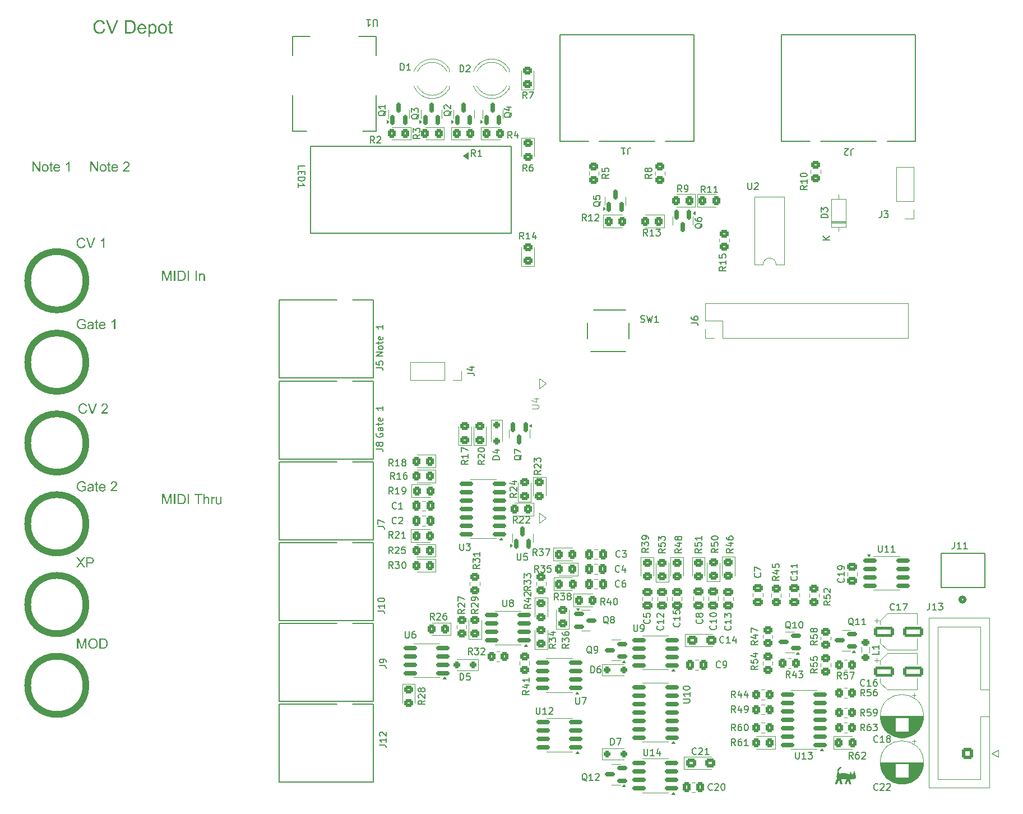
<source format=gto>
G04 #@! TF.GenerationSoftware,KiCad,Pcbnew,9.0.0*
G04 #@! TF.CreationDate,2025-03-14T23:22:53+09:00*
G04 #@! TF.ProjectId,cv-depot,63762d64-6570-46f7-942e-6b696361645f,rev?*
G04 #@! TF.SameCoordinates,Original*
G04 #@! TF.FileFunction,Legend,Top*
G04 #@! TF.FilePolarity,Positive*
%FSLAX46Y46*%
G04 Gerber Fmt 4.6, Leading zero omitted, Abs format (unit mm)*
G04 Created by KiCad (PCBNEW 9.0.0) date 2025-03-14 23:22:53*
%MOMM*%
%LPD*%
G01*
G04 APERTURE LIST*
G04 Aperture macros list*
%AMRoundRect*
0 Rectangle with rounded corners*
0 $1 Rounding radius*
0 $2 $3 $4 $5 $6 $7 $8 $9 X,Y pos of 4 corners*
0 Add a 4 corners polygon primitive as box body*
4,1,4,$2,$3,$4,$5,$6,$7,$8,$9,$2,$3,0*
0 Add four circle primitives for the rounded corners*
1,1,$1+$1,$2,$3*
1,1,$1+$1,$4,$5*
1,1,$1+$1,$6,$7*
1,1,$1+$1,$8,$9*
0 Add four rect primitives between the rounded corners*
20,1,$1+$1,$2,$3,$4,$5,0*
20,1,$1+$1,$4,$5,$6,$7,0*
20,1,$1+$1,$6,$7,$8,$9,0*
20,1,$1+$1,$8,$9,$2,$3,0*%
G04 Aperture macros list end*
%ADD10C,0.150000*%
%ADD11C,0.100000*%
%ADD12C,0.120000*%
%ADD13C,1.000000*%
%ADD14C,0.152400*%
%ADD15C,0.000000*%
%ADD16C,0.508000*%
%ADD17C,2.550000*%
%ADD18RoundRect,0.250000X0.325000X0.450000X-0.325000X0.450000X-0.325000X-0.450000X0.325000X-0.450000X0*%
%ADD19C,3.200000*%
%ADD20RoundRect,0.250000X-0.325000X-0.450000X0.325000X-0.450000X0.325000X0.450000X-0.325000X0.450000X0*%
%ADD21RoundRect,0.250000X-0.450000X0.350000X-0.450000X-0.350000X0.450000X-0.350000X0.450000X0.350000X0*%
%ADD22RoundRect,0.250000X-0.350000X0.275000X-0.350000X-0.275000X0.350000X-0.275000X0.350000X0.275000X0*%
%ADD23RoundRect,0.250000X-0.475000X0.337500X-0.475000X-0.337500X0.475000X-0.337500X0.475000X0.337500X0*%
%ADD24RoundRect,0.250000X0.350000X0.450000X-0.350000X0.450000X-0.350000X-0.450000X0.350000X-0.450000X0*%
%ADD25C,0.500000*%
%ADD26RoundRect,0.250000X-0.250000X-0.250000X0.250000X-0.250000X0.250000X0.250000X-0.250000X0.250000X0*%
%ADD27O,1.270000X2.286000*%
%ADD28O,2.286000X1.270000*%
%ADD29RoundRect,0.250000X-0.450000X0.325000X-0.450000X-0.325000X0.450000X-0.325000X0.450000X0.325000X0*%
%ADD30RoundRect,0.250000X0.450000X-0.350000X0.450000X0.350000X-0.450000X0.350000X-0.450000X-0.350000X0*%
%ADD31RoundRect,0.150000X0.825000X0.150000X-0.825000X0.150000X-0.825000X-0.150000X0.825000X-0.150000X0*%
%ADD32RoundRect,0.250000X0.450000X-0.325000X0.450000X0.325000X-0.450000X0.325000X-0.450000X-0.325000X0*%
%ADD33RoundRect,0.250000X0.337500X0.475000X-0.337500X0.475000X-0.337500X-0.475000X0.337500X-0.475000X0*%
%ADD34C,2.300000*%
%ADD35C,1.524000*%
%ADD36R,1.700000X1.700000*%
%ADD37O,1.700000X1.700000*%
%ADD38RoundRect,0.150000X0.587500X0.150000X-0.587500X0.150000X-0.587500X-0.150000X0.587500X-0.150000X0*%
%ADD39R,1.600000X1.600000*%
%ADD40C,1.600000*%
%ADD41RoundRect,0.250000X0.475000X-0.337500X0.475000X0.337500X-0.475000X0.337500X-0.475000X-0.337500X0*%
%ADD42RoundRect,0.250000X-0.537500X-0.425000X0.537500X-0.425000X0.537500X0.425000X-0.537500X0.425000X0*%
%ADD43RoundRect,0.250000X0.600000X0.600000X-0.600000X0.600000X-0.600000X-0.600000X0.600000X-0.600000X0*%
%ADD44C,1.700000*%
%ADD45RoundRect,0.150000X0.150000X-0.587500X0.150000X0.587500X-0.150000X0.587500X-0.150000X-0.587500X0*%
%ADD46RoundRect,0.150000X-0.150000X0.587500X-0.150000X-0.587500X0.150000X-0.587500X0.150000X0.587500X0*%
%ADD47R,1.498600X1.498600*%
%ADD48C,1.498600*%
%ADD49RoundRect,0.250000X-0.350000X-0.450000X0.350000X-0.450000X0.350000X0.450000X-0.350000X0.450000X0*%
%ADD50RoundRect,0.150000X-0.587500X-0.150000X0.587500X-0.150000X0.587500X0.150000X-0.587500X0.150000X0*%
%ADD51RoundRect,0.250000X-0.250000X0.250000X-0.250000X-0.250000X0.250000X-0.250000X0.250000X0.250000X0*%
%ADD52C,1.574800*%
%ADD53RoundRect,0.250000X0.250000X0.250000X-0.250000X0.250000X-0.250000X-0.250000X0.250000X-0.250000X0*%
%ADD54R,1.800000X1.800000*%
%ADD55C,1.800000*%
%ADD56C,2.387600*%
%ADD57C,1.803400*%
%ADD58RoundRect,0.150000X-0.825000X-0.150000X0.825000X-0.150000X0.825000X0.150000X-0.825000X0.150000X0*%
%ADD59C,1.270000*%
%ADD60R,2.400000X1.600000*%
%ADD61O,2.400000X1.600000*%
%ADD62RoundRect,0.250000X-1.250000X-0.550000X1.250000X-0.550000X1.250000X0.550000X-1.250000X0.550000X0*%
%ADD63R,3.000000X3.000000*%
%ADD64C,1.750000*%
%ADD65O,1.600000X1.600000*%
G04 APERTURE END LIST*
D10*
G36*
X27406803Y-129545000D02*
G01*
X27406803Y-128020924D01*
X27707588Y-128020924D01*
X28065160Y-129101699D01*
X28088218Y-129172430D01*
X28112339Y-129247513D01*
X28134390Y-129318061D01*
X28137334Y-129327745D01*
X28160638Y-129254347D01*
X28186276Y-129176337D01*
X28210857Y-129102904D01*
X28217568Y-129083014D01*
X28579169Y-128020924D01*
X28848080Y-128020924D01*
X28848080Y-129545000D01*
X28655373Y-129545000D01*
X28655373Y-128267121D01*
X28216468Y-129545000D01*
X28036217Y-129545000D01*
X27599145Y-128245505D01*
X27599145Y-129545000D01*
X27406803Y-129545000D01*
G37*
G36*
X29900701Y-128001006D02*
G01*
X29974782Y-128011593D01*
X30045953Y-128029239D01*
X30125306Y-128058746D01*
X30200697Y-128097861D01*
X30270429Y-128145583D01*
X30332481Y-128200913D01*
X30386855Y-128263853D01*
X30433550Y-128334400D01*
X30456786Y-128378129D01*
X30486792Y-128447149D01*
X30510590Y-128519569D01*
X30528180Y-128595389D01*
X30539561Y-128674610D01*
X30544735Y-128757230D01*
X30545080Y-128785526D01*
X30541808Y-128870380D01*
X30531994Y-128951833D01*
X30515636Y-129029886D01*
X30492735Y-129104538D01*
X30463292Y-129175790D01*
X30452023Y-129198785D01*
X30414547Y-129263962D01*
X30363954Y-129332156D01*
X30305964Y-129391899D01*
X30240576Y-129443193D01*
X30189340Y-129474658D01*
X30113688Y-129511202D01*
X30035477Y-129538771D01*
X29954706Y-129557364D01*
X29871376Y-129566981D01*
X29822609Y-129568447D01*
X29744235Y-129564815D01*
X29669028Y-129553918D01*
X29596991Y-129535757D01*
X29528121Y-129510332D01*
X29462420Y-129477643D01*
X29441224Y-129465132D01*
X29371688Y-129416160D01*
X29309901Y-129359966D01*
X29255863Y-129296548D01*
X29209573Y-129225908D01*
X29186601Y-129182299D01*
X29157217Y-129114383D01*
X29130620Y-129033291D01*
X29112298Y-128950201D01*
X29103179Y-128877391D01*
X29100244Y-128805676D01*
X29306402Y-128805676D01*
X29309989Y-128888919D01*
X29320749Y-128966455D01*
X29338683Y-129038284D01*
X29369672Y-129116946D01*
X29410991Y-129187391D01*
X29453314Y-129239818D01*
X29511021Y-129293729D01*
X29573957Y-129336487D01*
X29642122Y-129368090D01*
X29715517Y-129388539D01*
X29794140Y-129397834D01*
X29821510Y-129398454D01*
X29903333Y-129392825D01*
X29979539Y-129375940D01*
X30050130Y-129347797D01*
X30115105Y-129308397D01*
X30174465Y-129257740D01*
X30193004Y-129238353D01*
X30242557Y-129173601D01*
X30281858Y-129099420D01*
X30306778Y-129030402D01*
X30324577Y-128954835D01*
X30335257Y-128872722D01*
X30338817Y-128784061D01*
X30335836Y-128704898D01*
X30326896Y-128630258D01*
X30309379Y-128550494D01*
X30284077Y-128476637D01*
X30276535Y-128459096D01*
X30241776Y-128393585D01*
X30194023Y-128329247D01*
X30137113Y-128274819D01*
X30094085Y-128244040D01*
X30024202Y-128207026D01*
X29949739Y-128182126D01*
X29870698Y-128169339D01*
X29824808Y-128167470D01*
X29747210Y-128172648D01*
X29673785Y-128188181D01*
X29604534Y-128214070D01*
X29539456Y-128250314D01*
X29478550Y-128296914D01*
X29459176Y-128314748D01*
X29407257Y-128376770D01*
X29366079Y-128452650D01*
X29339971Y-128526470D01*
X29321321Y-128609915D01*
X29311773Y-128683600D01*
X29306999Y-128763444D01*
X29306402Y-128805676D01*
X29100244Y-128805676D01*
X29100139Y-128803112D01*
X29103293Y-128711160D01*
X29112756Y-128624349D01*
X29128527Y-128542678D01*
X29150606Y-128466148D01*
X29178993Y-128394759D01*
X29213689Y-128328510D01*
X29254693Y-128267401D01*
X29302006Y-128211434D01*
X29368066Y-128149796D01*
X29439850Y-128098605D01*
X29517359Y-128057861D01*
X29600593Y-128027564D01*
X29689550Y-128007715D01*
X29764838Y-127999357D01*
X29823709Y-127997477D01*
X29900701Y-128001006D01*
G37*
G36*
X31396968Y-128022298D02*
G01*
X31477739Y-128027128D01*
X31551985Y-128036573D01*
X31582990Y-128042906D01*
X31660327Y-128066476D01*
X31730222Y-128099635D01*
X31792676Y-128142382D01*
X31804274Y-128152083D01*
X31860373Y-128206556D01*
X31908871Y-128268128D01*
X31949766Y-128336799D01*
X31983060Y-128412568D01*
X32006186Y-128483984D01*
X32023631Y-128559749D01*
X32035397Y-128639861D01*
X32041483Y-128724321D01*
X32042411Y-128774535D01*
X32040482Y-128848617D01*
X32033556Y-128928645D01*
X32021591Y-129003726D01*
X32002110Y-129082281D01*
X31977822Y-129154055D01*
X31946552Y-129225239D01*
X31906949Y-129293127D01*
X31899162Y-129304298D01*
X31850476Y-129364989D01*
X31793895Y-129418876D01*
X31761775Y-129442784D01*
X31695911Y-129479574D01*
X31625990Y-129506450D01*
X31581158Y-129518988D01*
X31504895Y-129533797D01*
X31429103Y-129541926D01*
X31355629Y-129544898D01*
X31338625Y-129545000D01*
X30793475Y-129545000D01*
X30793475Y-129369145D01*
X30993510Y-129369145D01*
X31315910Y-129369145D01*
X31394890Y-129366913D01*
X31470682Y-129359200D01*
X31545008Y-129342670D01*
X31550383Y-129340935D01*
X31618164Y-129311833D01*
X31679484Y-129267755D01*
X31685938Y-129261434D01*
X31734813Y-129200297D01*
X31771831Y-129131944D01*
X31796580Y-129067260D01*
X31815884Y-128994550D01*
X31828870Y-128913667D01*
X31835110Y-128834910D01*
X31836514Y-128771605D01*
X31833770Y-128685145D01*
X31825540Y-128606569D01*
X31809003Y-128524859D01*
X31784998Y-128453878D01*
X31758478Y-128401577D01*
X31712123Y-128335583D01*
X31660436Y-128283094D01*
X31596751Y-128240611D01*
X31569434Y-128228286D01*
X31495452Y-128209087D01*
X31421842Y-128200502D01*
X31343372Y-128197056D01*
X31310781Y-128196779D01*
X30993510Y-128196779D01*
X30993510Y-129369145D01*
X30793475Y-129369145D01*
X30793475Y-128020924D01*
X31314078Y-128020924D01*
X31396968Y-128022298D01*
G37*
G36*
X40258803Y-107745000D02*
G01*
X40258803Y-106220924D01*
X40559588Y-106220924D01*
X40917160Y-107301699D01*
X40940218Y-107372430D01*
X40964339Y-107447513D01*
X40986390Y-107518061D01*
X40989334Y-107527745D01*
X41012638Y-107454347D01*
X41038276Y-107376337D01*
X41062857Y-107302904D01*
X41069568Y-107283014D01*
X41431169Y-106220924D01*
X41700080Y-106220924D01*
X41700080Y-107745000D01*
X41507373Y-107745000D01*
X41507373Y-106467121D01*
X41068468Y-107745000D01*
X40888217Y-107745000D01*
X40451145Y-106445505D01*
X40451145Y-107745000D01*
X40258803Y-107745000D01*
G37*
G36*
X42047027Y-107745000D02*
G01*
X42047027Y-106220924D01*
X42247062Y-106220924D01*
X42247062Y-107745000D01*
X42047027Y-107745000D01*
G37*
G36*
X43199701Y-106222298D02*
G01*
X43280471Y-106227128D01*
X43354717Y-106236573D01*
X43385722Y-106242906D01*
X43463060Y-106266476D01*
X43532955Y-106299635D01*
X43595409Y-106342382D01*
X43607006Y-106352083D01*
X43663106Y-106406556D01*
X43711603Y-106468128D01*
X43752499Y-106536799D01*
X43785792Y-106612568D01*
X43808918Y-106683984D01*
X43826364Y-106759749D01*
X43838130Y-106839861D01*
X43844216Y-106924321D01*
X43845143Y-106974535D01*
X43843215Y-107048617D01*
X43836288Y-107128645D01*
X43824324Y-107203726D01*
X43804843Y-107282281D01*
X43780555Y-107354055D01*
X43749285Y-107425239D01*
X43709681Y-107493127D01*
X43701895Y-107504298D01*
X43653208Y-107564989D01*
X43596628Y-107618876D01*
X43564508Y-107642784D01*
X43498644Y-107679574D01*
X43428723Y-107706450D01*
X43383891Y-107718988D01*
X43307627Y-107733797D01*
X43231836Y-107741926D01*
X43158362Y-107744898D01*
X43141357Y-107745000D01*
X42596207Y-107745000D01*
X42596207Y-107569145D01*
X42796242Y-107569145D01*
X43118643Y-107569145D01*
X43197623Y-107566913D01*
X43273415Y-107559200D01*
X43347741Y-107542670D01*
X43353116Y-107540935D01*
X43420896Y-107511833D01*
X43482217Y-107467755D01*
X43488671Y-107461434D01*
X43537546Y-107400297D01*
X43574564Y-107331944D01*
X43599313Y-107267260D01*
X43618617Y-107194550D01*
X43631603Y-107113667D01*
X43637843Y-107034910D01*
X43639247Y-106971605D01*
X43636503Y-106885145D01*
X43628273Y-106806569D01*
X43611736Y-106724859D01*
X43587731Y-106653878D01*
X43561211Y-106601577D01*
X43514856Y-106535583D01*
X43463168Y-106483094D01*
X43399484Y-106440611D01*
X43372167Y-106428286D01*
X43298184Y-106409087D01*
X43224575Y-106400502D01*
X43146104Y-106397056D01*
X43113514Y-106396779D01*
X42796242Y-106396779D01*
X42796242Y-107569145D01*
X42596207Y-107569145D01*
X42596207Y-106220924D01*
X43116811Y-106220924D01*
X43199701Y-106222298D01*
G37*
G36*
X44145562Y-107745000D02*
G01*
X44145562Y-106220924D01*
X44345597Y-106220924D01*
X44345597Y-107745000D01*
X44145562Y-107745000D01*
G37*
G36*
X45624208Y-107745000D02*
G01*
X45624208Y-106396779D01*
X45126685Y-106396779D01*
X45126685Y-106220924D01*
X46323964Y-106220924D01*
X46323964Y-106396779D01*
X45824243Y-106396779D01*
X45824243Y-107745000D01*
X45624208Y-107745000D01*
G37*
G36*
X46498720Y-107745000D02*
G01*
X46498720Y-106220924D01*
X46684100Y-106220924D01*
X46684100Y-106768639D01*
X46744101Y-106710538D01*
X46810624Y-106666708D01*
X46883669Y-106637148D01*
X46963235Y-106621858D01*
X47011630Y-106619528D01*
X47091486Y-106625243D01*
X47163810Y-106642386D01*
X47223022Y-106667889D01*
X47287486Y-106712990D01*
X47335021Y-106770306D01*
X47351249Y-106800879D01*
X47374914Y-106875394D01*
X47386291Y-106953940D01*
X47389932Y-107027545D01*
X47390084Y-107047442D01*
X47390084Y-107745000D01*
X47204337Y-107745000D01*
X47204337Y-107045976D01*
X47198434Y-106965756D01*
X47178304Y-106894786D01*
X47143887Y-106841912D01*
X47081707Y-106798084D01*
X47006764Y-106779363D01*
X46973528Y-106777798D01*
X46898421Y-106787297D01*
X46827662Y-106815794D01*
X46818556Y-106821029D01*
X46759646Y-106868057D01*
X46716861Y-106933304D01*
X46714875Y-106937899D01*
X46693837Y-107013062D01*
X46685573Y-107087173D01*
X46684100Y-107141231D01*
X46684100Y-107745000D01*
X46498720Y-107745000D01*
G37*
G36*
X47664491Y-107745000D02*
G01*
X47664491Y-106642976D01*
X47831553Y-106642976D01*
X47831553Y-106811870D01*
X47870429Y-106746203D01*
X47918080Y-106684264D01*
X47949156Y-106656898D01*
X48017419Y-106625696D01*
X48068591Y-106619528D01*
X48145278Y-106629445D01*
X48216925Y-106656201D01*
X48259100Y-106679612D01*
X48195353Y-106852903D01*
X48127209Y-106822952D01*
X48059065Y-106812969D01*
X47984608Y-106828905D01*
X47949889Y-106849972D01*
X47900315Y-106906930D01*
X47881012Y-106951821D01*
X47862036Y-107028912D01*
X47852334Y-107104195D01*
X47849871Y-107169075D01*
X47849871Y-107745000D01*
X47664491Y-107745000D01*
G37*
G36*
X49082687Y-107745000D02*
G01*
X49082687Y-107584166D01*
X49031519Y-107646792D01*
X48973911Y-107696462D01*
X48909863Y-107733174D01*
X48839375Y-107756929D01*
X48762447Y-107767727D01*
X48735374Y-107768447D01*
X48658905Y-107762279D01*
X48586668Y-107743777D01*
X48554756Y-107731078D01*
X48489550Y-107694733D01*
X48435122Y-107644266D01*
X48429826Y-107637288D01*
X48393442Y-107570208D01*
X48372673Y-107499169D01*
X48363811Y-107422582D01*
X48361415Y-107346607D01*
X48361316Y-107324780D01*
X48361316Y-106642976D01*
X48547062Y-106642976D01*
X48547062Y-107254804D01*
X48547961Y-107329672D01*
X48551953Y-107405965D01*
X48558420Y-107452274D01*
X48587882Y-107521624D01*
X48632425Y-107568046D01*
X48700309Y-107600920D01*
X48772743Y-107610177D01*
X48848536Y-107600759D01*
X48919982Y-107572503D01*
X48929180Y-107567313D01*
X48988455Y-107519941D01*
X49030919Y-107454328D01*
X49032861Y-107449710D01*
X49052549Y-107378218D01*
X49061369Y-107300439D01*
X49063270Y-107233921D01*
X49063270Y-106642976D01*
X49248650Y-106642976D01*
X49248650Y-107745000D01*
X49082687Y-107745000D01*
G37*
G36*
X31394975Y-35956580D02*
G01*
X31659979Y-36023503D01*
X31607402Y-36183026D01*
X31539559Y-36316773D01*
X31457203Y-36428306D01*
X31360048Y-36520293D01*
X31247791Y-36594009D01*
X31123657Y-36647145D01*
X30985509Y-36679909D01*
X30830652Y-36691263D01*
X30667334Y-36681983D01*
X30527264Y-36655802D01*
X30407090Y-36614619D01*
X30303942Y-36559494D01*
X30210020Y-36487465D01*
X30127572Y-36400829D01*
X30055982Y-36298204D01*
X29995219Y-36177620D01*
X29936748Y-36008098D01*
X29901348Y-35829697D01*
X29889340Y-35640652D01*
X29903485Y-35434880D01*
X29943956Y-35254257D01*
X30008897Y-35094891D01*
X30075929Y-34984075D01*
X30154581Y-34889030D01*
X30245307Y-34808291D01*
X30349127Y-34740983D01*
X30500193Y-34674151D01*
X30661267Y-34633807D01*
X30834804Y-34620083D01*
X30984264Y-34630310D01*
X31116677Y-34659688D01*
X31234640Y-34707015D01*
X31340265Y-34772124D01*
X31433592Y-34854372D01*
X31511976Y-34951741D01*
X31576104Y-35065946D01*
X31625785Y-35199427D01*
X31364933Y-35260976D01*
X31307857Y-35122036D01*
X31240176Y-35018639D01*
X31162700Y-34944071D01*
X31069753Y-34890198D01*
X30959980Y-34856642D01*
X30829309Y-34844787D01*
X30678860Y-34858024D01*
X30551658Y-34895551D01*
X30443283Y-34955795D01*
X30350381Y-35037973D01*
X30278160Y-35136453D01*
X30225418Y-35253649D01*
X30190550Y-35379563D01*
X30169650Y-35507834D01*
X30162648Y-35639187D01*
X30171571Y-35808871D01*
X30196918Y-35957032D01*
X30237020Y-36086517D01*
X30297412Y-36205541D01*
X30374320Y-36299554D01*
X30468562Y-36372037D01*
X30576545Y-36424673D01*
X30689357Y-36456008D01*
X30808792Y-36466559D01*
X30918683Y-36458087D01*
X31016925Y-36433590D01*
X31105488Y-36393708D01*
X31185903Y-36338087D01*
X31254152Y-36269329D01*
X31311915Y-36184603D01*
X31359153Y-36081426D01*
X31394975Y-35956580D01*
G37*
G36*
X32558670Y-36660000D02*
G01*
X31782711Y-34651346D01*
X32069574Y-34651346D01*
X32590177Y-36111064D01*
X32695324Y-36440059D01*
X32803279Y-36111064D01*
X33344277Y-34651346D01*
X33614776Y-34651346D01*
X32830635Y-36660000D01*
X32558670Y-36660000D01*
G37*
G36*
X35539646Y-34659729D02*
G01*
X35676430Y-34680167D01*
X35787499Y-34714540D01*
X35884845Y-34762521D01*
X35970254Y-34824026D01*
X36066133Y-34920791D01*
X36144945Y-35034445D01*
X36207170Y-35167187D01*
X36249814Y-35308576D01*
X36276505Y-35466933D01*
X36285816Y-35644682D01*
X36279432Y-35796765D01*
X36261239Y-35931336D01*
X36232449Y-36050369D01*
X36169378Y-36216699D01*
X36095795Y-36342850D01*
X36006517Y-36448331D01*
X35913468Y-36525055D01*
X35807034Y-36582246D01*
X35674354Y-36625806D01*
X35528839Y-36650924D01*
X35352686Y-36660000D01*
X34629972Y-36660000D01*
X34629972Y-36427480D01*
X34894975Y-36427480D01*
X35322644Y-36427480D01*
X35509812Y-36416899D01*
X35633443Y-36390355D01*
X35737231Y-36344056D01*
X35813084Y-36285575D01*
X35869294Y-36217773D01*
X35918384Y-36133457D01*
X35959874Y-36029853D01*
X35987886Y-35921541D01*
X36006012Y-35792835D01*
X36012508Y-35640530D01*
X36004743Y-35477655D01*
X35983428Y-35345342D01*
X35951042Y-35238687D01*
X35909316Y-35153387D01*
X35832282Y-35048605D01*
X35749044Y-34974140D01*
X35658722Y-34925265D01*
X35585507Y-34904639D01*
X35475118Y-34889714D01*
X35315806Y-34883866D01*
X34894975Y-34883866D01*
X34894975Y-36427480D01*
X34629972Y-36427480D01*
X34629972Y-34651346D01*
X35319836Y-34651346D01*
X35539646Y-34659729D01*
G37*
G36*
X37356657Y-35188003D02*
G01*
X37481156Y-35225464D01*
X37591464Y-35286678D01*
X37689968Y-35373084D01*
X37767490Y-35476673D01*
X37824887Y-35601069D01*
X37861432Y-35750436D01*
X37874494Y-35930080D01*
X37873028Y-35995659D01*
X36791032Y-35995659D01*
X36806019Y-36114665D01*
X36834414Y-36212821D01*
X36874656Y-36293616D01*
X36926221Y-36359825D01*
X37013974Y-36429970D01*
X37113788Y-36471724D01*
X37229570Y-36486099D01*
X37317458Y-36477876D01*
X37393669Y-36454262D01*
X37460502Y-36415757D01*
X37516959Y-36362886D01*
X37567664Y-36289522D01*
X37612177Y-36191053D01*
X37866311Y-36222438D01*
X37813223Y-36363075D01*
X37739098Y-36476967D01*
X37643562Y-36568286D01*
X37559831Y-36620491D01*
X37464160Y-36658801D01*
X37354472Y-36682824D01*
X37228227Y-36691263D01*
X37071294Y-36677960D01*
X36937480Y-36640157D01*
X36822538Y-36579447D01*
X36723377Y-36495258D01*
X36644817Y-36392431D01*
X36586846Y-36269403D01*
X36550033Y-36122143D01*
X36536898Y-35945467D01*
X36548184Y-35790495D01*
X36804710Y-35790495D01*
X37614863Y-35790495D01*
X37595318Y-35672548D01*
X37563580Y-35584583D01*
X37521929Y-35520118D01*
X37458335Y-35458505D01*
X37387501Y-35415378D01*
X37307912Y-35389211D01*
X37217236Y-35380167D01*
X37108843Y-35392947D01*
X37015066Y-35430007D01*
X36932449Y-35491908D01*
X36868124Y-35572750D01*
X36825377Y-35670831D01*
X36804710Y-35790495D01*
X36548184Y-35790495D01*
X36550236Y-35762313D01*
X36587566Y-35609960D01*
X36646214Y-35483012D01*
X36725453Y-35377236D01*
X36826132Y-35289178D01*
X36939354Y-35226665D01*
X37067632Y-35188329D01*
X37214549Y-35175003D01*
X37356657Y-35188003D01*
G37*
G36*
X38939986Y-35185986D02*
G01*
X39048412Y-35217941D01*
X39146877Y-35270624D01*
X39232875Y-35342054D01*
X39304196Y-35431137D01*
X39361444Y-35540390D01*
X39401212Y-35658445D01*
X39425537Y-35785258D01*
X39433862Y-35922264D01*
X39424558Y-36068959D01*
X39397602Y-36201950D01*
X39353872Y-36323189D01*
X39291379Y-36434444D01*
X39214228Y-36524667D01*
X39121598Y-36596374D01*
X39016889Y-36649664D01*
X38910679Y-36680888D01*
X38801273Y-36691263D01*
X38683323Y-36677771D01*
X38580722Y-36638628D01*
X38490897Y-36578283D01*
X38420132Y-36505516D01*
X38420132Y-37214919D01*
X38174180Y-37214919D01*
X38174180Y-35939239D01*
X38396929Y-35939239D01*
X38405514Y-36082065D01*
X38428892Y-36195022D01*
X38464312Y-36283637D01*
X38510258Y-36352498D01*
X38593073Y-36428003D01*
X38683476Y-36471476D01*
X38784909Y-36486099D01*
X38863404Y-36477577D01*
X38935274Y-36452402D01*
X39002316Y-36409890D01*
X39065666Y-36347735D01*
X39112999Y-36276465D01*
X39149532Y-36184591D01*
X39173668Y-36067311D01*
X39182536Y-35918845D01*
X39173990Y-35777777D01*
X39150590Y-35664887D01*
X39114911Y-35575110D01*
X39068353Y-35504242D01*
X38984921Y-35425971D01*
X38895230Y-35381371D01*
X38795900Y-35366489D01*
X38721435Y-35375203D01*
X38651310Y-35401330D01*
X38583801Y-35446263D01*
X38517829Y-35513157D01*
X38468054Y-35588667D01*
X38430308Y-35682197D01*
X38405804Y-35797528D01*
X38396929Y-35939239D01*
X38174180Y-35939239D01*
X38174180Y-35206266D01*
X38398272Y-35206266D01*
X38398272Y-35395188D01*
X38484588Y-35297095D01*
X38577180Y-35230080D01*
X38645762Y-35200343D01*
X38725662Y-35181619D01*
X38819103Y-35175003D01*
X38939986Y-35185986D01*
G37*
G36*
X40464941Y-35187946D02*
G01*
X40593173Y-35225180D01*
X40706533Y-35285818D01*
X40807484Y-35371008D01*
X40887956Y-35474124D01*
X40946937Y-35596104D01*
X40984162Y-35740655D01*
X40997383Y-35912616D01*
X40986516Y-36098580D01*
X40957220Y-36242736D01*
X40913363Y-36353230D01*
X40848773Y-36452330D01*
X40767777Y-36534934D01*
X40668754Y-36602480D01*
X40558892Y-36651669D01*
X40442678Y-36681239D01*
X40318387Y-36691263D01*
X40168812Y-36678240D01*
X40039161Y-36640943D01*
X39925734Y-36580506D01*
X39825872Y-36495990D01*
X39747256Y-36393482D01*
X39688837Y-36268770D01*
X39651467Y-36117272D01*
X39638049Y-35933133D01*
X39638096Y-35932400D01*
X39890718Y-35932400D01*
X39899747Y-36073303D01*
X39924529Y-36186332D01*
X39962485Y-36276552D01*
X40012351Y-36348101D01*
X40077840Y-36409039D01*
X40149628Y-36451577D01*
X40229109Y-36477268D01*
X40318387Y-36486099D01*
X40406911Y-36477255D01*
X40485934Y-36451487D01*
X40557535Y-36408737D01*
X40623080Y-36347369D01*
X40672739Y-36275592D01*
X40710712Y-36184273D01*
X40735612Y-36068988D01*
X40744713Y-35924340D01*
X40735757Y-35788815D01*
X40711029Y-35678861D01*
X40672874Y-35589918D01*
X40622348Y-35518286D01*
X40556533Y-35457124D01*
X40484940Y-35414562D01*
X40406232Y-35388946D01*
X40318387Y-35380167D01*
X40229073Y-35388966D01*
X40149578Y-35414558D01*
X40077803Y-35456914D01*
X40012351Y-35517554D01*
X39962507Y-35588755D01*
X39924552Y-35678692D01*
X39899757Y-35791537D01*
X39890718Y-35932400D01*
X39638096Y-35932400D01*
X39648506Y-35768776D01*
X39677804Y-35630741D01*
X39723668Y-35514809D01*
X39785039Y-35417492D01*
X39862142Y-35336203D01*
X39959937Y-35266191D01*
X40067249Y-35216192D01*
X40185928Y-35185572D01*
X40318387Y-35175003D01*
X40464941Y-35187946D01*
G37*
G36*
X41821824Y-36435296D02*
G01*
X41857362Y-36660000D01*
X41671493Y-36675631D01*
X41546489Y-36663761D01*
X41463886Y-36633377D01*
X41400245Y-36583503D01*
X41360083Y-36522124D01*
X41339744Y-36434196D01*
X41330041Y-36231964D01*
X41330041Y-35397752D01*
X41149668Y-35397752D01*
X41149668Y-35206266D01*
X41330041Y-35206266D01*
X41330041Y-34846130D01*
X41574528Y-34698241D01*
X41574528Y-35206266D01*
X41821824Y-35206266D01*
X41821824Y-35397752D01*
X41574528Y-35397752D01*
X41574528Y-36249305D01*
X41578783Y-36345618D01*
X41587473Y-36385104D01*
X41604488Y-36412056D01*
X41629849Y-36433098D01*
X41663027Y-36445909D01*
X41713869Y-36450928D01*
X41821824Y-36435296D01*
G37*
G36*
X28490509Y-68505711D02*
G01*
X28690544Y-68556270D01*
X28668401Y-68631453D01*
X28641357Y-68700840D01*
X28602433Y-68776454D01*
X28556452Y-68843722D01*
X28503412Y-68902644D01*
X28464131Y-68937288D01*
X28400431Y-68981862D01*
X28331604Y-69017213D01*
X28257652Y-69043342D01*
X28178573Y-69060249D01*
X28094368Y-69067934D01*
X28065160Y-69068447D01*
X27991023Y-69066005D01*
X27907939Y-69056628D01*
X27831268Y-69040219D01*
X27761012Y-69016778D01*
X27687154Y-68980541D01*
X27667655Y-68968429D01*
X27604305Y-68920394D01*
X27547932Y-68863804D01*
X27498537Y-68798658D01*
X27456119Y-68724957D01*
X27435013Y-68679002D01*
X27407871Y-68606856D01*
X27386344Y-68532754D01*
X27370433Y-68456693D01*
X27360138Y-68378674D01*
X27355458Y-68298698D01*
X27355146Y-68271605D01*
X27358315Y-68184716D01*
X27367820Y-68102104D01*
X27383662Y-68023768D01*
X27405842Y-67949708D01*
X27434358Y-67879924D01*
X27445272Y-67857613D01*
X27488348Y-67784423D01*
X27538717Y-67719368D01*
X27596380Y-67662447D01*
X27661335Y-67613660D01*
X27701727Y-67589434D01*
X27776234Y-67553603D01*
X27853897Y-67526573D01*
X27934715Y-67508343D01*
X28018689Y-67498914D01*
X28068091Y-67497477D01*
X28150596Y-67501586D01*
X28228026Y-67513912D01*
X28300382Y-67534455D01*
X28378382Y-67568809D01*
X28449476Y-67614347D01*
X28512628Y-67670036D01*
X28566804Y-67734841D01*
X28606097Y-67797644D01*
X28638795Y-67867144D01*
X28664898Y-67943342D01*
X28467794Y-67989870D01*
X28442595Y-67920522D01*
X28408214Y-67852001D01*
X28362419Y-67788599D01*
X28315387Y-67744406D01*
X28247867Y-67703834D01*
X28170329Y-67678289D01*
X28091980Y-67668146D01*
X28064061Y-67667470D01*
X27990643Y-67671502D01*
X27913392Y-67685985D01*
X27843239Y-67711001D01*
X27772801Y-67751734D01*
X27712539Y-67803682D01*
X27663231Y-67864730D01*
X27624878Y-67934877D01*
X27608304Y-67977780D01*
X27587627Y-68049244D01*
X27572858Y-68121853D01*
X27563997Y-68195607D01*
X27561043Y-68270505D01*
X27563725Y-68353250D01*
X27571772Y-68431261D01*
X27585183Y-68504538D01*
X27607079Y-68582488D01*
X27617096Y-68610125D01*
X27649176Y-68677925D01*
X27694517Y-68743307D01*
X27749653Y-68797156D01*
X27791852Y-68826646D01*
X27860158Y-68861358D01*
X27931536Y-68884709D01*
X28005985Y-68896701D01*
X28048674Y-68898454D01*
X28129365Y-68892271D01*
X28203646Y-68873724D01*
X28271515Y-68842812D01*
X28332972Y-68799535D01*
X28386507Y-68744077D01*
X28430608Y-68676620D01*
X28461458Y-68607753D01*
X28485085Y-68529700D01*
X28490509Y-68505711D01*
G37*
G36*
X29359891Y-69045000D02*
G01*
X28774441Y-67520924D01*
X28990963Y-67520924D01*
X29383705Y-68629176D01*
X29409072Y-68702856D01*
X29432005Y-68773870D01*
X29454631Y-68849647D01*
X29462840Y-68879036D01*
X29485895Y-68800955D01*
X29508480Y-68730682D01*
X29532804Y-68660409D01*
X29544173Y-68629176D01*
X29952302Y-67520924D01*
X30156367Y-67520924D01*
X29565055Y-69045000D01*
X29359891Y-69045000D01*
G37*
G36*
X31534263Y-69045000D02*
G01*
X31348883Y-69045000D01*
X31348883Y-67857247D01*
X31292726Y-67905881D01*
X31230930Y-67950463D01*
X31173028Y-67986939D01*
X31107204Y-68024091D01*
X31039839Y-68057685D01*
X30977756Y-68083660D01*
X30977756Y-67896081D01*
X31044001Y-67862890D01*
X31115116Y-67821393D01*
X31181330Y-67776096D01*
X31242645Y-67726997D01*
X31249965Y-67720593D01*
X31303958Y-67669508D01*
X31354518Y-67612968D01*
X31398052Y-67551301D01*
X31414829Y-67520924D01*
X31534263Y-67520924D01*
X31534263Y-69045000D01*
G37*
G36*
X40258803Y-73995000D02*
G01*
X40258803Y-72470924D01*
X40559588Y-72470924D01*
X40917160Y-73551699D01*
X40940218Y-73622430D01*
X40964339Y-73697513D01*
X40986390Y-73768061D01*
X40989334Y-73777745D01*
X41012638Y-73704347D01*
X41038276Y-73626337D01*
X41062857Y-73552904D01*
X41069568Y-73533014D01*
X41431169Y-72470924D01*
X41700080Y-72470924D01*
X41700080Y-73995000D01*
X41507373Y-73995000D01*
X41507373Y-72717121D01*
X41068468Y-73995000D01*
X40888217Y-73995000D01*
X40451145Y-72695505D01*
X40451145Y-73995000D01*
X40258803Y-73995000D01*
G37*
G36*
X42047027Y-73995000D02*
G01*
X42047027Y-72470924D01*
X42247062Y-72470924D01*
X42247062Y-73995000D01*
X42047027Y-73995000D01*
G37*
G36*
X43199701Y-72472298D02*
G01*
X43280471Y-72477128D01*
X43354717Y-72486573D01*
X43385722Y-72492906D01*
X43463060Y-72516476D01*
X43532955Y-72549635D01*
X43595409Y-72592382D01*
X43607006Y-72602083D01*
X43663106Y-72656556D01*
X43711603Y-72718128D01*
X43752499Y-72786799D01*
X43785792Y-72862568D01*
X43808918Y-72933984D01*
X43826364Y-73009749D01*
X43838130Y-73089861D01*
X43844216Y-73174321D01*
X43845143Y-73224535D01*
X43843215Y-73298617D01*
X43836288Y-73378645D01*
X43824324Y-73453726D01*
X43804843Y-73532281D01*
X43780555Y-73604055D01*
X43749285Y-73675239D01*
X43709681Y-73743127D01*
X43701895Y-73754298D01*
X43653208Y-73814989D01*
X43596628Y-73868876D01*
X43564508Y-73892784D01*
X43498644Y-73929574D01*
X43428723Y-73956450D01*
X43383891Y-73968988D01*
X43307627Y-73983797D01*
X43231836Y-73991926D01*
X43158362Y-73994898D01*
X43141357Y-73995000D01*
X42596207Y-73995000D01*
X42596207Y-73819145D01*
X42796242Y-73819145D01*
X43118643Y-73819145D01*
X43197623Y-73816913D01*
X43273415Y-73809200D01*
X43347741Y-73792670D01*
X43353116Y-73790935D01*
X43420896Y-73761833D01*
X43482217Y-73717755D01*
X43488671Y-73711434D01*
X43537546Y-73650297D01*
X43574564Y-73581944D01*
X43599313Y-73517260D01*
X43618617Y-73444550D01*
X43631603Y-73363667D01*
X43637843Y-73284910D01*
X43639247Y-73221605D01*
X43636503Y-73135145D01*
X43628273Y-73056569D01*
X43611736Y-72974859D01*
X43587731Y-72903878D01*
X43561211Y-72851577D01*
X43514856Y-72785583D01*
X43463168Y-72733094D01*
X43399484Y-72690611D01*
X43372167Y-72678286D01*
X43298184Y-72659087D01*
X43224575Y-72650502D01*
X43146104Y-72647056D01*
X43113514Y-72646779D01*
X42796242Y-72646779D01*
X42796242Y-73819145D01*
X42596207Y-73819145D01*
X42596207Y-72470924D01*
X43116811Y-72470924D01*
X43199701Y-72472298D01*
G37*
G36*
X44145562Y-73995000D02*
G01*
X44145562Y-72470924D01*
X44345597Y-72470924D01*
X44345597Y-73995000D01*
X44145562Y-73995000D01*
G37*
G36*
X45312066Y-73995000D02*
G01*
X45312066Y-72470924D01*
X45512101Y-72470924D01*
X45512101Y-73995000D01*
X45312066Y-73995000D01*
G37*
G36*
X45837799Y-73995000D02*
G01*
X45837799Y-72892976D01*
X46004494Y-72892976D01*
X46004494Y-73047581D01*
X46053468Y-72987071D01*
X46109990Y-72939080D01*
X46185471Y-72898914D01*
X46258346Y-72878049D01*
X46338769Y-72869702D01*
X46352907Y-72869528D01*
X46430617Y-72875454D01*
X46503007Y-72893231D01*
X46534623Y-72905432D01*
X46599328Y-72940875D01*
X46653527Y-72992029D01*
X46658821Y-72999221D01*
X46695776Y-73066929D01*
X46716706Y-73136974D01*
X46724711Y-73213884D01*
X46726874Y-73294693D01*
X46726965Y-73318325D01*
X46726965Y-73995000D01*
X46541584Y-73995000D01*
X46541584Y-73323087D01*
X46538545Y-73245498D01*
X46526196Y-73171406D01*
X46519969Y-73152362D01*
X46479783Y-73090395D01*
X46443032Y-73061870D01*
X46375065Y-73034319D01*
X46313706Y-73027798D01*
X46236160Y-73036759D01*
X46166233Y-73063643D01*
X46109274Y-73103635D01*
X46063872Y-73164379D01*
X46037388Y-73241868D01*
X46026206Y-73317084D01*
X46023179Y-73391964D01*
X46023179Y-73995000D01*
X45837799Y-73995000D01*
G37*
G36*
X20660833Y-57495000D02*
G01*
X20660833Y-55970924D01*
X20865631Y-55970924D01*
X21659176Y-57167470D01*
X21659176Y-55970924D01*
X21850785Y-55970924D01*
X21850785Y-57495000D01*
X21645987Y-57495000D01*
X20852442Y-56297355D01*
X20852442Y-57495000D01*
X20660833Y-57495000D01*
G37*
G36*
X22680266Y-56374758D02*
G01*
X22756202Y-56390446D01*
X22826342Y-56416592D01*
X22890687Y-56453197D01*
X22949235Y-56500260D01*
X22967463Y-56518272D01*
X23016145Y-56577907D01*
X23054755Y-56645527D01*
X23083293Y-56721132D01*
X23101758Y-56804723D01*
X23109452Y-56880483D01*
X23110711Y-56928600D01*
X23108483Y-57004966D01*
X23100251Y-57086017D01*
X23085953Y-57158408D01*
X23062185Y-57230536D01*
X23047330Y-57262358D01*
X23007100Y-57326488D01*
X22957711Y-57382039D01*
X22899165Y-57429012D01*
X22862683Y-57451402D01*
X22792909Y-57483811D01*
X22719599Y-57505614D01*
X22642754Y-57516810D01*
X22598534Y-57518447D01*
X22515484Y-57513243D01*
X22438616Y-57497633D01*
X22367931Y-57471615D01*
X22303428Y-57435191D01*
X22245107Y-57388359D01*
X22227041Y-57370436D01*
X22178857Y-57310346D01*
X22140642Y-57241086D01*
X22112396Y-57162656D01*
X22096473Y-57090291D01*
X22087473Y-57011559D01*
X22085258Y-56943988D01*
X22085271Y-56943621D01*
X22276133Y-56943621D01*
X22279353Y-57019296D01*
X22291250Y-57098140D01*
X22315578Y-57175798D01*
X22351356Y-57240175D01*
X22367725Y-57260893D01*
X22423012Y-57311720D01*
X22493279Y-57348686D01*
X22572849Y-57365115D01*
X22598534Y-57366039D01*
X22672546Y-57357664D01*
X22746148Y-57328713D01*
X22810662Y-57279082D01*
X22828244Y-57260160D01*
X22872519Y-57191822D01*
X22899711Y-57116334D01*
X22914111Y-57038899D01*
X22919478Y-56964070D01*
X22919836Y-56937393D01*
X22916590Y-56864097D01*
X22904598Y-56787441D01*
X22880075Y-56711512D01*
X22838692Y-56640981D01*
X22827512Y-56627449D01*
X22772221Y-56576444D01*
X22702426Y-56539350D01*
X22623829Y-56522863D01*
X22598534Y-56521936D01*
X22523991Y-56530224D01*
X22450003Y-56558875D01*
X22385316Y-56607991D01*
X22367725Y-56626716D01*
X22323450Y-56694146D01*
X22296258Y-56768341D01*
X22281858Y-56844268D01*
X22276491Y-56917525D01*
X22276133Y-56943621D01*
X22085271Y-56943621D01*
X22087902Y-56870160D01*
X22098646Y-56784813D01*
X22117655Y-56707178D01*
X22144929Y-56637252D01*
X22188566Y-56563518D01*
X22244105Y-56500887D01*
X22254518Y-56491528D01*
X22319190Y-56443991D01*
X22389788Y-56408130D01*
X22466311Y-56383944D01*
X22548760Y-56371435D01*
X22598534Y-56369528D01*
X22680266Y-56374758D01*
G37*
G36*
X23727302Y-57325006D02*
G01*
X23754047Y-57495000D01*
X23679858Y-57512585D01*
X23614096Y-57518447D01*
X23539436Y-57513126D01*
X23468133Y-57491968D01*
X23457292Y-57486207D01*
X23400563Y-57437578D01*
X23378890Y-57400844D01*
X23362849Y-57325705D01*
X23357611Y-57247080D01*
X23356542Y-57178461D01*
X23356542Y-56539521D01*
X23220254Y-56539521D01*
X23220254Y-56392976D01*
X23356542Y-56392976D01*
X23356542Y-56126995D01*
X23540823Y-56017819D01*
X23540823Y-56392976D01*
X23727302Y-56392976D01*
X23727302Y-56539521D01*
X23540823Y-56539521D01*
X23540823Y-57193482D01*
X23544181Y-57269528D01*
X23550348Y-57297896D01*
X23582222Y-57334898D01*
X23645969Y-57348454D01*
X23717997Y-57329197D01*
X23727302Y-57325006D01*
G37*
G36*
X24434345Y-56374899D02*
G01*
X24508139Y-56391012D01*
X24587069Y-56423387D01*
X24658285Y-56470383D01*
X24713189Y-56522302D01*
X24760501Y-56583959D01*
X24798025Y-56654348D01*
X24825760Y-56733470D01*
X24841395Y-56806075D01*
X24850232Y-56884745D01*
X24852407Y-56952048D01*
X24851674Y-57002606D01*
X24035415Y-57002606D01*
X24043795Y-57075758D01*
X24062903Y-57149701D01*
X24096552Y-57220570D01*
X24137264Y-57272616D01*
X24199138Y-57321882D01*
X24269813Y-57352902D01*
X24349290Y-57365674D01*
X24366242Y-57366039D01*
X24444097Y-57357272D01*
X24516986Y-57328220D01*
X24540265Y-57312916D01*
X24593948Y-57259294D01*
X24634700Y-57191227D01*
X24654570Y-57143290D01*
X24846545Y-57166737D01*
X24822971Y-57236250D01*
X24786970Y-57306936D01*
X24741306Y-57368279D01*
X24685979Y-57420280D01*
X24678384Y-57426123D01*
X24612782Y-57466515D01*
X24538708Y-57495366D01*
X24466943Y-57511144D01*
X24388691Y-57518086D01*
X24365143Y-57518447D01*
X24278645Y-57513230D01*
X24199128Y-57497581D01*
X24126592Y-57471499D01*
X24061037Y-57434984D01*
X24002463Y-57388037D01*
X23984490Y-57370069D01*
X23936680Y-57310091D01*
X23898761Y-57241716D01*
X23870734Y-57164943D01*
X23852599Y-57079771D01*
X23845043Y-57002381D01*
X23843806Y-56953147D01*
X23847277Y-56869511D01*
X23849869Y-56850198D01*
X24045673Y-56850198D01*
X24656769Y-56850198D01*
X24646197Y-56774741D01*
X24623595Y-56698100D01*
X24586793Y-56634043D01*
X24532777Y-56579851D01*
X24463039Y-56540438D01*
X24391527Y-56523688D01*
X24357083Y-56521936D01*
X24281141Y-56530666D01*
X24206778Y-56560434D01*
X24147516Y-56605829D01*
X24142027Y-56611329D01*
X24095308Y-56673067D01*
X24063688Y-56746540D01*
X24048138Y-56822700D01*
X24045673Y-56850198D01*
X23849869Y-56850198D01*
X23857688Y-56791939D01*
X23875040Y-56720432D01*
X23905025Y-56642628D01*
X23945004Y-56573557D01*
X23985956Y-56522669D01*
X24042237Y-56470625D01*
X24104469Y-56429349D01*
X24172651Y-56398840D01*
X24246784Y-56379100D01*
X24326868Y-56370127D01*
X24354884Y-56369528D01*
X24434345Y-56374899D01*
G37*
G36*
X26303942Y-57495000D02*
G01*
X26118562Y-57495000D01*
X26118562Y-56307247D01*
X26062405Y-56355881D01*
X26000609Y-56400463D01*
X25942707Y-56436939D01*
X25876883Y-56474091D01*
X25809518Y-56507685D01*
X25747435Y-56533660D01*
X25747435Y-56346081D01*
X25813680Y-56312890D01*
X25884795Y-56271393D01*
X25951009Y-56226096D01*
X26012324Y-56176997D01*
X26019644Y-56170593D01*
X26073637Y-56119508D01*
X26124197Y-56062968D01*
X26167731Y-56001301D01*
X26184508Y-55970924D01*
X26303942Y-55970924D01*
X26303942Y-57495000D01*
G37*
G36*
X27259159Y-117295000D02*
G01*
X27843510Y-116500722D01*
X27328401Y-115770924D01*
X27566172Y-115770924D01*
X27840579Y-116158171D01*
X27884683Y-116221595D01*
X27927962Y-116287229D01*
X27961845Y-116343918D01*
X28002391Y-116281063D01*
X28048193Y-116216148D01*
X28081646Y-116171727D01*
X28385362Y-115770924D01*
X28602983Y-115770924D01*
X28072121Y-116489364D01*
X28644016Y-117295000D01*
X28396720Y-117295000D01*
X28016800Y-116756078D01*
X27975927Y-116694769D01*
X27950854Y-116654961D01*
X27912156Y-116717272D01*
X27878681Y-116768534D01*
X27499494Y-117295000D01*
X27259159Y-117295000D01*
G37*
G36*
X29461139Y-115772083D02*
G01*
X29535686Y-115776090D01*
X29611950Y-115785579D01*
X29684234Y-115802407D01*
X29753314Y-115829850D01*
X29798429Y-115856653D01*
X29854615Y-115906174D01*
X29901126Y-115969601D01*
X29919330Y-116003565D01*
X29947459Y-116076861D01*
X29961840Y-116148756D01*
X29965491Y-116210928D01*
X29959619Y-116292878D01*
X29942000Y-116369148D01*
X29912635Y-116439739D01*
X29871525Y-116504649D01*
X29842759Y-116539190D01*
X29779615Y-116591580D01*
X29710449Y-116626245D01*
X29627399Y-116651455D01*
X29547584Y-116665242D01*
X29458127Y-116672464D01*
X29399825Y-116673646D01*
X29012212Y-116673646D01*
X29012212Y-117295000D01*
X28812177Y-117295000D01*
X28812177Y-116497791D01*
X29012212Y-116497791D01*
X29402756Y-116497791D01*
X29482164Y-116494267D01*
X29559736Y-116481610D01*
X29630199Y-116456369D01*
X29677896Y-116424152D01*
X29724201Y-116366468D01*
X29751286Y-116294672D01*
X29759228Y-116217156D01*
X29751308Y-116143166D01*
X29725061Y-116073763D01*
X29711235Y-116051559D01*
X29659822Y-115997211D01*
X29590075Y-115961777D01*
X29585205Y-115960334D01*
X29507396Y-115949757D01*
X29431372Y-115946991D01*
X29398726Y-115946779D01*
X29012212Y-115946779D01*
X29012212Y-116497791D01*
X28812177Y-116497791D01*
X28812177Y-115770924D01*
X29382240Y-115770924D01*
X29461139Y-115772083D01*
G37*
G36*
X28119748Y-80697093D02*
G01*
X28119748Y-80521238D01*
X28759420Y-80520139D01*
X28759420Y-81083974D01*
X28694530Y-81132334D01*
X28628728Y-81175155D01*
X28562015Y-81212437D01*
X28494390Y-81244178D01*
X28455338Y-81259829D01*
X28376593Y-81285474D01*
X28296794Y-81303792D01*
X28215942Y-81314783D01*
X28134036Y-81318447D01*
X28052060Y-81315085D01*
X27972916Y-81305000D01*
X27896607Y-81288192D01*
X27823131Y-81264660D01*
X27752488Y-81234405D01*
X27729570Y-81222826D01*
X27664556Y-81183829D01*
X27605802Y-81138831D01*
X27545167Y-81078747D01*
X27499975Y-81020744D01*
X27461044Y-80956739D01*
X27455163Y-80945488D01*
X27423663Y-80875988D01*
X27398680Y-80803499D01*
X27380215Y-80728022D01*
X27368266Y-80649557D01*
X27362835Y-80568104D01*
X27362473Y-80540289D01*
X27365706Y-80458201D01*
X27375405Y-80378173D01*
X27391569Y-80300206D01*
X27414199Y-80224300D01*
X27443295Y-80150455D01*
X27454431Y-80126297D01*
X27491886Y-80057660D01*
X27535008Y-79996003D01*
X27583797Y-79941328D01*
X27647881Y-79886363D01*
X27719678Y-79840900D01*
X27786504Y-79809151D01*
X27857014Y-79783970D01*
X27931207Y-79765359D01*
X28009083Y-79753316D01*
X28090644Y-79747842D01*
X28118649Y-79747477D01*
X28198562Y-79750751D01*
X28274537Y-79760574D01*
X28346574Y-79776946D01*
X28414672Y-79799867D01*
X28484723Y-79832611D01*
X28551885Y-79876675D01*
X28607812Y-79928825D01*
X28622400Y-79946046D01*
X28665992Y-80010210D01*
X28699106Y-80077440D01*
X28726425Y-80153655D01*
X28736706Y-80190411D01*
X28556454Y-80239870D01*
X28531082Y-80167338D01*
X28498959Y-80101444D01*
X28471824Y-80061085D01*
X28419562Y-80009002D01*
X28356088Y-79969556D01*
X28327843Y-79956671D01*
X28254616Y-79932783D01*
X28175619Y-79919920D01*
X28119748Y-79917470D01*
X28045601Y-79920832D01*
X27970082Y-79932452D01*
X27895357Y-79954822D01*
X27882711Y-79959968D01*
X27813107Y-79995603D01*
X27749912Y-80042695D01*
X27721144Y-80071709D01*
X27675968Y-80129969D01*
X27637459Y-80197849D01*
X27626256Y-80223384D01*
X27600931Y-80296153D01*
X27582841Y-80371945D01*
X27571988Y-80450759D01*
X27568370Y-80532595D01*
X27570817Y-80607188D01*
X27579858Y-80688287D01*
X27595561Y-80763004D01*
X27621665Y-80840582D01*
X27637979Y-80876245D01*
X27676722Y-80940863D01*
X27729723Y-81002938D01*
X27792694Y-81053769D01*
X27840212Y-81081409D01*
X27907738Y-81110741D01*
X27986167Y-81133722D01*
X28067205Y-81146097D01*
X28122679Y-81148454D01*
X28203322Y-81143516D01*
X28282677Y-81128704D01*
X28352996Y-81106931D01*
X28376203Y-81097896D01*
X28447730Y-81065653D01*
X28512856Y-81028698D01*
X28563782Y-80990184D01*
X28563782Y-80697093D01*
X28119748Y-80697093D01*
G37*
G36*
X29559034Y-80172166D02*
G01*
X29632178Y-80181282D01*
X29706444Y-80200816D01*
X29711967Y-80202868D01*
X29779678Y-80235015D01*
X29837951Y-80282912D01*
X29840561Y-80286032D01*
X29879253Y-80350960D01*
X29898447Y-80413161D01*
X29905853Y-80490969D01*
X29907570Y-80569760D01*
X29907606Y-80584986D01*
X29907606Y-80833747D01*
X29907892Y-80910365D01*
X29908991Y-80989980D01*
X29911315Y-81065870D01*
X29916582Y-81142535D01*
X29919330Y-81162742D01*
X29938689Y-81234372D01*
X29966591Y-81295000D01*
X29772784Y-81295000D01*
X29746831Y-81221970D01*
X29735781Y-81156514D01*
X29678452Y-81202270D01*
X29616113Y-81243457D01*
X29549193Y-81277028D01*
X29537212Y-81281810D01*
X29463813Y-81304136D01*
X29386499Y-81316157D01*
X29332780Y-81318447D01*
X29257900Y-81314187D01*
X29182068Y-81298885D01*
X29109184Y-81268369D01*
X29055443Y-81229420D01*
X29004438Y-81168949D01*
X28972324Y-81098817D01*
X28959100Y-81019026D01*
X28958722Y-81001908D01*
X28959367Y-80996046D01*
X29156559Y-80996046D01*
X29172379Y-81069100D01*
X29212613Y-81121709D01*
X29276857Y-81157736D01*
X29350898Y-81171117D01*
X29377110Y-81171901D01*
X29454219Y-81165255D01*
X29530078Y-81143055D01*
X29567620Y-81124640D01*
X29628173Y-81080199D01*
X29677019Y-81019491D01*
X29690352Y-80994581D01*
X29711915Y-80921798D01*
X29719660Y-80844329D01*
X29720394Y-80807002D01*
X29720394Y-80738126D01*
X29647357Y-80762362D01*
X29574760Y-80780050D01*
X29500906Y-80794288D01*
X29417411Y-80807369D01*
X29341058Y-80820575D01*
X29268426Y-80839946D01*
X29255478Y-80845104D01*
X29194602Y-80889585D01*
X29182205Y-80906287D01*
X29157461Y-80977821D01*
X29156559Y-80996046D01*
X28959367Y-80996046D01*
X28966772Y-80928798D01*
X28993105Y-80857735D01*
X28995359Y-80853531D01*
X29037582Y-80792897D01*
X29090980Y-80745819D01*
X29158280Y-80708195D01*
X29224703Y-80684270D01*
X29298419Y-80669010D01*
X29376000Y-80657759D01*
X29389567Y-80656060D01*
X29469625Y-80645533D01*
X29552509Y-80632340D01*
X29633367Y-80616059D01*
X29706651Y-80596211D01*
X29720394Y-80591580D01*
X29721127Y-80543220D01*
X29713759Y-80468190D01*
X29683829Y-80400629D01*
X29668736Y-80384584D01*
X29605693Y-80346408D01*
X29530796Y-80326892D01*
X29457344Y-80321936D01*
X29382290Y-80326229D01*
X29309887Y-80342716D01*
X29264270Y-80365900D01*
X29212965Y-80421928D01*
X29179961Y-80494448D01*
X29171946Y-80521238D01*
X28990596Y-80496325D01*
X29011447Y-80423899D01*
X29042685Y-80356640D01*
X29071929Y-80314242D01*
X29126352Y-80263006D01*
X29191293Y-80225156D01*
X29235694Y-80207264D01*
X29313519Y-80185780D01*
X29391257Y-80173987D01*
X29466911Y-80169676D01*
X29484455Y-80169528D01*
X29559034Y-80172166D01*
G37*
G36*
X30594539Y-81125006D02*
G01*
X30621284Y-81295000D01*
X30547095Y-81312585D01*
X30481332Y-81318447D01*
X30406673Y-81313126D01*
X30335369Y-81291968D01*
X30324528Y-81286207D01*
X30267799Y-81237578D01*
X30246127Y-81200844D01*
X30230086Y-81125705D01*
X30224848Y-81047080D01*
X30223778Y-80978461D01*
X30223778Y-80339521D01*
X30087491Y-80339521D01*
X30087491Y-80192976D01*
X30223778Y-80192976D01*
X30223778Y-79926995D01*
X30408060Y-79817819D01*
X30408060Y-80192976D01*
X30594539Y-80192976D01*
X30594539Y-80339521D01*
X30408060Y-80339521D01*
X30408060Y-80993482D01*
X30411418Y-81069528D01*
X30417585Y-81097896D01*
X30449459Y-81134898D01*
X30513206Y-81148454D01*
X30585233Y-81129197D01*
X30594539Y-81125006D01*
G37*
G36*
X31301582Y-80174899D02*
G01*
X31375376Y-80191012D01*
X31454306Y-80223387D01*
X31525522Y-80270383D01*
X31580425Y-80322302D01*
X31627738Y-80383959D01*
X31665261Y-80454348D01*
X31692996Y-80533470D01*
X31708631Y-80606075D01*
X31717468Y-80684745D01*
X31719644Y-80752048D01*
X31718911Y-80802606D01*
X30902651Y-80802606D01*
X30911031Y-80875758D01*
X30930139Y-80949701D01*
X30963788Y-81020570D01*
X31004501Y-81072616D01*
X31066375Y-81121882D01*
X31137050Y-81152902D01*
X31216527Y-81165674D01*
X31233478Y-81166039D01*
X31311333Y-81157272D01*
X31384222Y-81128220D01*
X31407501Y-81112916D01*
X31461184Y-81059294D01*
X31501937Y-80991227D01*
X31521807Y-80943290D01*
X31713782Y-80966737D01*
X31690207Y-81036250D01*
X31654206Y-81106936D01*
X31608543Y-81168279D01*
X31553216Y-81220280D01*
X31545621Y-81226123D01*
X31480018Y-81266515D01*
X31405944Y-81295366D01*
X31334179Y-81311144D01*
X31255928Y-81318086D01*
X31232379Y-81318447D01*
X31145881Y-81313230D01*
X31066365Y-81297581D01*
X30993829Y-81271499D01*
X30928274Y-81234984D01*
X30869700Y-81188037D01*
X30851727Y-81170069D01*
X30803916Y-81110091D01*
X30765997Y-81041716D01*
X30737971Y-80964943D01*
X30719836Y-80879771D01*
X30712279Y-80802381D01*
X30711043Y-80753147D01*
X30714513Y-80669511D01*
X30717105Y-80650198D01*
X30912909Y-80650198D01*
X31524005Y-80650198D01*
X31513434Y-80574741D01*
X31490832Y-80498100D01*
X31454030Y-80434043D01*
X31400014Y-80379851D01*
X31330276Y-80340438D01*
X31258763Y-80323688D01*
X31224319Y-80321936D01*
X31148377Y-80330666D01*
X31074015Y-80360434D01*
X31014753Y-80405829D01*
X31009263Y-80411329D01*
X30962545Y-80473067D01*
X30930924Y-80546540D01*
X30915375Y-80622700D01*
X30912909Y-80650198D01*
X30717105Y-80650198D01*
X30724925Y-80591939D01*
X30742277Y-80520432D01*
X30772261Y-80442628D01*
X30812241Y-80373557D01*
X30853192Y-80322669D01*
X30909473Y-80270625D01*
X30971705Y-80229349D01*
X31039888Y-80198840D01*
X31114021Y-80179100D01*
X31194104Y-80170127D01*
X31222121Y-80169528D01*
X31301582Y-80174899D01*
G37*
G36*
X33171179Y-81295000D02*
G01*
X32985799Y-81295000D01*
X32985799Y-80107247D01*
X32929642Y-80155881D01*
X32867846Y-80200463D01*
X32809944Y-80236939D01*
X32744120Y-80274091D01*
X32676755Y-80307685D01*
X32614672Y-80333660D01*
X32614672Y-80146081D01*
X32680917Y-80112890D01*
X32752031Y-80071393D01*
X32818246Y-80026096D01*
X32879560Y-79976997D01*
X32886880Y-79970593D01*
X32940873Y-79919508D01*
X32991434Y-79862968D01*
X33034968Y-79801301D01*
X33051744Y-79770924D01*
X33171179Y-79770924D01*
X33171179Y-81295000D01*
G37*
G36*
X28119748Y-105197093D02*
G01*
X28119748Y-105021238D01*
X28759420Y-105020139D01*
X28759420Y-105583974D01*
X28694530Y-105632334D01*
X28628728Y-105675155D01*
X28562015Y-105712437D01*
X28494390Y-105744178D01*
X28455338Y-105759829D01*
X28376593Y-105785474D01*
X28296794Y-105803792D01*
X28215942Y-105814783D01*
X28134036Y-105818447D01*
X28052060Y-105815085D01*
X27972916Y-105805000D01*
X27896607Y-105788192D01*
X27823131Y-105764660D01*
X27752488Y-105734405D01*
X27729570Y-105722826D01*
X27664556Y-105683829D01*
X27605802Y-105638831D01*
X27545167Y-105578747D01*
X27499975Y-105520744D01*
X27461044Y-105456739D01*
X27455163Y-105445488D01*
X27423663Y-105375988D01*
X27398680Y-105303499D01*
X27380215Y-105228022D01*
X27368266Y-105149557D01*
X27362835Y-105068104D01*
X27362473Y-105040289D01*
X27365706Y-104958201D01*
X27375405Y-104878173D01*
X27391569Y-104800206D01*
X27414199Y-104724300D01*
X27443295Y-104650455D01*
X27454431Y-104626297D01*
X27491886Y-104557660D01*
X27535008Y-104496003D01*
X27583797Y-104441328D01*
X27647881Y-104386363D01*
X27719678Y-104340900D01*
X27786504Y-104309151D01*
X27857014Y-104283970D01*
X27931207Y-104265359D01*
X28009083Y-104253316D01*
X28090644Y-104247842D01*
X28118649Y-104247477D01*
X28198562Y-104250751D01*
X28274537Y-104260574D01*
X28346574Y-104276946D01*
X28414672Y-104299867D01*
X28484723Y-104332611D01*
X28551885Y-104376675D01*
X28607812Y-104428825D01*
X28622400Y-104446046D01*
X28665992Y-104510210D01*
X28699106Y-104577440D01*
X28726425Y-104653655D01*
X28736706Y-104690411D01*
X28556454Y-104739870D01*
X28531082Y-104667338D01*
X28498959Y-104601444D01*
X28471824Y-104561085D01*
X28419562Y-104509002D01*
X28356088Y-104469556D01*
X28327843Y-104456671D01*
X28254616Y-104432783D01*
X28175619Y-104419920D01*
X28119748Y-104417470D01*
X28045601Y-104420832D01*
X27970082Y-104432452D01*
X27895357Y-104454822D01*
X27882711Y-104459968D01*
X27813107Y-104495603D01*
X27749912Y-104542695D01*
X27721144Y-104571709D01*
X27675968Y-104629969D01*
X27637459Y-104697849D01*
X27626256Y-104723384D01*
X27600931Y-104796153D01*
X27582841Y-104871945D01*
X27571988Y-104950759D01*
X27568370Y-105032595D01*
X27570817Y-105107188D01*
X27579858Y-105188287D01*
X27595561Y-105263004D01*
X27621665Y-105340582D01*
X27637979Y-105376245D01*
X27676722Y-105440863D01*
X27729723Y-105502938D01*
X27792694Y-105553769D01*
X27840212Y-105581409D01*
X27907738Y-105610741D01*
X27986167Y-105633722D01*
X28067205Y-105646097D01*
X28122679Y-105648454D01*
X28203322Y-105643516D01*
X28282677Y-105628704D01*
X28352996Y-105606931D01*
X28376203Y-105597896D01*
X28447730Y-105565653D01*
X28512856Y-105528698D01*
X28563782Y-105490184D01*
X28563782Y-105197093D01*
X28119748Y-105197093D01*
G37*
G36*
X29559034Y-104672166D02*
G01*
X29632178Y-104681282D01*
X29706444Y-104700816D01*
X29711967Y-104702868D01*
X29779678Y-104735015D01*
X29837951Y-104782912D01*
X29840561Y-104786032D01*
X29879253Y-104850960D01*
X29898447Y-104913161D01*
X29905853Y-104990969D01*
X29907570Y-105069760D01*
X29907606Y-105084986D01*
X29907606Y-105333747D01*
X29907892Y-105410365D01*
X29908991Y-105489980D01*
X29911315Y-105565870D01*
X29916582Y-105642535D01*
X29919330Y-105662742D01*
X29938689Y-105734372D01*
X29966591Y-105795000D01*
X29772784Y-105795000D01*
X29746831Y-105721970D01*
X29735781Y-105656514D01*
X29678452Y-105702270D01*
X29616113Y-105743457D01*
X29549193Y-105777028D01*
X29537212Y-105781810D01*
X29463813Y-105804136D01*
X29386499Y-105816157D01*
X29332780Y-105818447D01*
X29257900Y-105814187D01*
X29182068Y-105798885D01*
X29109184Y-105768369D01*
X29055443Y-105729420D01*
X29004438Y-105668949D01*
X28972324Y-105598817D01*
X28959100Y-105519026D01*
X28958722Y-105501908D01*
X28959367Y-105496046D01*
X29156559Y-105496046D01*
X29172379Y-105569100D01*
X29212613Y-105621709D01*
X29276857Y-105657736D01*
X29350898Y-105671117D01*
X29377110Y-105671901D01*
X29454219Y-105665255D01*
X29530078Y-105643055D01*
X29567620Y-105624640D01*
X29628173Y-105580199D01*
X29677019Y-105519491D01*
X29690352Y-105494581D01*
X29711915Y-105421798D01*
X29719660Y-105344329D01*
X29720394Y-105307002D01*
X29720394Y-105238126D01*
X29647357Y-105262362D01*
X29574760Y-105280050D01*
X29500906Y-105294288D01*
X29417411Y-105307369D01*
X29341058Y-105320575D01*
X29268426Y-105339946D01*
X29255478Y-105345104D01*
X29194602Y-105389585D01*
X29182205Y-105406287D01*
X29157461Y-105477821D01*
X29156559Y-105496046D01*
X28959367Y-105496046D01*
X28966772Y-105428798D01*
X28993105Y-105357735D01*
X28995359Y-105353531D01*
X29037582Y-105292897D01*
X29090980Y-105245819D01*
X29158280Y-105208195D01*
X29224703Y-105184270D01*
X29298419Y-105169010D01*
X29376000Y-105157759D01*
X29389567Y-105156060D01*
X29469625Y-105145533D01*
X29552509Y-105132340D01*
X29633367Y-105116059D01*
X29706651Y-105096211D01*
X29720394Y-105091580D01*
X29721127Y-105043220D01*
X29713759Y-104968190D01*
X29683829Y-104900629D01*
X29668736Y-104884584D01*
X29605693Y-104846408D01*
X29530796Y-104826892D01*
X29457344Y-104821936D01*
X29382290Y-104826229D01*
X29309887Y-104842716D01*
X29264270Y-104865900D01*
X29212965Y-104921928D01*
X29179961Y-104994448D01*
X29171946Y-105021238D01*
X28990596Y-104996325D01*
X29011447Y-104923899D01*
X29042685Y-104856640D01*
X29071929Y-104814242D01*
X29126352Y-104763006D01*
X29191293Y-104725156D01*
X29235694Y-104707264D01*
X29313519Y-104685780D01*
X29391257Y-104673987D01*
X29466911Y-104669676D01*
X29484455Y-104669528D01*
X29559034Y-104672166D01*
G37*
G36*
X30594539Y-105625006D02*
G01*
X30621284Y-105795000D01*
X30547095Y-105812585D01*
X30481332Y-105818447D01*
X30406673Y-105813126D01*
X30335369Y-105791968D01*
X30324528Y-105786207D01*
X30267799Y-105737578D01*
X30246127Y-105700844D01*
X30230086Y-105625705D01*
X30224848Y-105547080D01*
X30223778Y-105478461D01*
X30223778Y-104839521D01*
X30087491Y-104839521D01*
X30087491Y-104692976D01*
X30223778Y-104692976D01*
X30223778Y-104426995D01*
X30408060Y-104317819D01*
X30408060Y-104692976D01*
X30594539Y-104692976D01*
X30594539Y-104839521D01*
X30408060Y-104839521D01*
X30408060Y-105493482D01*
X30411418Y-105569528D01*
X30417585Y-105597896D01*
X30449459Y-105634898D01*
X30513206Y-105648454D01*
X30585233Y-105629197D01*
X30594539Y-105625006D01*
G37*
G36*
X31301582Y-104674899D02*
G01*
X31375376Y-104691012D01*
X31454306Y-104723387D01*
X31525522Y-104770383D01*
X31580425Y-104822302D01*
X31627738Y-104883959D01*
X31665261Y-104954348D01*
X31692996Y-105033470D01*
X31708631Y-105106075D01*
X31717468Y-105184745D01*
X31719644Y-105252048D01*
X31718911Y-105302606D01*
X30902651Y-105302606D01*
X30911031Y-105375758D01*
X30930139Y-105449701D01*
X30963788Y-105520570D01*
X31004501Y-105572616D01*
X31066375Y-105621882D01*
X31137050Y-105652902D01*
X31216527Y-105665674D01*
X31233478Y-105666039D01*
X31311333Y-105657272D01*
X31384222Y-105628220D01*
X31407501Y-105612916D01*
X31461184Y-105559294D01*
X31501937Y-105491227D01*
X31521807Y-105443290D01*
X31713782Y-105466737D01*
X31690207Y-105536250D01*
X31654206Y-105606936D01*
X31608543Y-105668279D01*
X31553216Y-105720280D01*
X31545621Y-105726123D01*
X31480018Y-105766515D01*
X31405944Y-105795366D01*
X31334179Y-105811144D01*
X31255928Y-105818086D01*
X31232379Y-105818447D01*
X31145881Y-105813230D01*
X31066365Y-105797581D01*
X30993829Y-105771499D01*
X30928274Y-105734984D01*
X30869700Y-105688037D01*
X30851727Y-105670069D01*
X30803916Y-105610091D01*
X30765997Y-105541716D01*
X30737971Y-105464943D01*
X30719836Y-105379771D01*
X30712279Y-105302381D01*
X30711043Y-105253147D01*
X30714513Y-105169511D01*
X30717105Y-105150198D01*
X30912909Y-105150198D01*
X31524005Y-105150198D01*
X31513434Y-105074741D01*
X31490832Y-104998100D01*
X31454030Y-104934043D01*
X31400014Y-104879851D01*
X31330276Y-104840438D01*
X31258763Y-104823688D01*
X31224319Y-104821936D01*
X31148377Y-104830666D01*
X31074015Y-104860434D01*
X31014753Y-104905829D01*
X31009263Y-104911329D01*
X30962545Y-104973067D01*
X30930924Y-105046540D01*
X30915375Y-105122700D01*
X30912909Y-105150198D01*
X30717105Y-105150198D01*
X30724925Y-105091939D01*
X30742277Y-105020432D01*
X30772261Y-104942628D01*
X30812241Y-104873557D01*
X30853192Y-104822669D01*
X30909473Y-104770625D01*
X30971705Y-104729349D01*
X31039888Y-104698840D01*
X31114021Y-104679100D01*
X31194104Y-104670127D01*
X31222121Y-104669528D01*
X31301582Y-104674899D01*
G37*
G36*
X33447418Y-105619145D02*
G01*
X33447418Y-105795000D01*
X32448709Y-105795000D01*
X32454646Y-105721197D01*
X32470324Y-105666039D01*
X32502139Y-105596156D01*
X32540378Y-105533301D01*
X32587490Y-105471091D01*
X32592690Y-105464905D01*
X32645794Y-105406623D01*
X32702924Y-105350730D01*
X32760576Y-105298668D01*
X32825381Y-105243660D01*
X32835223Y-105235561D01*
X32894276Y-105185959D01*
X32961073Y-105127675D01*
X33020071Y-105073524D01*
X33080572Y-105013997D01*
X33136962Y-104952069D01*
X33167882Y-104912794D01*
X33209854Y-104846833D01*
X33240380Y-104775921D01*
X33254371Y-104700811D01*
X33254710Y-104687480D01*
X33243582Y-104608895D01*
X33210197Y-104540202D01*
X33175575Y-104499902D01*
X33115794Y-104456308D01*
X33044757Y-104430809D01*
X32970411Y-104423332D01*
X32891829Y-104431525D01*
X32817455Y-104459463D01*
X32755722Y-104507229D01*
X32709912Y-104572571D01*
X32684495Y-104645271D01*
X32674835Y-104721531D01*
X32674389Y-104739870D01*
X32483879Y-104719720D01*
X32494973Y-104641234D01*
X32513692Y-104570089D01*
X32545168Y-104496366D01*
X32587022Y-104432635D01*
X32631158Y-104385963D01*
X32691287Y-104341138D01*
X32759796Y-104307323D01*
X32836685Y-104284518D01*
X32909260Y-104273733D01*
X32974441Y-104270924D01*
X33052730Y-104275187D01*
X33136025Y-104290938D01*
X33210660Y-104318294D01*
X33276635Y-104357256D01*
X33318457Y-104392191D01*
X33367850Y-104448015D01*
X33409444Y-104518597D01*
X33435192Y-104596415D01*
X33444724Y-104670442D01*
X33445219Y-104692609D01*
X33439112Y-104766246D01*
X33420792Y-104838915D01*
X33408217Y-104872128D01*
X33373561Y-104939413D01*
X33329664Y-105003444D01*
X33285118Y-105057508D01*
X33227677Y-105118064D01*
X33170538Y-105173096D01*
X33112883Y-105225792D01*
X33047216Y-105283589D01*
X32998988Y-105324954D01*
X32940663Y-105374916D01*
X32883198Y-105425097D01*
X32826059Y-105476788D01*
X32784665Y-105517295D01*
X32736712Y-105574405D01*
X32706629Y-105619145D01*
X33447418Y-105619145D01*
G37*
G36*
X29410833Y-57495000D02*
G01*
X29410833Y-55970924D01*
X29615631Y-55970924D01*
X30409176Y-57167470D01*
X30409176Y-55970924D01*
X30600785Y-55970924D01*
X30600785Y-57495000D01*
X30395987Y-57495000D01*
X29602442Y-56297355D01*
X29602442Y-57495000D01*
X29410833Y-57495000D01*
G37*
G36*
X31430266Y-56374758D02*
G01*
X31506202Y-56390446D01*
X31576342Y-56416592D01*
X31640687Y-56453197D01*
X31699235Y-56500260D01*
X31717463Y-56518272D01*
X31766145Y-56577907D01*
X31804755Y-56645527D01*
X31833293Y-56721132D01*
X31851758Y-56804723D01*
X31859452Y-56880483D01*
X31860711Y-56928600D01*
X31858483Y-57004966D01*
X31850251Y-57086017D01*
X31835953Y-57158408D01*
X31812185Y-57230536D01*
X31797330Y-57262358D01*
X31757100Y-57326488D01*
X31707711Y-57382039D01*
X31649165Y-57429012D01*
X31612683Y-57451402D01*
X31542909Y-57483811D01*
X31469599Y-57505614D01*
X31392754Y-57516810D01*
X31348534Y-57518447D01*
X31265484Y-57513243D01*
X31188616Y-57497633D01*
X31117931Y-57471615D01*
X31053428Y-57435191D01*
X30995107Y-57388359D01*
X30977041Y-57370436D01*
X30928857Y-57310346D01*
X30890642Y-57241086D01*
X30862396Y-57162656D01*
X30846473Y-57090291D01*
X30837473Y-57011559D01*
X30835258Y-56943988D01*
X30835271Y-56943621D01*
X31026133Y-56943621D01*
X31029353Y-57019296D01*
X31041250Y-57098140D01*
X31065578Y-57175798D01*
X31101356Y-57240175D01*
X31117725Y-57260893D01*
X31173012Y-57311720D01*
X31243279Y-57348686D01*
X31322849Y-57365115D01*
X31348534Y-57366039D01*
X31422546Y-57357664D01*
X31496148Y-57328713D01*
X31560662Y-57279082D01*
X31578244Y-57260160D01*
X31622519Y-57191822D01*
X31649711Y-57116334D01*
X31664111Y-57038899D01*
X31669478Y-56964070D01*
X31669836Y-56937393D01*
X31666590Y-56864097D01*
X31654598Y-56787441D01*
X31630075Y-56711512D01*
X31588692Y-56640981D01*
X31577512Y-56627449D01*
X31522221Y-56576444D01*
X31452426Y-56539350D01*
X31373829Y-56522863D01*
X31348534Y-56521936D01*
X31273991Y-56530224D01*
X31200003Y-56558875D01*
X31135316Y-56607991D01*
X31117725Y-56626716D01*
X31073450Y-56694146D01*
X31046258Y-56768341D01*
X31031858Y-56844268D01*
X31026491Y-56917525D01*
X31026133Y-56943621D01*
X30835271Y-56943621D01*
X30837902Y-56870160D01*
X30848646Y-56784813D01*
X30867655Y-56707178D01*
X30894929Y-56637252D01*
X30938566Y-56563518D01*
X30994105Y-56500887D01*
X31004518Y-56491528D01*
X31069190Y-56443991D01*
X31139788Y-56408130D01*
X31216311Y-56383944D01*
X31298760Y-56371435D01*
X31348534Y-56369528D01*
X31430266Y-56374758D01*
G37*
G36*
X32477302Y-57325006D02*
G01*
X32504047Y-57495000D01*
X32429858Y-57512585D01*
X32364096Y-57518447D01*
X32289436Y-57513126D01*
X32218133Y-57491968D01*
X32207292Y-57486207D01*
X32150563Y-57437578D01*
X32128890Y-57400844D01*
X32112849Y-57325705D01*
X32107611Y-57247080D01*
X32106542Y-57178461D01*
X32106542Y-56539521D01*
X31970254Y-56539521D01*
X31970254Y-56392976D01*
X32106542Y-56392976D01*
X32106542Y-56126995D01*
X32290823Y-56017819D01*
X32290823Y-56392976D01*
X32477302Y-56392976D01*
X32477302Y-56539521D01*
X32290823Y-56539521D01*
X32290823Y-57193482D01*
X32294181Y-57269528D01*
X32300348Y-57297896D01*
X32332222Y-57334898D01*
X32395969Y-57348454D01*
X32467997Y-57329197D01*
X32477302Y-57325006D01*
G37*
G36*
X33184345Y-56374899D02*
G01*
X33258139Y-56391012D01*
X33337069Y-56423387D01*
X33408285Y-56470383D01*
X33463189Y-56522302D01*
X33510501Y-56583959D01*
X33548025Y-56654348D01*
X33575760Y-56733470D01*
X33591395Y-56806075D01*
X33600232Y-56884745D01*
X33602407Y-56952048D01*
X33601674Y-57002606D01*
X32785415Y-57002606D01*
X32793795Y-57075758D01*
X32812903Y-57149701D01*
X32846552Y-57220570D01*
X32887264Y-57272616D01*
X32949138Y-57321882D01*
X33019813Y-57352902D01*
X33099290Y-57365674D01*
X33116242Y-57366039D01*
X33194097Y-57357272D01*
X33266986Y-57328220D01*
X33290265Y-57312916D01*
X33343948Y-57259294D01*
X33384700Y-57191227D01*
X33404570Y-57143290D01*
X33596545Y-57166737D01*
X33572971Y-57236250D01*
X33536970Y-57306936D01*
X33491306Y-57368279D01*
X33435979Y-57420280D01*
X33428384Y-57426123D01*
X33362782Y-57466515D01*
X33288708Y-57495366D01*
X33216943Y-57511144D01*
X33138691Y-57518086D01*
X33115143Y-57518447D01*
X33028645Y-57513230D01*
X32949128Y-57497581D01*
X32876592Y-57471499D01*
X32811037Y-57434984D01*
X32752463Y-57388037D01*
X32734490Y-57370069D01*
X32686680Y-57310091D01*
X32648761Y-57241716D01*
X32620734Y-57164943D01*
X32602599Y-57079771D01*
X32595043Y-57002381D01*
X32593806Y-56953147D01*
X32597277Y-56869511D01*
X32599869Y-56850198D01*
X32795673Y-56850198D01*
X33406769Y-56850198D01*
X33396197Y-56774741D01*
X33373595Y-56698100D01*
X33336793Y-56634043D01*
X33282777Y-56579851D01*
X33213039Y-56540438D01*
X33141527Y-56523688D01*
X33107083Y-56521936D01*
X33031141Y-56530666D01*
X32956778Y-56560434D01*
X32897516Y-56605829D01*
X32892027Y-56611329D01*
X32845308Y-56673067D01*
X32813688Y-56746540D01*
X32798138Y-56822700D01*
X32795673Y-56850198D01*
X32599869Y-56850198D01*
X32607688Y-56791939D01*
X32625040Y-56720432D01*
X32655025Y-56642628D01*
X32695004Y-56573557D01*
X32735956Y-56522669D01*
X32792237Y-56470625D01*
X32854469Y-56429349D01*
X32922651Y-56398840D01*
X32996784Y-56379100D01*
X33076868Y-56370127D01*
X33104884Y-56369528D01*
X33184345Y-56374899D01*
G37*
G36*
X35330181Y-57319145D02*
G01*
X35330181Y-57495000D01*
X34331472Y-57495000D01*
X34337410Y-57421197D01*
X34353087Y-57366039D01*
X34384902Y-57296156D01*
X34423142Y-57233301D01*
X34470254Y-57171091D01*
X34475453Y-57164905D01*
X34528557Y-57106623D01*
X34585687Y-57050730D01*
X34643340Y-56998668D01*
X34708144Y-56943660D01*
X34717986Y-56935561D01*
X34777040Y-56885959D01*
X34843837Y-56827675D01*
X34902834Y-56773524D01*
X34963336Y-56713997D01*
X35019726Y-56652069D01*
X35050645Y-56612794D01*
X35092618Y-56546833D01*
X35123143Y-56475921D01*
X35137134Y-56400811D01*
X35137473Y-56387480D01*
X35126345Y-56308895D01*
X35092960Y-56240202D01*
X35058339Y-56199902D01*
X34998558Y-56156308D01*
X34927521Y-56130809D01*
X34853175Y-56123332D01*
X34774592Y-56131525D01*
X34700218Y-56159463D01*
X34638485Y-56207229D01*
X34592675Y-56272571D01*
X34567259Y-56345271D01*
X34557599Y-56421531D01*
X34557152Y-56439870D01*
X34366643Y-56419720D01*
X34377737Y-56341234D01*
X34396456Y-56270089D01*
X34427932Y-56196366D01*
X34469786Y-56132635D01*
X34513921Y-56085963D01*
X34574051Y-56041138D01*
X34642560Y-56007323D01*
X34719448Y-55984518D01*
X34792023Y-55973733D01*
X34857205Y-55970924D01*
X34935494Y-55975187D01*
X35018789Y-55990938D01*
X35093424Y-56018294D01*
X35159398Y-56057256D01*
X35201221Y-56092191D01*
X35250613Y-56148015D01*
X35292207Y-56218597D01*
X35317956Y-56296415D01*
X35327488Y-56370442D01*
X35327983Y-56392609D01*
X35321876Y-56466246D01*
X35303555Y-56538915D01*
X35290980Y-56572128D01*
X35256324Y-56639413D01*
X35212427Y-56703444D01*
X35167882Y-56757508D01*
X35110440Y-56818064D01*
X35053301Y-56873096D01*
X34995646Y-56925792D01*
X34929979Y-56983589D01*
X34881751Y-57024954D01*
X34823426Y-57074916D01*
X34765962Y-57125097D01*
X34708823Y-57176788D01*
X34667428Y-57217295D01*
X34619476Y-57274405D01*
X34589392Y-57319145D01*
X35330181Y-57319145D01*
G37*
G36*
X28740509Y-93505711D02*
G01*
X28940544Y-93556270D01*
X28918401Y-93631453D01*
X28891357Y-93700840D01*
X28852433Y-93776454D01*
X28806452Y-93843722D01*
X28753412Y-93902644D01*
X28714131Y-93937288D01*
X28650431Y-93981862D01*
X28581604Y-94017213D01*
X28507652Y-94043342D01*
X28428573Y-94060249D01*
X28344368Y-94067934D01*
X28315160Y-94068447D01*
X28241023Y-94066005D01*
X28157939Y-94056628D01*
X28081268Y-94040219D01*
X28011012Y-94016778D01*
X27937154Y-93980541D01*
X27917655Y-93968429D01*
X27854305Y-93920394D01*
X27797932Y-93863804D01*
X27748537Y-93798658D01*
X27706119Y-93724957D01*
X27685013Y-93679002D01*
X27657871Y-93606856D01*
X27636344Y-93532754D01*
X27620433Y-93456693D01*
X27610138Y-93378674D01*
X27605458Y-93298698D01*
X27605146Y-93271605D01*
X27608315Y-93184716D01*
X27617820Y-93102104D01*
X27633662Y-93023768D01*
X27655842Y-92949708D01*
X27684358Y-92879924D01*
X27695272Y-92857613D01*
X27738348Y-92784423D01*
X27788717Y-92719368D01*
X27846380Y-92662447D01*
X27911335Y-92613660D01*
X27951727Y-92589434D01*
X28026234Y-92553603D01*
X28103897Y-92526573D01*
X28184715Y-92508343D01*
X28268689Y-92498914D01*
X28318091Y-92497477D01*
X28400596Y-92501586D01*
X28478026Y-92513912D01*
X28550382Y-92534455D01*
X28628382Y-92568809D01*
X28699476Y-92614347D01*
X28762628Y-92670036D01*
X28816804Y-92734841D01*
X28856097Y-92797644D01*
X28888795Y-92867144D01*
X28914898Y-92943342D01*
X28717794Y-92989870D01*
X28692595Y-92920522D01*
X28658214Y-92852001D01*
X28612419Y-92788599D01*
X28565387Y-92744406D01*
X28497867Y-92703834D01*
X28420329Y-92678289D01*
X28341980Y-92668146D01*
X28314061Y-92667470D01*
X28240643Y-92671502D01*
X28163392Y-92685985D01*
X28093239Y-92711001D01*
X28022801Y-92751734D01*
X27962539Y-92803682D01*
X27913231Y-92864730D01*
X27874878Y-92934877D01*
X27858304Y-92977780D01*
X27837627Y-93049244D01*
X27822858Y-93121853D01*
X27813997Y-93195607D01*
X27811043Y-93270505D01*
X27813725Y-93353250D01*
X27821772Y-93431261D01*
X27835183Y-93504538D01*
X27857079Y-93582488D01*
X27867096Y-93610125D01*
X27899176Y-93677925D01*
X27944517Y-93743307D01*
X27999653Y-93797156D01*
X28041852Y-93826646D01*
X28110158Y-93861358D01*
X28181536Y-93884709D01*
X28255985Y-93896701D01*
X28298674Y-93898454D01*
X28379365Y-93892271D01*
X28453646Y-93873724D01*
X28521515Y-93842812D01*
X28582972Y-93799535D01*
X28636507Y-93744077D01*
X28680608Y-93676620D01*
X28711458Y-93607753D01*
X28735085Y-93529700D01*
X28740509Y-93505711D01*
G37*
G36*
X29609891Y-94045000D02*
G01*
X29024441Y-92520924D01*
X29240963Y-92520924D01*
X29633705Y-93629176D01*
X29659072Y-93702856D01*
X29682005Y-93773870D01*
X29704631Y-93849647D01*
X29712840Y-93879036D01*
X29735895Y-93800955D01*
X29758480Y-93730682D01*
X29782804Y-93660409D01*
X29794173Y-93629176D01*
X30202302Y-92520924D01*
X30406367Y-92520924D01*
X29815055Y-94045000D01*
X29609891Y-94045000D01*
G37*
G36*
X32060502Y-93869145D02*
G01*
X32060502Y-94045000D01*
X31061793Y-94045000D01*
X31067731Y-93971197D01*
X31083408Y-93916039D01*
X31115223Y-93846156D01*
X31153463Y-93783301D01*
X31200575Y-93721091D01*
X31205774Y-93714905D01*
X31258878Y-93656623D01*
X31316008Y-93600730D01*
X31373661Y-93548668D01*
X31438465Y-93493660D01*
X31448307Y-93485561D01*
X31507361Y-93435959D01*
X31574158Y-93377675D01*
X31633155Y-93323524D01*
X31693657Y-93263997D01*
X31750047Y-93202069D01*
X31780966Y-93162794D01*
X31822939Y-93096833D01*
X31853464Y-93025921D01*
X31867455Y-92950811D01*
X31867794Y-92937480D01*
X31856666Y-92858895D01*
X31823281Y-92790202D01*
X31788660Y-92749902D01*
X31728879Y-92706308D01*
X31657842Y-92680809D01*
X31583496Y-92673332D01*
X31504913Y-92681525D01*
X31430539Y-92709463D01*
X31368806Y-92757229D01*
X31322996Y-92822571D01*
X31297580Y-92895271D01*
X31287920Y-92971531D01*
X31287473Y-92989870D01*
X31096964Y-92969720D01*
X31108058Y-92891234D01*
X31126777Y-92820089D01*
X31158253Y-92746366D01*
X31200107Y-92682635D01*
X31244242Y-92635963D01*
X31304372Y-92591138D01*
X31372881Y-92557323D01*
X31449769Y-92534518D01*
X31522344Y-92523733D01*
X31587526Y-92520924D01*
X31665815Y-92525187D01*
X31749110Y-92540938D01*
X31823745Y-92568294D01*
X31889719Y-92607256D01*
X31931542Y-92642191D01*
X31980934Y-92698015D01*
X32022528Y-92768597D01*
X32048277Y-92846415D01*
X32057809Y-92920442D01*
X32058304Y-92942609D01*
X32052197Y-93016246D01*
X32033876Y-93088915D01*
X32021301Y-93122128D01*
X31986645Y-93189413D01*
X31942748Y-93253444D01*
X31898203Y-93307508D01*
X31840761Y-93368064D01*
X31783622Y-93423096D01*
X31725967Y-93475792D01*
X31660300Y-93533589D01*
X31612072Y-93574954D01*
X31553747Y-93624916D01*
X31496283Y-93675097D01*
X31439144Y-93726788D01*
X31397749Y-93767295D01*
X31349797Y-93824405D01*
X31319713Y-93869145D01*
X32060502Y-93869145D01*
G37*
X75357142Y-103954819D02*
X75023809Y-103478628D01*
X74785714Y-103954819D02*
X74785714Y-102954819D01*
X74785714Y-102954819D02*
X75166666Y-102954819D01*
X75166666Y-102954819D02*
X75261904Y-103002438D01*
X75261904Y-103002438D02*
X75309523Y-103050057D01*
X75309523Y-103050057D02*
X75357142Y-103145295D01*
X75357142Y-103145295D02*
X75357142Y-103288152D01*
X75357142Y-103288152D02*
X75309523Y-103383390D01*
X75309523Y-103383390D02*
X75261904Y-103431009D01*
X75261904Y-103431009D02*
X75166666Y-103478628D01*
X75166666Y-103478628D02*
X74785714Y-103478628D01*
X76309523Y-103954819D02*
X75738095Y-103954819D01*
X76023809Y-103954819D02*
X76023809Y-102954819D01*
X76023809Y-102954819D02*
X75928571Y-103097676D01*
X75928571Y-103097676D02*
X75833333Y-103192914D01*
X75833333Y-103192914D02*
X75738095Y-103240533D01*
X77166666Y-102954819D02*
X76976190Y-102954819D01*
X76976190Y-102954819D02*
X76880952Y-103002438D01*
X76880952Y-103002438D02*
X76833333Y-103050057D01*
X76833333Y-103050057D02*
X76738095Y-103192914D01*
X76738095Y-103192914D02*
X76690476Y-103383390D01*
X76690476Y-103383390D02*
X76690476Y-103764342D01*
X76690476Y-103764342D02*
X76738095Y-103859580D01*
X76738095Y-103859580D02*
X76785714Y-103907200D01*
X76785714Y-103907200D02*
X76880952Y-103954819D01*
X76880952Y-103954819D02*
X77071428Y-103954819D01*
X77071428Y-103954819D02*
X77166666Y-103907200D01*
X77166666Y-103907200D02*
X77214285Y-103859580D01*
X77214285Y-103859580D02*
X77261904Y-103764342D01*
X77261904Y-103764342D02*
X77261904Y-103526247D01*
X77261904Y-103526247D02*
X77214285Y-103431009D01*
X77214285Y-103431009D02*
X77166666Y-103383390D01*
X77166666Y-103383390D02*
X77071428Y-103335771D01*
X77071428Y-103335771D02*
X76880952Y-103335771D01*
X76880952Y-103335771D02*
X76785714Y-103383390D01*
X76785714Y-103383390D02*
X76738095Y-103431009D01*
X76738095Y-103431009D02*
X76690476Y-103526247D01*
X87583333Y-55204819D02*
X87250000Y-54728628D01*
X87011905Y-55204819D02*
X87011905Y-54204819D01*
X87011905Y-54204819D02*
X87392857Y-54204819D01*
X87392857Y-54204819D02*
X87488095Y-54252438D01*
X87488095Y-54252438D02*
X87535714Y-54300057D01*
X87535714Y-54300057D02*
X87583333Y-54395295D01*
X87583333Y-54395295D02*
X87583333Y-54538152D01*
X87583333Y-54538152D02*
X87535714Y-54633390D01*
X87535714Y-54633390D02*
X87488095Y-54681009D01*
X87488095Y-54681009D02*
X87392857Y-54728628D01*
X87392857Y-54728628D02*
X87011905Y-54728628D01*
X88535714Y-55204819D02*
X87964286Y-55204819D01*
X88250000Y-55204819D02*
X88250000Y-54204819D01*
X88250000Y-54204819D02*
X88154762Y-54347676D01*
X88154762Y-54347676D02*
X88059524Y-54442914D01*
X88059524Y-54442914D02*
X87964286Y-54490533D01*
X139204819Y-128392857D02*
X138728628Y-128726190D01*
X139204819Y-128964285D02*
X138204819Y-128964285D01*
X138204819Y-128964285D02*
X138204819Y-128583333D01*
X138204819Y-128583333D02*
X138252438Y-128488095D01*
X138252438Y-128488095D02*
X138300057Y-128440476D01*
X138300057Y-128440476D02*
X138395295Y-128392857D01*
X138395295Y-128392857D02*
X138538152Y-128392857D01*
X138538152Y-128392857D02*
X138633390Y-128440476D01*
X138633390Y-128440476D02*
X138681009Y-128488095D01*
X138681009Y-128488095D02*
X138728628Y-128583333D01*
X138728628Y-128583333D02*
X138728628Y-128964285D01*
X138204819Y-127488095D02*
X138204819Y-127964285D01*
X138204819Y-127964285D02*
X138681009Y-128011904D01*
X138681009Y-128011904D02*
X138633390Y-127964285D01*
X138633390Y-127964285D02*
X138585771Y-127869047D01*
X138585771Y-127869047D02*
X138585771Y-127630952D01*
X138585771Y-127630952D02*
X138633390Y-127535714D01*
X138633390Y-127535714D02*
X138681009Y-127488095D01*
X138681009Y-127488095D02*
X138776247Y-127440476D01*
X138776247Y-127440476D02*
X139014342Y-127440476D01*
X139014342Y-127440476D02*
X139109580Y-127488095D01*
X139109580Y-127488095D02*
X139157200Y-127535714D01*
X139157200Y-127535714D02*
X139204819Y-127630952D01*
X139204819Y-127630952D02*
X139204819Y-127869047D01*
X139204819Y-127869047D02*
X139157200Y-127964285D01*
X139157200Y-127964285D02*
X139109580Y-128011904D01*
X138633390Y-126869047D02*
X138585771Y-126964285D01*
X138585771Y-126964285D02*
X138538152Y-127011904D01*
X138538152Y-127011904D02*
X138442914Y-127059523D01*
X138442914Y-127059523D02*
X138395295Y-127059523D01*
X138395295Y-127059523D02*
X138300057Y-127011904D01*
X138300057Y-127011904D02*
X138252438Y-126964285D01*
X138252438Y-126964285D02*
X138204819Y-126869047D01*
X138204819Y-126869047D02*
X138204819Y-126678571D01*
X138204819Y-126678571D02*
X138252438Y-126583333D01*
X138252438Y-126583333D02*
X138300057Y-126535714D01*
X138300057Y-126535714D02*
X138395295Y-126488095D01*
X138395295Y-126488095D02*
X138442914Y-126488095D01*
X138442914Y-126488095D02*
X138538152Y-126535714D01*
X138538152Y-126535714D02*
X138585771Y-126583333D01*
X138585771Y-126583333D02*
X138633390Y-126678571D01*
X138633390Y-126678571D02*
X138633390Y-126869047D01*
X138633390Y-126869047D02*
X138681009Y-126964285D01*
X138681009Y-126964285D02*
X138728628Y-127011904D01*
X138728628Y-127011904D02*
X138823866Y-127059523D01*
X138823866Y-127059523D02*
X139014342Y-127059523D01*
X139014342Y-127059523D02*
X139109580Y-127011904D01*
X139109580Y-127011904D02*
X139157200Y-126964285D01*
X139157200Y-126964285D02*
X139204819Y-126869047D01*
X139204819Y-126869047D02*
X139204819Y-126678571D01*
X139204819Y-126678571D02*
X139157200Y-126583333D01*
X139157200Y-126583333D02*
X139109580Y-126535714D01*
X139109580Y-126535714D02*
X139014342Y-126488095D01*
X139014342Y-126488095D02*
X138823866Y-126488095D01*
X138823866Y-126488095D02*
X138728628Y-126535714D01*
X138728628Y-126535714D02*
X138681009Y-126583333D01*
X138681009Y-126583333D02*
X138633390Y-126678571D01*
X148504819Y-129916666D02*
X148504819Y-130392856D01*
X148504819Y-130392856D02*
X147504819Y-130392856D01*
X148504819Y-129059523D02*
X148504819Y-129630951D01*
X148504819Y-129345237D02*
X147504819Y-129345237D01*
X147504819Y-129345237D02*
X147647676Y-129440475D01*
X147647676Y-129440475D02*
X147742914Y-129535713D01*
X147742914Y-129535713D02*
X147790533Y-129630951D01*
X130609580Y-118166666D02*
X130657200Y-118214285D01*
X130657200Y-118214285D02*
X130704819Y-118357142D01*
X130704819Y-118357142D02*
X130704819Y-118452380D01*
X130704819Y-118452380D02*
X130657200Y-118595237D01*
X130657200Y-118595237D02*
X130561961Y-118690475D01*
X130561961Y-118690475D02*
X130466723Y-118738094D01*
X130466723Y-118738094D02*
X130276247Y-118785713D01*
X130276247Y-118785713D02*
X130133390Y-118785713D01*
X130133390Y-118785713D02*
X129942914Y-118738094D01*
X129942914Y-118738094D02*
X129847676Y-118690475D01*
X129847676Y-118690475D02*
X129752438Y-118595237D01*
X129752438Y-118595237D02*
X129704819Y-118452380D01*
X129704819Y-118452380D02*
X129704819Y-118357142D01*
X129704819Y-118357142D02*
X129752438Y-118214285D01*
X129752438Y-118214285D02*
X129800057Y-118166666D01*
X129704819Y-117833332D02*
X129704819Y-117166666D01*
X129704819Y-117166666D02*
X130704819Y-117595237D01*
X95954819Y-120142857D02*
X95478628Y-120476190D01*
X95954819Y-120714285D02*
X94954819Y-120714285D01*
X94954819Y-120714285D02*
X94954819Y-120333333D01*
X94954819Y-120333333D02*
X95002438Y-120238095D01*
X95002438Y-120238095D02*
X95050057Y-120190476D01*
X95050057Y-120190476D02*
X95145295Y-120142857D01*
X95145295Y-120142857D02*
X95288152Y-120142857D01*
X95288152Y-120142857D02*
X95383390Y-120190476D01*
X95383390Y-120190476D02*
X95431009Y-120238095D01*
X95431009Y-120238095D02*
X95478628Y-120333333D01*
X95478628Y-120333333D02*
X95478628Y-120714285D01*
X94954819Y-119809523D02*
X94954819Y-119190476D01*
X94954819Y-119190476D02*
X95335771Y-119523809D01*
X95335771Y-119523809D02*
X95335771Y-119380952D01*
X95335771Y-119380952D02*
X95383390Y-119285714D01*
X95383390Y-119285714D02*
X95431009Y-119238095D01*
X95431009Y-119238095D02*
X95526247Y-119190476D01*
X95526247Y-119190476D02*
X95764342Y-119190476D01*
X95764342Y-119190476D02*
X95859580Y-119238095D01*
X95859580Y-119238095D02*
X95907200Y-119285714D01*
X95907200Y-119285714D02*
X95954819Y-119380952D01*
X95954819Y-119380952D02*
X95954819Y-119666666D01*
X95954819Y-119666666D02*
X95907200Y-119761904D01*
X95907200Y-119761904D02*
X95859580Y-119809523D01*
X94954819Y-118857142D02*
X94954819Y-118238095D01*
X94954819Y-118238095D02*
X95335771Y-118571428D01*
X95335771Y-118571428D02*
X95335771Y-118428571D01*
X95335771Y-118428571D02*
X95383390Y-118333333D01*
X95383390Y-118333333D02*
X95431009Y-118285714D01*
X95431009Y-118285714D02*
X95526247Y-118238095D01*
X95526247Y-118238095D02*
X95764342Y-118238095D01*
X95764342Y-118238095D02*
X95859580Y-118285714D01*
X95859580Y-118285714D02*
X95907200Y-118333333D01*
X95907200Y-118333333D02*
X95954819Y-118428571D01*
X95954819Y-118428571D02*
X95954819Y-118714285D01*
X95954819Y-118714285D02*
X95907200Y-118809523D01*
X95907200Y-118809523D02*
X95859580Y-118857142D01*
X135107142Y-133954819D02*
X134773809Y-133478628D01*
X134535714Y-133954819D02*
X134535714Y-132954819D01*
X134535714Y-132954819D02*
X134916666Y-132954819D01*
X134916666Y-132954819D02*
X135011904Y-133002438D01*
X135011904Y-133002438D02*
X135059523Y-133050057D01*
X135059523Y-133050057D02*
X135107142Y-133145295D01*
X135107142Y-133145295D02*
X135107142Y-133288152D01*
X135107142Y-133288152D02*
X135059523Y-133383390D01*
X135059523Y-133383390D02*
X135011904Y-133431009D01*
X135011904Y-133431009D02*
X134916666Y-133478628D01*
X134916666Y-133478628D02*
X134535714Y-133478628D01*
X135964285Y-133288152D02*
X135964285Y-133954819D01*
X135726190Y-132907200D02*
X135488095Y-133621485D01*
X135488095Y-133621485D02*
X136107142Y-133621485D01*
X136392857Y-132954819D02*
X137011904Y-132954819D01*
X137011904Y-132954819D02*
X136678571Y-133335771D01*
X136678571Y-133335771D02*
X136821428Y-133335771D01*
X136821428Y-133335771D02*
X136916666Y-133383390D01*
X136916666Y-133383390D02*
X136964285Y-133431009D01*
X136964285Y-133431009D02*
X137011904Y-133526247D01*
X137011904Y-133526247D02*
X137011904Y-133764342D01*
X137011904Y-133764342D02*
X136964285Y-133859580D01*
X136964285Y-133859580D02*
X136916666Y-133907200D01*
X136916666Y-133907200D02*
X136821428Y-133954819D01*
X136821428Y-133954819D02*
X136535714Y-133954819D01*
X136535714Y-133954819D02*
X136440476Y-133907200D01*
X136440476Y-133907200D02*
X136392857Y-133859580D01*
X108011905Y-144104819D02*
X108011905Y-143104819D01*
X108011905Y-143104819D02*
X108250000Y-143104819D01*
X108250000Y-143104819D02*
X108392857Y-143152438D01*
X108392857Y-143152438D02*
X108488095Y-143247676D01*
X108488095Y-143247676D02*
X108535714Y-143342914D01*
X108535714Y-143342914D02*
X108583333Y-143533390D01*
X108583333Y-143533390D02*
X108583333Y-143676247D01*
X108583333Y-143676247D02*
X108535714Y-143866723D01*
X108535714Y-143866723D02*
X108488095Y-143961961D01*
X108488095Y-143961961D02*
X108392857Y-144057200D01*
X108392857Y-144057200D02*
X108250000Y-144104819D01*
X108250000Y-144104819D02*
X108011905Y-144104819D01*
X108916667Y-143104819D02*
X109583333Y-143104819D01*
X109583333Y-143104819D02*
X109154762Y-144104819D01*
X72854819Y-111133333D02*
X73569104Y-111133333D01*
X73569104Y-111133333D02*
X73711961Y-111180952D01*
X73711961Y-111180952D02*
X73807200Y-111276190D01*
X73807200Y-111276190D02*
X73854819Y-111419047D01*
X73854819Y-111419047D02*
X73854819Y-111514285D01*
X72854819Y-110752380D02*
X72854819Y-110085714D01*
X72854819Y-110085714D02*
X73854819Y-110514285D01*
X75139759Y-101973609D02*
X74806426Y-101497418D01*
X74568331Y-101973609D02*
X74568331Y-100973609D01*
X74568331Y-100973609D02*
X74949283Y-100973609D01*
X74949283Y-100973609D02*
X75044521Y-101021228D01*
X75044521Y-101021228D02*
X75092140Y-101068847D01*
X75092140Y-101068847D02*
X75139759Y-101164085D01*
X75139759Y-101164085D02*
X75139759Y-101306942D01*
X75139759Y-101306942D02*
X75092140Y-101402180D01*
X75092140Y-101402180D02*
X75044521Y-101449799D01*
X75044521Y-101449799D02*
X74949283Y-101497418D01*
X74949283Y-101497418D02*
X74568331Y-101497418D01*
X76092140Y-101973609D02*
X75520712Y-101973609D01*
X75806426Y-101973609D02*
X75806426Y-100973609D01*
X75806426Y-100973609D02*
X75711188Y-101116466D01*
X75711188Y-101116466D02*
X75615950Y-101211704D01*
X75615950Y-101211704D02*
X75520712Y-101259323D01*
X76663569Y-101402180D02*
X76568331Y-101354561D01*
X76568331Y-101354561D02*
X76520712Y-101306942D01*
X76520712Y-101306942D02*
X76473093Y-101211704D01*
X76473093Y-101211704D02*
X76473093Y-101164085D01*
X76473093Y-101164085D02*
X76520712Y-101068847D01*
X76520712Y-101068847D02*
X76568331Y-101021228D01*
X76568331Y-101021228D02*
X76663569Y-100973609D01*
X76663569Y-100973609D02*
X76854045Y-100973609D01*
X76854045Y-100973609D02*
X76949283Y-101021228D01*
X76949283Y-101021228D02*
X76996902Y-101068847D01*
X76996902Y-101068847D02*
X77044521Y-101164085D01*
X77044521Y-101164085D02*
X77044521Y-101211704D01*
X77044521Y-101211704D02*
X76996902Y-101306942D01*
X76996902Y-101306942D02*
X76949283Y-101354561D01*
X76949283Y-101354561D02*
X76854045Y-101402180D01*
X76854045Y-101402180D02*
X76663569Y-101402180D01*
X76663569Y-101402180D02*
X76568331Y-101449799D01*
X76568331Y-101449799D02*
X76520712Y-101497418D01*
X76520712Y-101497418D02*
X76473093Y-101592656D01*
X76473093Y-101592656D02*
X76473093Y-101783132D01*
X76473093Y-101783132D02*
X76520712Y-101878370D01*
X76520712Y-101878370D02*
X76568331Y-101925990D01*
X76568331Y-101925990D02*
X76663569Y-101973609D01*
X76663569Y-101973609D02*
X76854045Y-101973609D01*
X76854045Y-101973609D02*
X76949283Y-101925990D01*
X76949283Y-101925990D02*
X76996902Y-101878370D01*
X76996902Y-101878370D02*
X77044521Y-101783132D01*
X77044521Y-101783132D02*
X77044521Y-101592656D01*
X77044521Y-101592656D02*
X76996902Y-101497418D01*
X76996902Y-101497418D02*
X76949283Y-101449799D01*
X76949283Y-101449799D02*
X76854045Y-101402180D01*
X95954819Y-122892857D02*
X95478628Y-123226190D01*
X95954819Y-123464285D02*
X94954819Y-123464285D01*
X94954819Y-123464285D02*
X94954819Y-123083333D01*
X94954819Y-123083333D02*
X95002438Y-122988095D01*
X95002438Y-122988095D02*
X95050057Y-122940476D01*
X95050057Y-122940476D02*
X95145295Y-122892857D01*
X95145295Y-122892857D02*
X95288152Y-122892857D01*
X95288152Y-122892857D02*
X95383390Y-122940476D01*
X95383390Y-122940476D02*
X95431009Y-122988095D01*
X95431009Y-122988095D02*
X95478628Y-123083333D01*
X95478628Y-123083333D02*
X95478628Y-123464285D01*
X95288152Y-122035714D02*
X95954819Y-122035714D01*
X94907200Y-122273809D02*
X95621485Y-122511904D01*
X95621485Y-122511904D02*
X95621485Y-121892857D01*
X95050057Y-121559523D02*
X95002438Y-121511904D01*
X95002438Y-121511904D02*
X94954819Y-121416666D01*
X94954819Y-121416666D02*
X94954819Y-121178571D01*
X94954819Y-121178571D02*
X95002438Y-121083333D01*
X95002438Y-121083333D02*
X95050057Y-121035714D01*
X95050057Y-121035714D02*
X95145295Y-120988095D01*
X95145295Y-120988095D02*
X95240533Y-120988095D01*
X95240533Y-120988095D02*
X95383390Y-121035714D01*
X95383390Y-121035714D02*
X95954819Y-121607142D01*
X95954819Y-121607142D02*
X95954819Y-120988095D01*
X114204819Y-57916666D02*
X113728628Y-58249999D01*
X114204819Y-58488094D02*
X113204819Y-58488094D01*
X113204819Y-58488094D02*
X113204819Y-58107142D01*
X113204819Y-58107142D02*
X113252438Y-58011904D01*
X113252438Y-58011904D02*
X113300057Y-57964285D01*
X113300057Y-57964285D02*
X113395295Y-57916666D01*
X113395295Y-57916666D02*
X113538152Y-57916666D01*
X113538152Y-57916666D02*
X113633390Y-57964285D01*
X113633390Y-57964285D02*
X113681009Y-58011904D01*
X113681009Y-58011904D02*
X113728628Y-58107142D01*
X113728628Y-58107142D02*
X113728628Y-58488094D01*
X113633390Y-57345237D02*
X113585771Y-57440475D01*
X113585771Y-57440475D02*
X113538152Y-57488094D01*
X113538152Y-57488094D02*
X113442914Y-57535713D01*
X113442914Y-57535713D02*
X113395295Y-57535713D01*
X113395295Y-57535713D02*
X113300057Y-57488094D01*
X113300057Y-57488094D02*
X113252438Y-57440475D01*
X113252438Y-57440475D02*
X113204819Y-57345237D01*
X113204819Y-57345237D02*
X113204819Y-57154761D01*
X113204819Y-57154761D02*
X113252438Y-57059523D01*
X113252438Y-57059523D02*
X113300057Y-57011904D01*
X113300057Y-57011904D02*
X113395295Y-56964285D01*
X113395295Y-56964285D02*
X113442914Y-56964285D01*
X113442914Y-56964285D02*
X113538152Y-57011904D01*
X113538152Y-57011904D02*
X113585771Y-57059523D01*
X113585771Y-57059523D02*
X113633390Y-57154761D01*
X113633390Y-57154761D02*
X113633390Y-57345237D01*
X113633390Y-57345237D02*
X113681009Y-57440475D01*
X113681009Y-57440475D02*
X113728628Y-57488094D01*
X113728628Y-57488094D02*
X113823866Y-57535713D01*
X113823866Y-57535713D02*
X114014342Y-57535713D01*
X114014342Y-57535713D02*
X114109580Y-57488094D01*
X114109580Y-57488094D02*
X114157200Y-57440475D01*
X114157200Y-57440475D02*
X114204819Y-57345237D01*
X114204819Y-57345237D02*
X114204819Y-57154761D01*
X114204819Y-57154761D02*
X114157200Y-57059523D01*
X114157200Y-57059523D02*
X114109580Y-57011904D01*
X114109580Y-57011904D02*
X114014342Y-56964285D01*
X114014342Y-56964285D02*
X113823866Y-56964285D01*
X113823866Y-56964285D02*
X113728628Y-57011904D01*
X113728628Y-57011904D02*
X113681009Y-57059523D01*
X113681009Y-57059523D02*
X113633390Y-57154761D01*
X102738095Y-136954819D02*
X102738095Y-137764342D01*
X102738095Y-137764342D02*
X102785714Y-137859580D01*
X102785714Y-137859580D02*
X102833333Y-137907200D01*
X102833333Y-137907200D02*
X102928571Y-137954819D01*
X102928571Y-137954819D02*
X103119047Y-137954819D01*
X103119047Y-137954819D02*
X103214285Y-137907200D01*
X103214285Y-137907200D02*
X103261904Y-137859580D01*
X103261904Y-137859580D02*
X103309523Y-137764342D01*
X103309523Y-137764342D02*
X103309523Y-136954819D01*
X103690476Y-136954819D02*
X104357142Y-136954819D01*
X104357142Y-136954819D02*
X103928571Y-137954819D01*
X88954819Y-101142857D02*
X88478628Y-101476190D01*
X88954819Y-101714285D02*
X87954819Y-101714285D01*
X87954819Y-101714285D02*
X87954819Y-101333333D01*
X87954819Y-101333333D02*
X88002438Y-101238095D01*
X88002438Y-101238095D02*
X88050057Y-101190476D01*
X88050057Y-101190476D02*
X88145295Y-101142857D01*
X88145295Y-101142857D02*
X88288152Y-101142857D01*
X88288152Y-101142857D02*
X88383390Y-101190476D01*
X88383390Y-101190476D02*
X88431009Y-101238095D01*
X88431009Y-101238095D02*
X88478628Y-101333333D01*
X88478628Y-101333333D02*
X88478628Y-101714285D01*
X88050057Y-100761904D02*
X88002438Y-100714285D01*
X88002438Y-100714285D02*
X87954819Y-100619047D01*
X87954819Y-100619047D02*
X87954819Y-100380952D01*
X87954819Y-100380952D02*
X88002438Y-100285714D01*
X88002438Y-100285714D02*
X88050057Y-100238095D01*
X88050057Y-100238095D02*
X88145295Y-100190476D01*
X88145295Y-100190476D02*
X88240533Y-100190476D01*
X88240533Y-100190476D02*
X88383390Y-100238095D01*
X88383390Y-100238095D02*
X88954819Y-100809523D01*
X88954819Y-100809523D02*
X88954819Y-100190476D01*
X87954819Y-99571428D02*
X87954819Y-99476190D01*
X87954819Y-99476190D02*
X88002438Y-99380952D01*
X88002438Y-99380952D02*
X88050057Y-99333333D01*
X88050057Y-99333333D02*
X88145295Y-99285714D01*
X88145295Y-99285714D02*
X88335771Y-99238095D01*
X88335771Y-99238095D02*
X88573866Y-99238095D01*
X88573866Y-99238095D02*
X88764342Y-99285714D01*
X88764342Y-99285714D02*
X88859580Y-99333333D01*
X88859580Y-99333333D02*
X88907200Y-99380952D01*
X88907200Y-99380952D02*
X88954819Y-99476190D01*
X88954819Y-99476190D02*
X88954819Y-99571428D01*
X88954819Y-99571428D02*
X88907200Y-99666666D01*
X88907200Y-99666666D02*
X88859580Y-99714285D01*
X88859580Y-99714285D02*
X88764342Y-99761904D01*
X88764342Y-99761904D02*
X88573866Y-99809523D01*
X88573866Y-99809523D02*
X88335771Y-99809523D01*
X88335771Y-99809523D02*
X88145295Y-99761904D01*
X88145295Y-99761904D02*
X88050057Y-99714285D01*
X88050057Y-99714285D02*
X88002438Y-99666666D01*
X88002438Y-99666666D02*
X87954819Y-99571428D01*
X116234239Y-114505357D02*
X115758048Y-114838690D01*
X116234239Y-115076785D02*
X115234239Y-115076785D01*
X115234239Y-115076785D02*
X115234239Y-114695833D01*
X115234239Y-114695833D02*
X115281858Y-114600595D01*
X115281858Y-114600595D02*
X115329477Y-114552976D01*
X115329477Y-114552976D02*
X115424715Y-114505357D01*
X115424715Y-114505357D02*
X115567572Y-114505357D01*
X115567572Y-114505357D02*
X115662810Y-114552976D01*
X115662810Y-114552976D02*
X115710429Y-114600595D01*
X115710429Y-114600595D02*
X115758048Y-114695833D01*
X115758048Y-114695833D02*
X115758048Y-115076785D01*
X115234239Y-113600595D02*
X115234239Y-114076785D01*
X115234239Y-114076785D02*
X115710429Y-114124404D01*
X115710429Y-114124404D02*
X115662810Y-114076785D01*
X115662810Y-114076785D02*
X115615191Y-113981547D01*
X115615191Y-113981547D02*
X115615191Y-113743452D01*
X115615191Y-113743452D02*
X115662810Y-113648214D01*
X115662810Y-113648214D02*
X115710429Y-113600595D01*
X115710429Y-113600595D02*
X115805667Y-113552976D01*
X115805667Y-113552976D02*
X116043762Y-113552976D01*
X116043762Y-113552976D02*
X116139000Y-113600595D01*
X116139000Y-113600595D02*
X116186620Y-113648214D01*
X116186620Y-113648214D02*
X116234239Y-113743452D01*
X116234239Y-113743452D02*
X116234239Y-113981547D01*
X116234239Y-113981547D02*
X116186620Y-114076785D01*
X116186620Y-114076785D02*
X116139000Y-114124404D01*
X115234239Y-113219642D02*
X115234239Y-112600595D01*
X115234239Y-112600595D02*
X115615191Y-112933928D01*
X115615191Y-112933928D02*
X115615191Y-112791071D01*
X115615191Y-112791071D02*
X115662810Y-112695833D01*
X115662810Y-112695833D02*
X115710429Y-112648214D01*
X115710429Y-112648214D02*
X115805667Y-112600595D01*
X115805667Y-112600595D02*
X116043762Y-112600595D01*
X116043762Y-112600595D02*
X116139000Y-112648214D01*
X116139000Y-112648214D02*
X116186620Y-112695833D01*
X116186620Y-112695833D02*
X116234239Y-112791071D01*
X116234239Y-112791071D02*
X116234239Y-113076785D01*
X116234239Y-113076785D02*
X116186620Y-113172023D01*
X116186620Y-113172023D02*
X116139000Y-113219642D01*
X109333333Y-117909580D02*
X109285714Y-117957200D01*
X109285714Y-117957200D02*
X109142857Y-118004819D01*
X109142857Y-118004819D02*
X109047619Y-118004819D01*
X109047619Y-118004819D02*
X108904762Y-117957200D01*
X108904762Y-117957200D02*
X108809524Y-117861961D01*
X108809524Y-117861961D02*
X108761905Y-117766723D01*
X108761905Y-117766723D02*
X108714286Y-117576247D01*
X108714286Y-117576247D02*
X108714286Y-117433390D01*
X108714286Y-117433390D02*
X108761905Y-117242914D01*
X108761905Y-117242914D02*
X108809524Y-117147676D01*
X108809524Y-117147676D02*
X108904762Y-117052438D01*
X108904762Y-117052438D02*
X109047619Y-117004819D01*
X109047619Y-117004819D02*
X109142857Y-117004819D01*
X109142857Y-117004819D02*
X109285714Y-117052438D01*
X109285714Y-117052438D02*
X109333333Y-117100057D01*
X110190476Y-117338152D02*
X110190476Y-118004819D01*
X109952381Y-116957200D02*
X109714286Y-117671485D01*
X109714286Y-117671485D02*
X110333333Y-117671485D01*
X135936905Y-145204819D02*
X135936905Y-146014342D01*
X135936905Y-146014342D02*
X135984524Y-146109580D01*
X135984524Y-146109580D02*
X136032143Y-146157200D01*
X136032143Y-146157200D02*
X136127381Y-146204819D01*
X136127381Y-146204819D02*
X136317857Y-146204819D01*
X136317857Y-146204819D02*
X136413095Y-146157200D01*
X136413095Y-146157200D02*
X136460714Y-146109580D01*
X136460714Y-146109580D02*
X136508333Y-146014342D01*
X136508333Y-146014342D02*
X136508333Y-145204819D01*
X137508333Y-146204819D02*
X136936905Y-146204819D01*
X137222619Y-146204819D02*
X137222619Y-145204819D01*
X137222619Y-145204819D02*
X137127381Y-145347676D01*
X137127381Y-145347676D02*
X137032143Y-145442914D01*
X137032143Y-145442914D02*
X136936905Y-145490533D01*
X137841667Y-145204819D02*
X138460714Y-145204819D01*
X138460714Y-145204819D02*
X138127381Y-145585771D01*
X138127381Y-145585771D02*
X138270238Y-145585771D01*
X138270238Y-145585771D02*
X138365476Y-145633390D01*
X138365476Y-145633390D02*
X138413095Y-145681009D01*
X138413095Y-145681009D02*
X138460714Y-145776247D01*
X138460714Y-145776247D02*
X138460714Y-146014342D01*
X138460714Y-146014342D02*
X138413095Y-146109580D01*
X138413095Y-146109580D02*
X138365476Y-146157200D01*
X138365476Y-146157200D02*
X138270238Y-146204819D01*
X138270238Y-146204819D02*
X137984524Y-146204819D01*
X137984524Y-146204819D02*
X137889286Y-146157200D01*
X137889286Y-146157200D02*
X137841667Y-146109580D01*
X141204819Y-122392857D02*
X140728628Y-122726190D01*
X141204819Y-122964285D02*
X140204819Y-122964285D01*
X140204819Y-122964285D02*
X140204819Y-122583333D01*
X140204819Y-122583333D02*
X140252438Y-122488095D01*
X140252438Y-122488095D02*
X140300057Y-122440476D01*
X140300057Y-122440476D02*
X140395295Y-122392857D01*
X140395295Y-122392857D02*
X140538152Y-122392857D01*
X140538152Y-122392857D02*
X140633390Y-122440476D01*
X140633390Y-122440476D02*
X140681009Y-122488095D01*
X140681009Y-122488095D02*
X140728628Y-122583333D01*
X140728628Y-122583333D02*
X140728628Y-122964285D01*
X140204819Y-121488095D02*
X140204819Y-121964285D01*
X140204819Y-121964285D02*
X140681009Y-122011904D01*
X140681009Y-122011904D02*
X140633390Y-121964285D01*
X140633390Y-121964285D02*
X140585771Y-121869047D01*
X140585771Y-121869047D02*
X140585771Y-121630952D01*
X140585771Y-121630952D02*
X140633390Y-121535714D01*
X140633390Y-121535714D02*
X140681009Y-121488095D01*
X140681009Y-121488095D02*
X140776247Y-121440476D01*
X140776247Y-121440476D02*
X141014342Y-121440476D01*
X141014342Y-121440476D02*
X141109580Y-121488095D01*
X141109580Y-121488095D02*
X141157200Y-121535714D01*
X141157200Y-121535714D02*
X141204819Y-121630952D01*
X141204819Y-121630952D02*
X141204819Y-121869047D01*
X141204819Y-121869047D02*
X141157200Y-121964285D01*
X141157200Y-121964285D02*
X141109580Y-122011904D01*
X140300057Y-121059523D02*
X140252438Y-121011904D01*
X140252438Y-121011904D02*
X140204819Y-120916666D01*
X140204819Y-120916666D02*
X140204819Y-120678571D01*
X140204819Y-120678571D02*
X140252438Y-120583333D01*
X140252438Y-120583333D02*
X140300057Y-120535714D01*
X140300057Y-120535714D02*
X140395295Y-120488095D01*
X140395295Y-120488095D02*
X140490533Y-120488095D01*
X140490533Y-120488095D02*
X140633390Y-120535714D01*
X140633390Y-120535714D02*
X141204819Y-121107142D01*
X141204819Y-121107142D02*
X141204819Y-120488095D01*
X86374819Y-87963835D02*
X87089104Y-87963835D01*
X87089104Y-87963835D02*
X87231961Y-88011454D01*
X87231961Y-88011454D02*
X87327200Y-88106692D01*
X87327200Y-88106692D02*
X87374819Y-88249549D01*
X87374819Y-88249549D02*
X87374819Y-88344787D01*
X86708152Y-87059073D02*
X87374819Y-87059073D01*
X86327200Y-87297168D02*
X87041485Y-87535263D01*
X87041485Y-87535263D02*
X87041485Y-86916216D01*
X97107142Y-118004819D02*
X96773809Y-117528628D01*
X96535714Y-118004819D02*
X96535714Y-117004819D01*
X96535714Y-117004819D02*
X96916666Y-117004819D01*
X96916666Y-117004819D02*
X97011904Y-117052438D01*
X97011904Y-117052438D02*
X97059523Y-117100057D01*
X97059523Y-117100057D02*
X97107142Y-117195295D01*
X97107142Y-117195295D02*
X97107142Y-117338152D01*
X97107142Y-117338152D02*
X97059523Y-117433390D01*
X97059523Y-117433390D02*
X97011904Y-117481009D01*
X97011904Y-117481009D02*
X96916666Y-117528628D01*
X96916666Y-117528628D02*
X96535714Y-117528628D01*
X97440476Y-117004819D02*
X98059523Y-117004819D01*
X98059523Y-117004819D02*
X97726190Y-117385771D01*
X97726190Y-117385771D02*
X97869047Y-117385771D01*
X97869047Y-117385771D02*
X97964285Y-117433390D01*
X97964285Y-117433390D02*
X98011904Y-117481009D01*
X98011904Y-117481009D02*
X98059523Y-117576247D01*
X98059523Y-117576247D02*
X98059523Y-117814342D01*
X98059523Y-117814342D02*
X98011904Y-117909580D01*
X98011904Y-117909580D02*
X97964285Y-117957200D01*
X97964285Y-117957200D02*
X97869047Y-118004819D01*
X97869047Y-118004819D02*
X97583333Y-118004819D01*
X97583333Y-118004819D02*
X97488095Y-117957200D01*
X97488095Y-117957200D02*
X97440476Y-117909580D01*
X98964285Y-117004819D02*
X98488095Y-117004819D01*
X98488095Y-117004819D02*
X98440476Y-117481009D01*
X98440476Y-117481009D02*
X98488095Y-117433390D01*
X98488095Y-117433390D02*
X98583333Y-117385771D01*
X98583333Y-117385771D02*
X98821428Y-117385771D01*
X98821428Y-117385771D02*
X98916666Y-117433390D01*
X98916666Y-117433390D02*
X98964285Y-117481009D01*
X98964285Y-117481009D02*
X99011904Y-117576247D01*
X99011904Y-117576247D02*
X99011904Y-117814342D01*
X99011904Y-117814342D02*
X98964285Y-117909580D01*
X98964285Y-117909580D02*
X98916666Y-117957200D01*
X98916666Y-117957200D02*
X98821428Y-118004819D01*
X98821428Y-118004819D02*
X98583333Y-118004819D01*
X98583333Y-118004819D02*
X98488095Y-117957200D01*
X98488095Y-117957200D02*
X98440476Y-117909580D01*
X118954819Y-137738094D02*
X119764342Y-137738094D01*
X119764342Y-137738094D02*
X119859580Y-137690475D01*
X119859580Y-137690475D02*
X119907200Y-137642856D01*
X119907200Y-137642856D02*
X119954819Y-137547618D01*
X119954819Y-137547618D02*
X119954819Y-137357142D01*
X119954819Y-137357142D02*
X119907200Y-137261904D01*
X119907200Y-137261904D02*
X119859580Y-137214285D01*
X119859580Y-137214285D02*
X119764342Y-137166666D01*
X119764342Y-137166666D02*
X118954819Y-137166666D01*
X119954819Y-136166666D02*
X119954819Y-136738094D01*
X119954819Y-136452380D02*
X118954819Y-136452380D01*
X118954819Y-136452380D02*
X119097676Y-136547618D01*
X119097676Y-136547618D02*
X119192914Y-136642856D01*
X119192914Y-136642856D02*
X119240533Y-136738094D01*
X118954819Y-135547618D02*
X118954819Y-135452380D01*
X118954819Y-135452380D02*
X119002438Y-135357142D01*
X119002438Y-135357142D02*
X119050057Y-135309523D01*
X119050057Y-135309523D02*
X119145295Y-135261904D01*
X119145295Y-135261904D02*
X119335771Y-135214285D01*
X119335771Y-135214285D02*
X119573866Y-135214285D01*
X119573866Y-135214285D02*
X119764342Y-135261904D01*
X119764342Y-135261904D02*
X119859580Y-135309523D01*
X119859580Y-135309523D02*
X119907200Y-135357142D01*
X119907200Y-135357142D02*
X119954819Y-135452380D01*
X119954819Y-135452380D02*
X119954819Y-135547618D01*
X119954819Y-135547618D02*
X119907200Y-135642856D01*
X119907200Y-135642856D02*
X119859580Y-135690475D01*
X119859580Y-135690475D02*
X119764342Y-135738094D01*
X119764342Y-135738094D02*
X119573866Y-135785713D01*
X119573866Y-135785713D02*
X119335771Y-135785713D01*
X119335771Y-135785713D02*
X119145295Y-135738094D01*
X119145295Y-135738094D02*
X119050057Y-135690475D01*
X119050057Y-135690475D02*
X119002438Y-135642856D01*
X119002438Y-135642856D02*
X118954819Y-135547618D01*
X111488095Y-125954819D02*
X111488095Y-126764342D01*
X111488095Y-126764342D02*
X111535714Y-126859580D01*
X111535714Y-126859580D02*
X111583333Y-126907200D01*
X111583333Y-126907200D02*
X111678571Y-126954819D01*
X111678571Y-126954819D02*
X111869047Y-126954819D01*
X111869047Y-126954819D02*
X111964285Y-126907200D01*
X111964285Y-126907200D02*
X112011904Y-126859580D01*
X112011904Y-126859580D02*
X112059523Y-126764342D01*
X112059523Y-126764342D02*
X112059523Y-125954819D01*
X112583333Y-126954819D02*
X112773809Y-126954819D01*
X112773809Y-126954819D02*
X112869047Y-126907200D01*
X112869047Y-126907200D02*
X112916666Y-126859580D01*
X112916666Y-126859580D02*
X113011904Y-126716723D01*
X113011904Y-126716723D02*
X113059523Y-126526247D01*
X113059523Y-126526247D02*
X113059523Y-126145295D01*
X113059523Y-126145295D02*
X113011904Y-126050057D01*
X113011904Y-126050057D02*
X112964285Y-126002438D01*
X112964285Y-126002438D02*
X112869047Y-125954819D01*
X112869047Y-125954819D02*
X112678571Y-125954819D01*
X112678571Y-125954819D02*
X112583333Y-126002438D01*
X112583333Y-126002438D02*
X112535714Y-126050057D01*
X112535714Y-126050057D02*
X112488095Y-126145295D01*
X112488095Y-126145295D02*
X112488095Y-126383390D01*
X112488095Y-126383390D02*
X112535714Y-126478628D01*
X112535714Y-126478628D02*
X112583333Y-126526247D01*
X112583333Y-126526247D02*
X112678571Y-126573866D01*
X112678571Y-126573866D02*
X112869047Y-126573866D01*
X112869047Y-126573866D02*
X112964285Y-126526247D01*
X112964285Y-126526247D02*
X113011904Y-126478628D01*
X113011904Y-126478628D02*
X113059523Y-126383390D01*
X104428571Y-149550057D02*
X104333333Y-149502438D01*
X104333333Y-149502438D02*
X104238095Y-149407200D01*
X104238095Y-149407200D02*
X104095238Y-149264342D01*
X104095238Y-149264342D02*
X104000000Y-149216723D01*
X104000000Y-149216723D02*
X103904762Y-149216723D01*
X103952381Y-149454819D02*
X103857143Y-149407200D01*
X103857143Y-149407200D02*
X103761905Y-149311961D01*
X103761905Y-149311961D02*
X103714286Y-149121485D01*
X103714286Y-149121485D02*
X103714286Y-148788152D01*
X103714286Y-148788152D02*
X103761905Y-148597676D01*
X103761905Y-148597676D02*
X103857143Y-148502438D01*
X103857143Y-148502438D02*
X103952381Y-148454819D01*
X103952381Y-148454819D02*
X104142857Y-148454819D01*
X104142857Y-148454819D02*
X104238095Y-148502438D01*
X104238095Y-148502438D02*
X104333333Y-148597676D01*
X104333333Y-148597676D02*
X104380952Y-148788152D01*
X104380952Y-148788152D02*
X104380952Y-149121485D01*
X104380952Y-149121485D02*
X104333333Y-149311961D01*
X104333333Y-149311961D02*
X104238095Y-149407200D01*
X104238095Y-149407200D02*
X104142857Y-149454819D01*
X104142857Y-149454819D02*
X103952381Y-149454819D01*
X105333333Y-149454819D02*
X104761905Y-149454819D01*
X105047619Y-149454819D02*
X105047619Y-148454819D01*
X105047619Y-148454819D02*
X104952381Y-148597676D01*
X104952381Y-148597676D02*
X104857143Y-148692914D01*
X104857143Y-148692914D02*
X104761905Y-148740533D01*
X105714286Y-148550057D02*
X105761905Y-148502438D01*
X105761905Y-148502438D02*
X105857143Y-148454819D01*
X105857143Y-148454819D02*
X106095238Y-148454819D01*
X106095238Y-148454819D02*
X106190476Y-148502438D01*
X106190476Y-148502438D02*
X106238095Y-148550057D01*
X106238095Y-148550057D02*
X106285714Y-148645295D01*
X106285714Y-148645295D02*
X106285714Y-148740533D01*
X106285714Y-148740533D02*
X106238095Y-148883390D01*
X106238095Y-148883390D02*
X105666667Y-149454819D01*
X105666667Y-149454819D02*
X106285714Y-149454819D01*
X148357142Y-150859580D02*
X148309523Y-150907200D01*
X148309523Y-150907200D02*
X148166666Y-150954819D01*
X148166666Y-150954819D02*
X148071428Y-150954819D01*
X148071428Y-150954819D02*
X147928571Y-150907200D01*
X147928571Y-150907200D02*
X147833333Y-150811961D01*
X147833333Y-150811961D02*
X147785714Y-150716723D01*
X147785714Y-150716723D02*
X147738095Y-150526247D01*
X147738095Y-150526247D02*
X147738095Y-150383390D01*
X147738095Y-150383390D02*
X147785714Y-150192914D01*
X147785714Y-150192914D02*
X147833333Y-150097676D01*
X147833333Y-150097676D02*
X147928571Y-150002438D01*
X147928571Y-150002438D02*
X148071428Y-149954819D01*
X148071428Y-149954819D02*
X148166666Y-149954819D01*
X148166666Y-149954819D02*
X148309523Y-150002438D01*
X148309523Y-150002438D02*
X148357142Y-150050057D01*
X148738095Y-150050057D02*
X148785714Y-150002438D01*
X148785714Y-150002438D02*
X148880952Y-149954819D01*
X148880952Y-149954819D02*
X149119047Y-149954819D01*
X149119047Y-149954819D02*
X149214285Y-150002438D01*
X149214285Y-150002438D02*
X149261904Y-150050057D01*
X149261904Y-150050057D02*
X149309523Y-150145295D01*
X149309523Y-150145295D02*
X149309523Y-150240533D01*
X149309523Y-150240533D02*
X149261904Y-150383390D01*
X149261904Y-150383390D02*
X148690476Y-150954819D01*
X148690476Y-150954819D02*
X149309523Y-150954819D01*
X149690476Y-150050057D02*
X149738095Y-150002438D01*
X149738095Y-150002438D02*
X149833333Y-149954819D01*
X149833333Y-149954819D02*
X150071428Y-149954819D01*
X150071428Y-149954819D02*
X150166666Y-150002438D01*
X150166666Y-150002438D02*
X150214285Y-150050057D01*
X150214285Y-150050057D02*
X150261904Y-150145295D01*
X150261904Y-150145295D02*
X150261904Y-150240533D01*
X150261904Y-150240533D02*
X150214285Y-150383390D01*
X150214285Y-150383390D02*
X149642857Y-150954819D01*
X149642857Y-150954819D02*
X150261904Y-150954819D01*
X118359580Y-125642857D02*
X118407200Y-125690476D01*
X118407200Y-125690476D02*
X118454819Y-125833333D01*
X118454819Y-125833333D02*
X118454819Y-125928571D01*
X118454819Y-125928571D02*
X118407200Y-126071428D01*
X118407200Y-126071428D02*
X118311961Y-126166666D01*
X118311961Y-126166666D02*
X118216723Y-126214285D01*
X118216723Y-126214285D02*
X118026247Y-126261904D01*
X118026247Y-126261904D02*
X117883390Y-126261904D01*
X117883390Y-126261904D02*
X117692914Y-126214285D01*
X117692914Y-126214285D02*
X117597676Y-126166666D01*
X117597676Y-126166666D02*
X117502438Y-126071428D01*
X117502438Y-126071428D02*
X117454819Y-125928571D01*
X117454819Y-125928571D02*
X117454819Y-125833333D01*
X117454819Y-125833333D02*
X117502438Y-125690476D01*
X117502438Y-125690476D02*
X117550057Y-125642857D01*
X118454819Y-124690476D02*
X118454819Y-125261904D01*
X118454819Y-124976190D02*
X117454819Y-124976190D01*
X117454819Y-124976190D02*
X117597676Y-125071428D01*
X117597676Y-125071428D02*
X117692914Y-125166666D01*
X117692914Y-125166666D02*
X117740533Y-125261904D01*
X117454819Y-123785714D02*
X117454819Y-124261904D01*
X117454819Y-124261904D02*
X117931009Y-124309523D01*
X117931009Y-124309523D02*
X117883390Y-124261904D01*
X117883390Y-124261904D02*
X117835771Y-124166666D01*
X117835771Y-124166666D02*
X117835771Y-123928571D01*
X117835771Y-123928571D02*
X117883390Y-123833333D01*
X117883390Y-123833333D02*
X117931009Y-123785714D01*
X117931009Y-123785714D02*
X118026247Y-123738095D01*
X118026247Y-123738095D02*
X118264342Y-123738095D01*
X118264342Y-123738095D02*
X118359580Y-123785714D01*
X118359580Y-123785714D02*
X118407200Y-123833333D01*
X118407200Y-123833333D02*
X118454819Y-123928571D01*
X118454819Y-123928571D02*
X118454819Y-124166666D01*
X118454819Y-124166666D02*
X118407200Y-124261904D01*
X118407200Y-124261904D02*
X118359580Y-124309523D01*
X125107142Y-128609580D02*
X125059523Y-128657200D01*
X125059523Y-128657200D02*
X124916666Y-128704819D01*
X124916666Y-128704819D02*
X124821428Y-128704819D01*
X124821428Y-128704819D02*
X124678571Y-128657200D01*
X124678571Y-128657200D02*
X124583333Y-128561961D01*
X124583333Y-128561961D02*
X124535714Y-128466723D01*
X124535714Y-128466723D02*
X124488095Y-128276247D01*
X124488095Y-128276247D02*
X124488095Y-128133390D01*
X124488095Y-128133390D02*
X124535714Y-127942914D01*
X124535714Y-127942914D02*
X124583333Y-127847676D01*
X124583333Y-127847676D02*
X124678571Y-127752438D01*
X124678571Y-127752438D02*
X124821428Y-127704819D01*
X124821428Y-127704819D02*
X124916666Y-127704819D01*
X124916666Y-127704819D02*
X125059523Y-127752438D01*
X125059523Y-127752438D02*
X125107142Y-127800057D01*
X126059523Y-128704819D02*
X125488095Y-128704819D01*
X125773809Y-128704819D02*
X125773809Y-127704819D01*
X125773809Y-127704819D02*
X125678571Y-127847676D01*
X125678571Y-127847676D02*
X125583333Y-127942914D01*
X125583333Y-127942914D02*
X125488095Y-127990533D01*
X126916666Y-128038152D02*
X126916666Y-128704819D01*
X126678571Y-127657200D02*
X126440476Y-128371485D01*
X126440476Y-128371485D02*
X127059523Y-128371485D01*
X124234239Y-114455357D02*
X123758048Y-114788690D01*
X124234239Y-115026785D02*
X123234239Y-115026785D01*
X123234239Y-115026785D02*
X123234239Y-114645833D01*
X123234239Y-114645833D02*
X123281858Y-114550595D01*
X123281858Y-114550595D02*
X123329477Y-114502976D01*
X123329477Y-114502976D02*
X123424715Y-114455357D01*
X123424715Y-114455357D02*
X123567572Y-114455357D01*
X123567572Y-114455357D02*
X123662810Y-114502976D01*
X123662810Y-114502976D02*
X123710429Y-114550595D01*
X123710429Y-114550595D02*
X123758048Y-114645833D01*
X123758048Y-114645833D02*
X123758048Y-115026785D01*
X123234239Y-113550595D02*
X123234239Y-114026785D01*
X123234239Y-114026785D02*
X123710429Y-114074404D01*
X123710429Y-114074404D02*
X123662810Y-114026785D01*
X123662810Y-114026785D02*
X123615191Y-113931547D01*
X123615191Y-113931547D02*
X123615191Y-113693452D01*
X123615191Y-113693452D02*
X123662810Y-113598214D01*
X123662810Y-113598214D02*
X123710429Y-113550595D01*
X123710429Y-113550595D02*
X123805667Y-113502976D01*
X123805667Y-113502976D02*
X124043762Y-113502976D01*
X124043762Y-113502976D02*
X124139000Y-113550595D01*
X124139000Y-113550595D02*
X124186620Y-113598214D01*
X124186620Y-113598214D02*
X124234239Y-113693452D01*
X124234239Y-113693452D02*
X124234239Y-113931547D01*
X124234239Y-113931547D02*
X124186620Y-114026785D01*
X124186620Y-114026785D02*
X124139000Y-114074404D01*
X123234239Y-112883928D02*
X123234239Y-112788690D01*
X123234239Y-112788690D02*
X123281858Y-112693452D01*
X123281858Y-112693452D02*
X123329477Y-112645833D01*
X123329477Y-112645833D02*
X123424715Y-112598214D01*
X123424715Y-112598214D02*
X123615191Y-112550595D01*
X123615191Y-112550595D02*
X123853286Y-112550595D01*
X123853286Y-112550595D02*
X124043762Y-112598214D01*
X124043762Y-112598214D02*
X124139000Y-112645833D01*
X124139000Y-112645833D02*
X124186620Y-112693452D01*
X124186620Y-112693452D02*
X124234239Y-112788690D01*
X124234239Y-112788690D02*
X124234239Y-112883928D01*
X124234239Y-112883928D02*
X124186620Y-112979166D01*
X124186620Y-112979166D02*
X124139000Y-113026785D01*
X124139000Y-113026785D02*
X124043762Y-113074404D01*
X124043762Y-113074404D02*
X123853286Y-113122023D01*
X123853286Y-113122023D02*
X123615191Y-113122023D01*
X123615191Y-113122023D02*
X123424715Y-113074404D01*
X123424715Y-113074404D02*
X123329477Y-113026785D01*
X123329477Y-113026785D02*
X123281858Y-112979166D01*
X123281858Y-112979166D02*
X123234239Y-112883928D01*
X126857142Y-139204819D02*
X126523809Y-138728628D01*
X126285714Y-139204819D02*
X126285714Y-138204819D01*
X126285714Y-138204819D02*
X126666666Y-138204819D01*
X126666666Y-138204819D02*
X126761904Y-138252438D01*
X126761904Y-138252438D02*
X126809523Y-138300057D01*
X126809523Y-138300057D02*
X126857142Y-138395295D01*
X126857142Y-138395295D02*
X126857142Y-138538152D01*
X126857142Y-138538152D02*
X126809523Y-138633390D01*
X126809523Y-138633390D02*
X126761904Y-138681009D01*
X126761904Y-138681009D02*
X126666666Y-138728628D01*
X126666666Y-138728628D02*
X126285714Y-138728628D01*
X127714285Y-138538152D02*
X127714285Y-139204819D01*
X127476190Y-138157200D02*
X127238095Y-138871485D01*
X127238095Y-138871485D02*
X127857142Y-138871485D01*
X128285714Y-139204819D02*
X128476190Y-139204819D01*
X128476190Y-139204819D02*
X128571428Y-139157200D01*
X128571428Y-139157200D02*
X128619047Y-139109580D01*
X128619047Y-139109580D02*
X128714285Y-138966723D01*
X128714285Y-138966723D02*
X128761904Y-138776247D01*
X128761904Y-138776247D02*
X128761904Y-138395295D01*
X128761904Y-138395295D02*
X128714285Y-138300057D01*
X128714285Y-138300057D02*
X128666666Y-138252438D01*
X128666666Y-138252438D02*
X128571428Y-138204819D01*
X128571428Y-138204819D02*
X128380952Y-138204819D01*
X128380952Y-138204819D02*
X128285714Y-138252438D01*
X128285714Y-138252438D02*
X128238095Y-138300057D01*
X128238095Y-138300057D02*
X128190476Y-138395295D01*
X128190476Y-138395295D02*
X128190476Y-138633390D01*
X128190476Y-138633390D02*
X128238095Y-138728628D01*
X128238095Y-138728628D02*
X128285714Y-138776247D01*
X128285714Y-138776247D02*
X128380952Y-138823866D01*
X128380952Y-138823866D02*
X128571428Y-138823866D01*
X128571428Y-138823866D02*
X128666666Y-138776247D01*
X128666666Y-138776247D02*
X128714285Y-138728628D01*
X128714285Y-138728628D02*
X128761904Y-138633390D01*
X137654819Y-59642857D02*
X137178628Y-59976190D01*
X137654819Y-60214285D02*
X136654819Y-60214285D01*
X136654819Y-60214285D02*
X136654819Y-59833333D01*
X136654819Y-59833333D02*
X136702438Y-59738095D01*
X136702438Y-59738095D02*
X136750057Y-59690476D01*
X136750057Y-59690476D02*
X136845295Y-59642857D01*
X136845295Y-59642857D02*
X136988152Y-59642857D01*
X136988152Y-59642857D02*
X137083390Y-59690476D01*
X137083390Y-59690476D02*
X137131009Y-59738095D01*
X137131009Y-59738095D02*
X137178628Y-59833333D01*
X137178628Y-59833333D02*
X137178628Y-60214285D01*
X137654819Y-58690476D02*
X137654819Y-59261904D01*
X137654819Y-58976190D02*
X136654819Y-58976190D01*
X136654819Y-58976190D02*
X136797676Y-59071428D01*
X136797676Y-59071428D02*
X136892914Y-59166666D01*
X136892914Y-59166666D02*
X136940533Y-59261904D01*
X136654819Y-58071428D02*
X136654819Y-57976190D01*
X136654819Y-57976190D02*
X136702438Y-57880952D01*
X136702438Y-57880952D02*
X136750057Y-57833333D01*
X136750057Y-57833333D02*
X136845295Y-57785714D01*
X136845295Y-57785714D02*
X137035771Y-57738095D01*
X137035771Y-57738095D02*
X137273866Y-57738095D01*
X137273866Y-57738095D02*
X137464342Y-57785714D01*
X137464342Y-57785714D02*
X137559580Y-57833333D01*
X137559580Y-57833333D02*
X137607200Y-57880952D01*
X137607200Y-57880952D02*
X137654819Y-57976190D01*
X137654819Y-57976190D02*
X137654819Y-58071428D01*
X137654819Y-58071428D02*
X137607200Y-58166666D01*
X137607200Y-58166666D02*
X137559580Y-58214285D01*
X137559580Y-58214285D02*
X137464342Y-58261904D01*
X137464342Y-58261904D02*
X137273866Y-58309523D01*
X137273866Y-58309523D02*
X137035771Y-58309523D01*
X137035771Y-58309523D02*
X136845295Y-58261904D01*
X136845295Y-58261904D02*
X136750057Y-58214285D01*
X136750057Y-58214285D02*
X136702438Y-58166666D01*
X136702438Y-58166666D02*
X136654819Y-58071428D01*
X93882142Y-110604819D02*
X93548809Y-110128628D01*
X93310714Y-110604819D02*
X93310714Y-109604819D01*
X93310714Y-109604819D02*
X93691666Y-109604819D01*
X93691666Y-109604819D02*
X93786904Y-109652438D01*
X93786904Y-109652438D02*
X93834523Y-109700057D01*
X93834523Y-109700057D02*
X93882142Y-109795295D01*
X93882142Y-109795295D02*
X93882142Y-109938152D01*
X93882142Y-109938152D02*
X93834523Y-110033390D01*
X93834523Y-110033390D02*
X93786904Y-110081009D01*
X93786904Y-110081009D02*
X93691666Y-110128628D01*
X93691666Y-110128628D02*
X93310714Y-110128628D01*
X94263095Y-109700057D02*
X94310714Y-109652438D01*
X94310714Y-109652438D02*
X94405952Y-109604819D01*
X94405952Y-109604819D02*
X94644047Y-109604819D01*
X94644047Y-109604819D02*
X94739285Y-109652438D01*
X94739285Y-109652438D02*
X94786904Y-109700057D01*
X94786904Y-109700057D02*
X94834523Y-109795295D01*
X94834523Y-109795295D02*
X94834523Y-109890533D01*
X94834523Y-109890533D02*
X94786904Y-110033390D01*
X94786904Y-110033390D02*
X94215476Y-110604819D01*
X94215476Y-110604819D02*
X94834523Y-110604819D01*
X95215476Y-109700057D02*
X95263095Y-109652438D01*
X95263095Y-109652438D02*
X95358333Y-109604819D01*
X95358333Y-109604819D02*
X95596428Y-109604819D01*
X95596428Y-109604819D02*
X95691666Y-109652438D01*
X95691666Y-109652438D02*
X95739285Y-109700057D01*
X95739285Y-109700057D02*
X95786904Y-109795295D01*
X95786904Y-109795295D02*
X95786904Y-109890533D01*
X95786904Y-109890533D02*
X95739285Y-110033390D01*
X95739285Y-110033390D02*
X95167857Y-110604819D01*
X95167857Y-110604819D02*
X95786904Y-110604819D01*
X156190476Y-122704819D02*
X156190476Y-123419104D01*
X156190476Y-123419104D02*
X156142857Y-123561961D01*
X156142857Y-123561961D02*
X156047619Y-123657200D01*
X156047619Y-123657200D02*
X155904762Y-123704819D01*
X155904762Y-123704819D02*
X155809524Y-123704819D01*
X157190476Y-123704819D02*
X156619048Y-123704819D01*
X156904762Y-123704819D02*
X156904762Y-122704819D01*
X156904762Y-122704819D02*
X156809524Y-122847676D01*
X156809524Y-122847676D02*
X156714286Y-122942914D01*
X156714286Y-122942914D02*
X156619048Y-122990533D01*
X157523810Y-122704819D02*
X158142857Y-122704819D01*
X158142857Y-122704819D02*
X157809524Y-123085771D01*
X157809524Y-123085771D02*
X157952381Y-123085771D01*
X157952381Y-123085771D02*
X158047619Y-123133390D01*
X158047619Y-123133390D02*
X158095238Y-123181009D01*
X158095238Y-123181009D02*
X158142857Y-123276247D01*
X158142857Y-123276247D02*
X158142857Y-123514342D01*
X158142857Y-123514342D02*
X158095238Y-123609580D01*
X158095238Y-123609580D02*
X158047619Y-123657200D01*
X158047619Y-123657200D02*
X157952381Y-123704819D01*
X157952381Y-123704819D02*
X157666667Y-123704819D01*
X157666667Y-123704819D02*
X157571429Y-123657200D01*
X157571429Y-123657200D02*
X157523810Y-123609580D01*
X105011905Y-133204819D02*
X105011905Y-132204819D01*
X105011905Y-132204819D02*
X105250000Y-132204819D01*
X105250000Y-132204819D02*
X105392857Y-132252438D01*
X105392857Y-132252438D02*
X105488095Y-132347676D01*
X105488095Y-132347676D02*
X105535714Y-132442914D01*
X105535714Y-132442914D02*
X105583333Y-132633390D01*
X105583333Y-132633390D02*
X105583333Y-132776247D01*
X105583333Y-132776247D02*
X105535714Y-132966723D01*
X105535714Y-132966723D02*
X105488095Y-133061961D01*
X105488095Y-133061961D02*
X105392857Y-133157200D01*
X105392857Y-133157200D02*
X105250000Y-133204819D01*
X105250000Y-133204819D02*
X105011905Y-133204819D01*
X106440476Y-132204819D02*
X106250000Y-132204819D01*
X106250000Y-132204819D02*
X106154762Y-132252438D01*
X106154762Y-132252438D02*
X106107143Y-132300057D01*
X106107143Y-132300057D02*
X106011905Y-132442914D01*
X106011905Y-132442914D02*
X105964286Y-132633390D01*
X105964286Y-132633390D02*
X105964286Y-133014342D01*
X105964286Y-133014342D02*
X106011905Y-133109580D01*
X106011905Y-133109580D02*
X106059524Y-133157200D01*
X106059524Y-133157200D02*
X106154762Y-133204819D01*
X106154762Y-133204819D02*
X106345238Y-133204819D01*
X106345238Y-133204819D02*
X106440476Y-133157200D01*
X106440476Y-133157200D02*
X106488095Y-133109580D01*
X106488095Y-133109580D02*
X106535714Y-133014342D01*
X106535714Y-133014342D02*
X106535714Y-132776247D01*
X106535714Y-132776247D02*
X106488095Y-132681009D01*
X106488095Y-132681009D02*
X106440476Y-132633390D01*
X106440476Y-132633390D02*
X106345238Y-132585771D01*
X106345238Y-132585771D02*
X106154762Y-132585771D01*
X106154762Y-132585771D02*
X106059524Y-132633390D01*
X106059524Y-132633390D02*
X106011905Y-132681009D01*
X106011905Y-132681009D02*
X105964286Y-132776247D01*
X126109580Y-126142857D02*
X126157200Y-126190476D01*
X126157200Y-126190476D02*
X126204819Y-126333333D01*
X126204819Y-126333333D02*
X126204819Y-126428571D01*
X126204819Y-126428571D02*
X126157200Y-126571428D01*
X126157200Y-126571428D02*
X126061961Y-126666666D01*
X126061961Y-126666666D02*
X125966723Y-126714285D01*
X125966723Y-126714285D02*
X125776247Y-126761904D01*
X125776247Y-126761904D02*
X125633390Y-126761904D01*
X125633390Y-126761904D02*
X125442914Y-126714285D01*
X125442914Y-126714285D02*
X125347676Y-126666666D01*
X125347676Y-126666666D02*
X125252438Y-126571428D01*
X125252438Y-126571428D02*
X125204819Y-126428571D01*
X125204819Y-126428571D02*
X125204819Y-126333333D01*
X125204819Y-126333333D02*
X125252438Y-126190476D01*
X125252438Y-126190476D02*
X125300057Y-126142857D01*
X126204819Y-125190476D02*
X126204819Y-125761904D01*
X126204819Y-125476190D02*
X125204819Y-125476190D01*
X125204819Y-125476190D02*
X125347676Y-125571428D01*
X125347676Y-125571428D02*
X125442914Y-125666666D01*
X125442914Y-125666666D02*
X125490533Y-125761904D01*
X125204819Y-124857142D02*
X125204819Y-124238095D01*
X125204819Y-124238095D02*
X125585771Y-124571428D01*
X125585771Y-124571428D02*
X125585771Y-124428571D01*
X125585771Y-124428571D02*
X125633390Y-124333333D01*
X125633390Y-124333333D02*
X125681009Y-124285714D01*
X125681009Y-124285714D02*
X125776247Y-124238095D01*
X125776247Y-124238095D02*
X126014342Y-124238095D01*
X126014342Y-124238095D02*
X126109580Y-124285714D01*
X126109580Y-124285714D02*
X126157200Y-124333333D01*
X126157200Y-124333333D02*
X126204819Y-124428571D01*
X126204819Y-124428571D02*
X126204819Y-124714285D01*
X126204819Y-124714285D02*
X126157200Y-124809523D01*
X126157200Y-124809523D02*
X126109580Y-124857142D01*
X118734239Y-114505357D02*
X118258048Y-114838690D01*
X118734239Y-115076785D02*
X117734239Y-115076785D01*
X117734239Y-115076785D02*
X117734239Y-114695833D01*
X117734239Y-114695833D02*
X117781858Y-114600595D01*
X117781858Y-114600595D02*
X117829477Y-114552976D01*
X117829477Y-114552976D02*
X117924715Y-114505357D01*
X117924715Y-114505357D02*
X118067572Y-114505357D01*
X118067572Y-114505357D02*
X118162810Y-114552976D01*
X118162810Y-114552976D02*
X118210429Y-114600595D01*
X118210429Y-114600595D02*
X118258048Y-114695833D01*
X118258048Y-114695833D02*
X118258048Y-115076785D01*
X118067572Y-113648214D02*
X118734239Y-113648214D01*
X117686620Y-113886309D02*
X118400905Y-114124404D01*
X118400905Y-114124404D02*
X118400905Y-113505357D01*
X118162810Y-112981547D02*
X118115191Y-113076785D01*
X118115191Y-113076785D02*
X118067572Y-113124404D01*
X118067572Y-113124404D02*
X117972334Y-113172023D01*
X117972334Y-113172023D02*
X117924715Y-113172023D01*
X117924715Y-113172023D02*
X117829477Y-113124404D01*
X117829477Y-113124404D02*
X117781858Y-113076785D01*
X117781858Y-113076785D02*
X117734239Y-112981547D01*
X117734239Y-112981547D02*
X117734239Y-112791071D01*
X117734239Y-112791071D02*
X117781858Y-112695833D01*
X117781858Y-112695833D02*
X117829477Y-112648214D01*
X117829477Y-112648214D02*
X117924715Y-112600595D01*
X117924715Y-112600595D02*
X117972334Y-112600595D01*
X117972334Y-112600595D02*
X118067572Y-112648214D01*
X118067572Y-112648214D02*
X118115191Y-112695833D01*
X118115191Y-112695833D02*
X118162810Y-112791071D01*
X118162810Y-112791071D02*
X118162810Y-112981547D01*
X118162810Y-112981547D02*
X118210429Y-113076785D01*
X118210429Y-113076785D02*
X118258048Y-113124404D01*
X118258048Y-113124404D02*
X118353286Y-113172023D01*
X118353286Y-113172023D02*
X118543762Y-113172023D01*
X118543762Y-113172023D02*
X118639000Y-113124404D01*
X118639000Y-113124404D02*
X118686620Y-113076785D01*
X118686620Y-113076785D02*
X118734239Y-112981547D01*
X118734239Y-112981547D02*
X118734239Y-112791071D01*
X118734239Y-112791071D02*
X118686620Y-112695833D01*
X118686620Y-112695833D02*
X118639000Y-112648214D01*
X118639000Y-112648214D02*
X118543762Y-112600595D01*
X118543762Y-112600595D02*
X118353286Y-112600595D01*
X118353286Y-112600595D02*
X118258048Y-112648214D01*
X118258048Y-112648214D02*
X118210429Y-112695833D01*
X118210429Y-112695833D02*
X118162810Y-112791071D01*
X93083333Y-52454819D02*
X92750000Y-51978628D01*
X92511905Y-52454819D02*
X92511905Y-51454819D01*
X92511905Y-51454819D02*
X92892857Y-51454819D01*
X92892857Y-51454819D02*
X92988095Y-51502438D01*
X92988095Y-51502438D02*
X93035714Y-51550057D01*
X93035714Y-51550057D02*
X93083333Y-51645295D01*
X93083333Y-51645295D02*
X93083333Y-51788152D01*
X93083333Y-51788152D02*
X93035714Y-51883390D01*
X93035714Y-51883390D02*
X92988095Y-51931009D01*
X92988095Y-51931009D02*
X92892857Y-51978628D01*
X92892857Y-51978628D02*
X92511905Y-51978628D01*
X93940476Y-51788152D02*
X93940476Y-52454819D01*
X93702381Y-51407200D02*
X93464286Y-52121485D01*
X93464286Y-52121485D02*
X94083333Y-52121485D01*
X139204819Y-132642857D02*
X138728628Y-132976190D01*
X139204819Y-133214285D02*
X138204819Y-133214285D01*
X138204819Y-133214285D02*
X138204819Y-132833333D01*
X138204819Y-132833333D02*
X138252438Y-132738095D01*
X138252438Y-132738095D02*
X138300057Y-132690476D01*
X138300057Y-132690476D02*
X138395295Y-132642857D01*
X138395295Y-132642857D02*
X138538152Y-132642857D01*
X138538152Y-132642857D02*
X138633390Y-132690476D01*
X138633390Y-132690476D02*
X138681009Y-132738095D01*
X138681009Y-132738095D02*
X138728628Y-132833333D01*
X138728628Y-132833333D02*
X138728628Y-133214285D01*
X138204819Y-131738095D02*
X138204819Y-132214285D01*
X138204819Y-132214285D02*
X138681009Y-132261904D01*
X138681009Y-132261904D02*
X138633390Y-132214285D01*
X138633390Y-132214285D02*
X138585771Y-132119047D01*
X138585771Y-132119047D02*
X138585771Y-131880952D01*
X138585771Y-131880952D02*
X138633390Y-131785714D01*
X138633390Y-131785714D02*
X138681009Y-131738095D01*
X138681009Y-131738095D02*
X138776247Y-131690476D01*
X138776247Y-131690476D02*
X139014342Y-131690476D01*
X139014342Y-131690476D02*
X139109580Y-131738095D01*
X139109580Y-131738095D02*
X139157200Y-131785714D01*
X139157200Y-131785714D02*
X139204819Y-131880952D01*
X139204819Y-131880952D02*
X139204819Y-132119047D01*
X139204819Y-132119047D02*
X139157200Y-132214285D01*
X139157200Y-132214285D02*
X139109580Y-132261904D01*
X138204819Y-130785714D02*
X138204819Y-131261904D01*
X138204819Y-131261904D02*
X138681009Y-131309523D01*
X138681009Y-131309523D02*
X138633390Y-131261904D01*
X138633390Y-131261904D02*
X138585771Y-131166666D01*
X138585771Y-131166666D02*
X138585771Y-130928571D01*
X138585771Y-130928571D02*
X138633390Y-130833333D01*
X138633390Y-130833333D02*
X138681009Y-130785714D01*
X138681009Y-130785714D02*
X138776247Y-130738095D01*
X138776247Y-130738095D02*
X139014342Y-130738095D01*
X139014342Y-130738095D02*
X139109580Y-130785714D01*
X139109580Y-130785714D02*
X139157200Y-130833333D01*
X139157200Y-130833333D02*
X139204819Y-130928571D01*
X139204819Y-130928571D02*
X139204819Y-131166666D01*
X139204819Y-131166666D02*
X139157200Y-131261904D01*
X139157200Y-131261904D02*
X139109580Y-131309523D01*
X72604819Y-87133333D02*
X73319104Y-87133333D01*
X73319104Y-87133333D02*
X73461961Y-87180952D01*
X73461961Y-87180952D02*
X73557200Y-87276190D01*
X73557200Y-87276190D02*
X73604819Y-87419047D01*
X73604819Y-87419047D02*
X73604819Y-87514285D01*
X72604819Y-86180952D02*
X72604819Y-86657142D01*
X72604819Y-86657142D02*
X73081009Y-86704761D01*
X73081009Y-86704761D02*
X73033390Y-86657142D01*
X73033390Y-86657142D02*
X72985771Y-86561904D01*
X72985771Y-86561904D02*
X72985771Y-86323809D01*
X72985771Y-86323809D02*
X73033390Y-86228571D01*
X73033390Y-86228571D02*
X73081009Y-86180952D01*
X73081009Y-86180952D02*
X73176247Y-86133333D01*
X73176247Y-86133333D02*
X73414342Y-86133333D01*
X73414342Y-86133333D02*
X73509580Y-86180952D01*
X73509580Y-86180952D02*
X73557200Y-86228571D01*
X73557200Y-86228571D02*
X73604819Y-86323809D01*
X73604819Y-86323809D02*
X73604819Y-86561904D01*
X73604819Y-86561904D02*
X73557200Y-86657142D01*
X73557200Y-86657142D02*
X73509580Y-86704761D01*
X73604819Y-85359523D02*
X72604819Y-85359523D01*
X72604819Y-85359523D02*
X73604819Y-84788095D01*
X73604819Y-84788095D02*
X72604819Y-84788095D01*
X73604819Y-84169047D02*
X73557200Y-84264285D01*
X73557200Y-84264285D02*
X73509580Y-84311904D01*
X73509580Y-84311904D02*
X73414342Y-84359523D01*
X73414342Y-84359523D02*
X73128628Y-84359523D01*
X73128628Y-84359523D02*
X73033390Y-84311904D01*
X73033390Y-84311904D02*
X72985771Y-84264285D01*
X72985771Y-84264285D02*
X72938152Y-84169047D01*
X72938152Y-84169047D02*
X72938152Y-84026190D01*
X72938152Y-84026190D02*
X72985771Y-83930952D01*
X72985771Y-83930952D02*
X73033390Y-83883333D01*
X73033390Y-83883333D02*
X73128628Y-83835714D01*
X73128628Y-83835714D02*
X73414342Y-83835714D01*
X73414342Y-83835714D02*
X73509580Y-83883333D01*
X73509580Y-83883333D02*
X73557200Y-83930952D01*
X73557200Y-83930952D02*
X73604819Y-84026190D01*
X73604819Y-84026190D02*
X73604819Y-84169047D01*
X72938152Y-83549999D02*
X72938152Y-83169047D01*
X72604819Y-83407142D02*
X73461961Y-83407142D01*
X73461961Y-83407142D02*
X73557200Y-83359523D01*
X73557200Y-83359523D02*
X73604819Y-83264285D01*
X73604819Y-83264285D02*
X73604819Y-83169047D01*
X73557200Y-82454761D02*
X73604819Y-82549999D01*
X73604819Y-82549999D02*
X73604819Y-82740475D01*
X73604819Y-82740475D02*
X73557200Y-82835713D01*
X73557200Y-82835713D02*
X73461961Y-82883332D01*
X73461961Y-82883332D02*
X73081009Y-82883332D01*
X73081009Y-82883332D02*
X72985771Y-82835713D01*
X72985771Y-82835713D02*
X72938152Y-82740475D01*
X72938152Y-82740475D02*
X72938152Y-82549999D01*
X72938152Y-82549999D02*
X72985771Y-82454761D01*
X72985771Y-82454761D02*
X73081009Y-82407142D01*
X73081009Y-82407142D02*
X73176247Y-82407142D01*
X73176247Y-82407142D02*
X73271485Y-82883332D01*
X73604819Y-80692856D02*
X73604819Y-81264284D01*
X73604819Y-80978570D02*
X72604819Y-80978570D01*
X72604819Y-80978570D02*
X72747676Y-81073808D01*
X72747676Y-81073808D02*
X72842914Y-81169046D01*
X72842914Y-81169046D02*
X72890533Y-81264284D01*
X115889000Y-126142857D02*
X115936620Y-126190476D01*
X115936620Y-126190476D02*
X115984239Y-126333333D01*
X115984239Y-126333333D02*
X115984239Y-126428571D01*
X115984239Y-126428571D02*
X115936620Y-126571428D01*
X115936620Y-126571428D02*
X115841381Y-126666666D01*
X115841381Y-126666666D02*
X115746143Y-126714285D01*
X115746143Y-126714285D02*
X115555667Y-126761904D01*
X115555667Y-126761904D02*
X115412810Y-126761904D01*
X115412810Y-126761904D02*
X115222334Y-126714285D01*
X115222334Y-126714285D02*
X115127096Y-126666666D01*
X115127096Y-126666666D02*
X115031858Y-126571428D01*
X115031858Y-126571428D02*
X114984239Y-126428571D01*
X114984239Y-126428571D02*
X114984239Y-126333333D01*
X114984239Y-126333333D02*
X115031858Y-126190476D01*
X115031858Y-126190476D02*
X115079477Y-126142857D01*
X115984239Y-125190476D02*
X115984239Y-125761904D01*
X115984239Y-125476190D02*
X114984239Y-125476190D01*
X114984239Y-125476190D02*
X115127096Y-125571428D01*
X115127096Y-125571428D02*
X115222334Y-125666666D01*
X115222334Y-125666666D02*
X115269953Y-125761904D01*
X115079477Y-124809523D02*
X115031858Y-124761904D01*
X115031858Y-124761904D02*
X114984239Y-124666666D01*
X114984239Y-124666666D02*
X114984239Y-124428571D01*
X114984239Y-124428571D02*
X115031858Y-124333333D01*
X115031858Y-124333333D02*
X115079477Y-124285714D01*
X115079477Y-124285714D02*
X115174715Y-124238095D01*
X115174715Y-124238095D02*
X115269953Y-124238095D01*
X115269953Y-124238095D02*
X115412810Y-124285714D01*
X115412810Y-124285714D02*
X115984239Y-124857142D01*
X115984239Y-124857142D02*
X115984239Y-124238095D01*
X72604819Y-99383333D02*
X73319104Y-99383333D01*
X73319104Y-99383333D02*
X73461961Y-99430952D01*
X73461961Y-99430952D02*
X73557200Y-99526190D01*
X73557200Y-99526190D02*
X73604819Y-99669047D01*
X73604819Y-99669047D02*
X73604819Y-99764285D01*
X73033390Y-98764285D02*
X72985771Y-98859523D01*
X72985771Y-98859523D02*
X72938152Y-98907142D01*
X72938152Y-98907142D02*
X72842914Y-98954761D01*
X72842914Y-98954761D02*
X72795295Y-98954761D01*
X72795295Y-98954761D02*
X72700057Y-98907142D01*
X72700057Y-98907142D02*
X72652438Y-98859523D01*
X72652438Y-98859523D02*
X72604819Y-98764285D01*
X72604819Y-98764285D02*
X72604819Y-98573809D01*
X72604819Y-98573809D02*
X72652438Y-98478571D01*
X72652438Y-98478571D02*
X72700057Y-98430952D01*
X72700057Y-98430952D02*
X72795295Y-98383333D01*
X72795295Y-98383333D02*
X72842914Y-98383333D01*
X72842914Y-98383333D02*
X72938152Y-98430952D01*
X72938152Y-98430952D02*
X72985771Y-98478571D01*
X72985771Y-98478571D02*
X73033390Y-98573809D01*
X73033390Y-98573809D02*
X73033390Y-98764285D01*
X73033390Y-98764285D02*
X73081009Y-98859523D01*
X73081009Y-98859523D02*
X73128628Y-98907142D01*
X73128628Y-98907142D02*
X73223866Y-98954761D01*
X73223866Y-98954761D02*
X73414342Y-98954761D01*
X73414342Y-98954761D02*
X73509580Y-98907142D01*
X73509580Y-98907142D02*
X73557200Y-98859523D01*
X73557200Y-98859523D02*
X73604819Y-98764285D01*
X73604819Y-98764285D02*
X73604819Y-98573809D01*
X73604819Y-98573809D02*
X73557200Y-98478571D01*
X73557200Y-98478571D02*
X73509580Y-98430952D01*
X73509580Y-98430952D02*
X73414342Y-98383333D01*
X73414342Y-98383333D02*
X73223866Y-98383333D01*
X73223866Y-98383333D02*
X73128628Y-98430952D01*
X73128628Y-98430952D02*
X73081009Y-98478571D01*
X73081009Y-98478571D02*
X73033390Y-98573809D01*
X72652438Y-97061905D02*
X72604819Y-97157143D01*
X72604819Y-97157143D02*
X72604819Y-97300000D01*
X72604819Y-97300000D02*
X72652438Y-97442857D01*
X72652438Y-97442857D02*
X72747676Y-97538095D01*
X72747676Y-97538095D02*
X72842914Y-97585714D01*
X72842914Y-97585714D02*
X73033390Y-97633333D01*
X73033390Y-97633333D02*
X73176247Y-97633333D01*
X73176247Y-97633333D02*
X73366723Y-97585714D01*
X73366723Y-97585714D02*
X73461961Y-97538095D01*
X73461961Y-97538095D02*
X73557200Y-97442857D01*
X73557200Y-97442857D02*
X73604819Y-97300000D01*
X73604819Y-97300000D02*
X73604819Y-97204762D01*
X73604819Y-97204762D02*
X73557200Y-97061905D01*
X73557200Y-97061905D02*
X73509580Y-97014286D01*
X73509580Y-97014286D02*
X73176247Y-97014286D01*
X73176247Y-97014286D02*
X73176247Y-97204762D01*
X73604819Y-96157143D02*
X73081009Y-96157143D01*
X73081009Y-96157143D02*
X72985771Y-96204762D01*
X72985771Y-96204762D02*
X72938152Y-96300000D01*
X72938152Y-96300000D02*
X72938152Y-96490476D01*
X72938152Y-96490476D02*
X72985771Y-96585714D01*
X73557200Y-96157143D02*
X73604819Y-96252381D01*
X73604819Y-96252381D02*
X73604819Y-96490476D01*
X73604819Y-96490476D02*
X73557200Y-96585714D01*
X73557200Y-96585714D02*
X73461961Y-96633333D01*
X73461961Y-96633333D02*
X73366723Y-96633333D01*
X73366723Y-96633333D02*
X73271485Y-96585714D01*
X73271485Y-96585714D02*
X73223866Y-96490476D01*
X73223866Y-96490476D02*
X73223866Y-96252381D01*
X73223866Y-96252381D02*
X73176247Y-96157143D01*
X72938152Y-95823809D02*
X72938152Y-95442857D01*
X72604819Y-95680952D02*
X73461961Y-95680952D01*
X73461961Y-95680952D02*
X73557200Y-95633333D01*
X73557200Y-95633333D02*
X73604819Y-95538095D01*
X73604819Y-95538095D02*
X73604819Y-95442857D01*
X73557200Y-94728571D02*
X73604819Y-94823809D01*
X73604819Y-94823809D02*
X73604819Y-95014285D01*
X73604819Y-95014285D02*
X73557200Y-95109523D01*
X73557200Y-95109523D02*
X73461961Y-95157142D01*
X73461961Y-95157142D02*
X73081009Y-95157142D01*
X73081009Y-95157142D02*
X72985771Y-95109523D01*
X72985771Y-95109523D02*
X72938152Y-95014285D01*
X72938152Y-95014285D02*
X72938152Y-94823809D01*
X72938152Y-94823809D02*
X72985771Y-94728571D01*
X72985771Y-94728571D02*
X73081009Y-94680952D01*
X73081009Y-94680952D02*
X73176247Y-94680952D01*
X73176247Y-94680952D02*
X73271485Y-95157142D01*
X73604819Y-92966666D02*
X73604819Y-93538094D01*
X73604819Y-93252380D02*
X72604819Y-93252380D01*
X72604819Y-93252380D02*
X72747676Y-93347618D01*
X72747676Y-93347618D02*
X72842914Y-93442856D01*
X72842914Y-93442856D02*
X72890533Y-93538094D01*
X79204819Y-51916666D02*
X78728628Y-52249999D01*
X79204819Y-52488094D02*
X78204819Y-52488094D01*
X78204819Y-52488094D02*
X78204819Y-52107142D01*
X78204819Y-52107142D02*
X78252438Y-52011904D01*
X78252438Y-52011904D02*
X78300057Y-51964285D01*
X78300057Y-51964285D02*
X78395295Y-51916666D01*
X78395295Y-51916666D02*
X78538152Y-51916666D01*
X78538152Y-51916666D02*
X78633390Y-51964285D01*
X78633390Y-51964285D02*
X78681009Y-52011904D01*
X78681009Y-52011904D02*
X78728628Y-52107142D01*
X78728628Y-52107142D02*
X78728628Y-52488094D01*
X78204819Y-51583332D02*
X78204819Y-50964285D01*
X78204819Y-50964285D02*
X78585771Y-51297618D01*
X78585771Y-51297618D02*
X78585771Y-51154761D01*
X78585771Y-51154761D02*
X78633390Y-51059523D01*
X78633390Y-51059523D02*
X78681009Y-51011904D01*
X78681009Y-51011904D02*
X78776247Y-50964285D01*
X78776247Y-50964285D02*
X79014342Y-50964285D01*
X79014342Y-50964285D02*
X79109580Y-51011904D01*
X79109580Y-51011904D02*
X79157200Y-51059523D01*
X79157200Y-51059523D02*
X79204819Y-51154761D01*
X79204819Y-51154761D02*
X79204819Y-51440475D01*
X79204819Y-51440475D02*
X79157200Y-51535713D01*
X79157200Y-51535713D02*
X79109580Y-51583332D01*
X135178571Y-126550057D02*
X135083333Y-126502438D01*
X135083333Y-126502438D02*
X134988095Y-126407200D01*
X134988095Y-126407200D02*
X134845238Y-126264342D01*
X134845238Y-126264342D02*
X134750000Y-126216723D01*
X134750000Y-126216723D02*
X134654762Y-126216723D01*
X134702381Y-126454819D02*
X134607143Y-126407200D01*
X134607143Y-126407200D02*
X134511905Y-126311961D01*
X134511905Y-126311961D02*
X134464286Y-126121485D01*
X134464286Y-126121485D02*
X134464286Y-125788152D01*
X134464286Y-125788152D02*
X134511905Y-125597676D01*
X134511905Y-125597676D02*
X134607143Y-125502438D01*
X134607143Y-125502438D02*
X134702381Y-125454819D01*
X134702381Y-125454819D02*
X134892857Y-125454819D01*
X134892857Y-125454819D02*
X134988095Y-125502438D01*
X134988095Y-125502438D02*
X135083333Y-125597676D01*
X135083333Y-125597676D02*
X135130952Y-125788152D01*
X135130952Y-125788152D02*
X135130952Y-126121485D01*
X135130952Y-126121485D02*
X135083333Y-126311961D01*
X135083333Y-126311961D02*
X134988095Y-126407200D01*
X134988095Y-126407200D02*
X134892857Y-126454819D01*
X134892857Y-126454819D02*
X134702381Y-126454819D01*
X136083333Y-126454819D02*
X135511905Y-126454819D01*
X135797619Y-126454819D02*
X135797619Y-125454819D01*
X135797619Y-125454819D02*
X135702381Y-125597676D01*
X135702381Y-125597676D02*
X135607143Y-125692914D01*
X135607143Y-125692914D02*
X135511905Y-125740533D01*
X136702381Y-125454819D02*
X136797619Y-125454819D01*
X136797619Y-125454819D02*
X136892857Y-125502438D01*
X136892857Y-125502438D02*
X136940476Y-125550057D01*
X136940476Y-125550057D02*
X136988095Y-125645295D01*
X136988095Y-125645295D02*
X137035714Y-125835771D01*
X137035714Y-125835771D02*
X137035714Y-126073866D01*
X137035714Y-126073866D02*
X136988095Y-126264342D01*
X136988095Y-126264342D02*
X136940476Y-126359580D01*
X136940476Y-126359580D02*
X136892857Y-126407200D01*
X136892857Y-126407200D02*
X136797619Y-126454819D01*
X136797619Y-126454819D02*
X136702381Y-126454819D01*
X136702381Y-126454819D02*
X136607143Y-126407200D01*
X136607143Y-126407200D02*
X136559524Y-126359580D01*
X136559524Y-126359580D02*
X136511905Y-126264342D01*
X136511905Y-126264342D02*
X136464286Y-126073866D01*
X136464286Y-126073866D02*
X136464286Y-125835771D01*
X136464286Y-125835771D02*
X136511905Y-125645295D01*
X136511905Y-125645295D02*
X136559524Y-125550057D01*
X136559524Y-125550057D02*
X136607143Y-125502438D01*
X136607143Y-125502438D02*
X136702381Y-125454819D01*
X146357142Y-136704819D02*
X146023809Y-136228628D01*
X145785714Y-136704819D02*
X145785714Y-135704819D01*
X145785714Y-135704819D02*
X146166666Y-135704819D01*
X146166666Y-135704819D02*
X146261904Y-135752438D01*
X146261904Y-135752438D02*
X146309523Y-135800057D01*
X146309523Y-135800057D02*
X146357142Y-135895295D01*
X146357142Y-135895295D02*
X146357142Y-136038152D01*
X146357142Y-136038152D02*
X146309523Y-136133390D01*
X146309523Y-136133390D02*
X146261904Y-136181009D01*
X146261904Y-136181009D02*
X146166666Y-136228628D01*
X146166666Y-136228628D02*
X145785714Y-136228628D01*
X147261904Y-135704819D02*
X146785714Y-135704819D01*
X146785714Y-135704819D02*
X146738095Y-136181009D01*
X146738095Y-136181009D02*
X146785714Y-136133390D01*
X146785714Y-136133390D02*
X146880952Y-136085771D01*
X146880952Y-136085771D02*
X147119047Y-136085771D01*
X147119047Y-136085771D02*
X147214285Y-136133390D01*
X147214285Y-136133390D02*
X147261904Y-136181009D01*
X147261904Y-136181009D02*
X147309523Y-136276247D01*
X147309523Y-136276247D02*
X147309523Y-136514342D01*
X147309523Y-136514342D02*
X147261904Y-136609580D01*
X147261904Y-136609580D02*
X147214285Y-136657200D01*
X147214285Y-136657200D02*
X147119047Y-136704819D01*
X147119047Y-136704819D02*
X146880952Y-136704819D01*
X146880952Y-136704819D02*
X146785714Y-136657200D01*
X146785714Y-136657200D02*
X146738095Y-136609580D01*
X148166666Y-135704819D02*
X147976190Y-135704819D01*
X147976190Y-135704819D02*
X147880952Y-135752438D01*
X147880952Y-135752438D02*
X147833333Y-135800057D01*
X147833333Y-135800057D02*
X147738095Y-135942914D01*
X147738095Y-135942914D02*
X147690476Y-136133390D01*
X147690476Y-136133390D02*
X147690476Y-136514342D01*
X147690476Y-136514342D02*
X147738095Y-136609580D01*
X147738095Y-136609580D02*
X147785714Y-136657200D01*
X147785714Y-136657200D02*
X147880952Y-136704819D01*
X147880952Y-136704819D02*
X148071428Y-136704819D01*
X148071428Y-136704819D02*
X148166666Y-136657200D01*
X148166666Y-136657200D02*
X148214285Y-136609580D01*
X148214285Y-136609580D02*
X148261904Y-136514342D01*
X148261904Y-136514342D02*
X148261904Y-136276247D01*
X148261904Y-136276247D02*
X148214285Y-136181009D01*
X148214285Y-136181009D02*
X148166666Y-136133390D01*
X148166666Y-136133390D02*
X148071428Y-136085771D01*
X148071428Y-136085771D02*
X147880952Y-136085771D01*
X147880952Y-136085771D02*
X147785714Y-136133390D01*
X147785714Y-136133390D02*
X147738095Y-136181009D01*
X147738095Y-136181009D02*
X147690476Y-136276247D01*
X118733333Y-60579819D02*
X118400000Y-60103628D01*
X118161905Y-60579819D02*
X118161905Y-59579819D01*
X118161905Y-59579819D02*
X118542857Y-59579819D01*
X118542857Y-59579819D02*
X118638095Y-59627438D01*
X118638095Y-59627438D02*
X118685714Y-59675057D01*
X118685714Y-59675057D02*
X118733333Y-59770295D01*
X118733333Y-59770295D02*
X118733333Y-59913152D01*
X118733333Y-59913152D02*
X118685714Y-60008390D01*
X118685714Y-60008390D02*
X118638095Y-60056009D01*
X118638095Y-60056009D02*
X118542857Y-60103628D01*
X118542857Y-60103628D02*
X118161905Y-60103628D01*
X119209524Y-60579819D02*
X119400000Y-60579819D01*
X119400000Y-60579819D02*
X119495238Y-60532200D01*
X119495238Y-60532200D02*
X119542857Y-60484580D01*
X119542857Y-60484580D02*
X119638095Y-60341723D01*
X119638095Y-60341723D02*
X119685714Y-60151247D01*
X119685714Y-60151247D02*
X119685714Y-59770295D01*
X119685714Y-59770295D02*
X119638095Y-59675057D01*
X119638095Y-59675057D02*
X119590476Y-59627438D01*
X119590476Y-59627438D02*
X119495238Y-59579819D01*
X119495238Y-59579819D02*
X119304762Y-59579819D01*
X119304762Y-59579819D02*
X119209524Y-59627438D01*
X119209524Y-59627438D02*
X119161905Y-59675057D01*
X119161905Y-59675057D02*
X119114286Y-59770295D01*
X119114286Y-59770295D02*
X119114286Y-60008390D01*
X119114286Y-60008390D02*
X119161905Y-60103628D01*
X119161905Y-60103628D02*
X119209524Y-60151247D01*
X119209524Y-60151247D02*
X119304762Y-60198866D01*
X119304762Y-60198866D02*
X119495238Y-60198866D01*
X119495238Y-60198866D02*
X119590476Y-60151247D01*
X119590476Y-60151247D02*
X119638095Y-60103628D01*
X119638095Y-60103628D02*
X119685714Y-60008390D01*
X106500057Y-62032738D02*
X106452438Y-62127976D01*
X106452438Y-62127976D02*
X106357200Y-62223214D01*
X106357200Y-62223214D02*
X106214342Y-62366071D01*
X106214342Y-62366071D02*
X106166723Y-62461309D01*
X106166723Y-62461309D02*
X106166723Y-62556547D01*
X106404819Y-62508928D02*
X106357200Y-62604166D01*
X106357200Y-62604166D02*
X106261961Y-62699404D01*
X106261961Y-62699404D02*
X106071485Y-62747023D01*
X106071485Y-62747023D02*
X105738152Y-62747023D01*
X105738152Y-62747023D02*
X105547676Y-62699404D01*
X105547676Y-62699404D02*
X105452438Y-62604166D01*
X105452438Y-62604166D02*
X105404819Y-62508928D01*
X105404819Y-62508928D02*
X105404819Y-62318452D01*
X105404819Y-62318452D02*
X105452438Y-62223214D01*
X105452438Y-62223214D02*
X105547676Y-62127976D01*
X105547676Y-62127976D02*
X105738152Y-62080357D01*
X105738152Y-62080357D02*
X106071485Y-62080357D01*
X106071485Y-62080357D02*
X106261961Y-62127976D01*
X106261961Y-62127976D02*
X106357200Y-62223214D01*
X106357200Y-62223214D02*
X106404819Y-62318452D01*
X106404819Y-62318452D02*
X106404819Y-62508928D01*
X105404819Y-61175595D02*
X105404819Y-61651785D01*
X105404819Y-61651785D02*
X105881009Y-61699404D01*
X105881009Y-61699404D02*
X105833390Y-61651785D01*
X105833390Y-61651785D02*
X105785771Y-61556547D01*
X105785771Y-61556547D02*
X105785771Y-61318452D01*
X105785771Y-61318452D02*
X105833390Y-61223214D01*
X105833390Y-61223214D02*
X105881009Y-61175595D01*
X105881009Y-61175595D02*
X105976247Y-61127976D01*
X105976247Y-61127976D02*
X106214342Y-61127976D01*
X106214342Y-61127976D02*
X106309580Y-61175595D01*
X106309580Y-61175595D02*
X106357200Y-61223214D01*
X106357200Y-61223214D02*
X106404819Y-61318452D01*
X106404819Y-61318452D02*
X106404819Y-61556547D01*
X106404819Y-61556547D02*
X106357200Y-61651785D01*
X106357200Y-61651785D02*
X106309580Y-61699404D01*
X73104819Y-144109523D02*
X73819104Y-144109523D01*
X73819104Y-144109523D02*
X73961961Y-144157142D01*
X73961961Y-144157142D02*
X74057200Y-144252380D01*
X74057200Y-144252380D02*
X74104819Y-144395237D01*
X74104819Y-144395237D02*
X74104819Y-144490475D01*
X74104819Y-143109523D02*
X74104819Y-143680951D01*
X74104819Y-143395237D02*
X73104819Y-143395237D01*
X73104819Y-143395237D02*
X73247676Y-143490475D01*
X73247676Y-143490475D02*
X73342914Y-143585713D01*
X73342914Y-143585713D02*
X73390533Y-143680951D01*
X73200057Y-142728570D02*
X73152438Y-142680951D01*
X73152438Y-142680951D02*
X73104819Y-142585713D01*
X73104819Y-142585713D02*
X73104819Y-142347618D01*
X73104819Y-142347618D02*
X73152438Y-142252380D01*
X73152438Y-142252380D02*
X73200057Y-142204761D01*
X73200057Y-142204761D02*
X73295295Y-142157142D01*
X73295295Y-142157142D02*
X73390533Y-142157142D01*
X73390533Y-142157142D02*
X73533390Y-142204761D01*
X73533390Y-142204761D02*
X74104819Y-142776189D01*
X74104819Y-142776189D02*
X74104819Y-142157142D01*
X126484239Y-114480357D02*
X126008048Y-114813690D01*
X126484239Y-115051785D02*
X125484239Y-115051785D01*
X125484239Y-115051785D02*
X125484239Y-114670833D01*
X125484239Y-114670833D02*
X125531858Y-114575595D01*
X125531858Y-114575595D02*
X125579477Y-114527976D01*
X125579477Y-114527976D02*
X125674715Y-114480357D01*
X125674715Y-114480357D02*
X125817572Y-114480357D01*
X125817572Y-114480357D02*
X125912810Y-114527976D01*
X125912810Y-114527976D02*
X125960429Y-114575595D01*
X125960429Y-114575595D02*
X126008048Y-114670833D01*
X126008048Y-114670833D02*
X126008048Y-115051785D01*
X125817572Y-113623214D02*
X126484239Y-113623214D01*
X125436620Y-113861309D02*
X126150905Y-114099404D01*
X126150905Y-114099404D02*
X126150905Y-113480357D01*
X125484239Y-112670833D02*
X125484239Y-112861309D01*
X125484239Y-112861309D02*
X125531858Y-112956547D01*
X125531858Y-112956547D02*
X125579477Y-113004166D01*
X125579477Y-113004166D02*
X125722334Y-113099404D01*
X125722334Y-113099404D02*
X125912810Y-113147023D01*
X125912810Y-113147023D02*
X126293762Y-113147023D01*
X126293762Y-113147023D02*
X126389000Y-113099404D01*
X126389000Y-113099404D02*
X126436620Y-113051785D01*
X126436620Y-113051785D02*
X126484239Y-112956547D01*
X126484239Y-112956547D02*
X126484239Y-112766071D01*
X126484239Y-112766071D02*
X126436620Y-112670833D01*
X126436620Y-112670833D02*
X126389000Y-112623214D01*
X126389000Y-112623214D02*
X126293762Y-112575595D01*
X126293762Y-112575595D02*
X126055667Y-112575595D01*
X126055667Y-112575595D02*
X125960429Y-112623214D01*
X125960429Y-112623214D02*
X125912810Y-112670833D01*
X125912810Y-112670833D02*
X125865191Y-112766071D01*
X125865191Y-112766071D02*
X125865191Y-112956547D01*
X125865191Y-112956547D02*
X125912810Y-113051785D01*
X125912810Y-113051785D02*
X125960429Y-113099404D01*
X125960429Y-113099404D02*
X126055667Y-113147023D01*
X113889000Y-125166666D02*
X113936620Y-125214285D01*
X113936620Y-125214285D02*
X113984239Y-125357142D01*
X113984239Y-125357142D02*
X113984239Y-125452380D01*
X113984239Y-125452380D02*
X113936620Y-125595237D01*
X113936620Y-125595237D02*
X113841381Y-125690475D01*
X113841381Y-125690475D02*
X113746143Y-125738094D01*
X113746143Y-125738094D02*
X113555667Y-125785713D01*
X113555667Y-125785713D02*
X113412810Y-125785713D01*
X113412810Y-125785713D02*
X113222334Y-125738094D01*
X113222334Y-125738094D02*
X113127096Y-125690475D01*
X113127096Y-125690475D02*
X113031858Y-125595237D01*
X113031858Y-125595237D02*
X112984239Y-125452380D01*
X112984239Y-125452380D02*
X112984239Y-125357142D01*
X112984239Y-125357142D02*
X113031858Y-125214285D01*
X113031858Y-125214285D02*
X113079477Y-125166666D01*
X112984239Y-124261904D02*
X112984239Y-124738094D01*
X112984239Y-124738094D02*
X113460429Y-124785713D01*
X113460429Y-124785713D02*
X113412810Y-124738094D01*
X113412810Y-124738094D02*
X113365191Y-124642856D01*
X113365191Y-124642856D02*
X113365191Y-124404761D01*
X113365191Y-124404761D02*
X113412810Y-124309523D01*
X113412810Y-124309523D02*
X113460429Y-124261904D01*
X113460429Y-124261904D02*
X113555667Y-124214285D01*
X113555667Y-124214285D02*
X113793762Y-124214285D01*
X113793762Y-124214285D02*
X113889000Y-124261904D01*
X113889000Y-124261904D02*
X113936620Y-124309523D01*
X113936620Y-124309523D02*
X113984239Y-124404761D01*
X113984239Y-124404761D02*
X113984239Y-124642856D01*
X113984239Y-124642856D02*
X113936620Y-124738094D01*
X113936620Y-124738094D02*
X113889000Y-124785713D01*
X142857142Y-134104819D02*
X142523809Y-133628628D01*
X142285714Y-134104819D02*
X142285714Y-133104819D01*
X142285714Y-133104819D02*
X142666666Y-133104819D01*
X142666666Y-133104819D02*
X142761904Y-133152438D01*
X142761904Y-133152438D02*
X142809523Y-133200057D01*
X142809523Y-133200057D02*
X142857142Y-133295295D01*
X142857142Y-133295295D02*
X142857142Y-133438152D01*
X142857142Y-133438152D02*
X142809523Y-133533390D01*
X142809523Y-133533390D02*
X142761904Y-133581009D01*
X142761904Y-133581009D02*
X142666666Y-133628628D01*
X142666666Y-133628628D02*
X142285714Y-133628628D01*
X143761904Y-133104819D02*
X143285714Y-133104819D01*
X143285714Y-133104819D02*
X143238095Y-133581009D01*
X143238095Y-133581009D02*
X143285714Y-133533390D01*
X143285714Y-133533390D02*
X143380952Y-133485771D01*
X143380952Y-133485771D02*
X143619047Y-133485771D01*
X143619047Y-133485771D02*
X143714285Y-133533390D01*
X143714285Y-133533390D02*
X143761904Y-133581009D01*
X143761904Y-133581009D02*
X143809523Y-133676247D01*
X143809523Y-133676247D02*
X143809523Y-133914342D01*
X143809523Y-133914342D02*
X143761904Y-134009580D01*
X143761904Y-134009580D02*
X143714285Y-134057200D01*
X143714285Y-134057200D02*
X143619047Y-134104819D01*
X143619047Y-134104819D02*
X143380952Y-134104819D01*
X143380952Y-134104819D02*
X143285714Y-134057200D01*
X143285714Y-134057200D02*
X143238095Y-134009580D01*
X144142857Y-133104819D02*
X144809523Y-133104819D01*
X144809523Y-133104819D02*
X144380952Y-134104819D01*
X107704819Y-57916666D02*
X107228628Y-58249999D01*
X107704819Y-58488094D02*
X106704819Y-58488094D01*
X106704819Y-58488094D02*
X106704819Y-58107142D01*
X106704819Y-58107142D02*
X106752438Y-58011904D01*
X106752438Y-58011904D02*
X106800057Y-57964285D01*
X106800057Y-57964285D02*
X106895295Y-57916666D01*
X106895295Y-57916666D02*
X107038152Y-57916666D01*
X107038152Y-57916666D02*
X107133390Y-57964285D01*
X107133390Y-57964285D02*
X107181009Y-58011904D01*
X107181009Y-58011904D02*
X107228628Y-58107142D01*
X107228628Y-58107142D02*
X107228628Y-58488094D01*
X106704819Y-57011904D02*
X106704819Y-57488094D01*
X106704819Y-57488094D02*
X107181009Y-57535713D01*
X107181009Y-57535713D02*
X107133390Y-57488094D01*
X107133390Y-57488094D02*
X107085771Y-57392856D01*
X107085771Y-57392856D02*
X107085771Y-57154761D01*
X107085771Y-57154761D02*
X107133390Y-57059523D01*
X107133390Y-57059523D02*
X107181009Y-57011904D01*
X107181009Y-57011904D02*
X107276247Y-56964285D01*
X107276247Y-56964285D02*
X107514342Y-56964285D01*
X107514342Y-56964285D02*
X107609580Y-57011904D01*
X107609580Y-57011904D02*
X107657200Y-57059523D01*
X107657200Y-57059523D02*
X107704819Y-57154761D01*
X107704819Y-57154761D02*
X107704819Y-57392856D01*
X107704819Y-57392856D02*
X107657200Y-57488094D01*
X107657200Y-57488094D02*
X107609580Y-57535713D01*
X123889000Y-126069718D02*
X123936620Y-126117337D01*
X123936620Y-126117337D02*
X123984239Y-126260194D01*
X123984239Y-126260194D02*
X123984239Y-126355432D01*
X123984239Y-126355432D02*
X123936620Y-126498289D01*
X123936620Y-126498289D02*
X123841381Y-126593527D01*
X123841381Y-126593527D02*
X123746143Y-126641146D01*
X123746143Y-126641146D02*
X123555667Y-126688765D01*
X123555667Y-126688765D02*
X123412810Y-126688765D01*
X123412810Y-126688765D02*
X123222334Y-126641146D01*
X123222334Y-126641146D02*
X123127096Y-126593527D01*
X123127096Y-126593527D02*
X123031858Y-126498289D01*
X123031858Y-126498289D02*
X122984239Y-126355432D01*
X122984239Y-126355432D02*
X122984239Y-126260194D01*
X122984239Y-126260194D02*
X123031858Y-126117337D01*
X123031858Y-126117337D02*
X123079477Y-126069718D01*
X123984239Y-125117337D02*
X123984239Y-125688765D01*
X123984239Y-125403051D02*
X122984239Y-125403051D01*
X122984239Y-125403051D02*
X123127096Y-125498289D01*
X123127096Y-125498289D02*
X123222334Y-125593527D01*
X123222334Y-125593527D02*
X123269953Y-125688765D01*
X122984239Y-124498289D02*
X122984239Y-124403051D01*
X122984239Y-124403051D02*
X123031858Y-124307813D01*
X123031858Y-124307813D02*
X123079477Y-124260194D01*
X123079477Y-124260194D02*
X123174715Y-124212575D01*
X123174715Y-124212575D02*
X123365191Y-124164956D01*
X123365191Y-124164956D02*
X123603286Y-124164956D01*
X123603286Y-124164956D02*
X123793762Y-124212575D01*
X123793762Y-124212575D02*
X123889000Y-124260194D01*
X123889000Y-124260194D02*
X123936620Y-124307813D01*
X123936620Y-124307813D02*
X123984239Y-124403051D01*
X123984239Y-124403051D02*
X123984239Y-124498289D01*
X123984239Y-124498289D02*
X123936620Y-124593527D01*
X123936620Y-124593527D02*
X123889000Y-124641146D01*
X123889000Y-124641146D02*
X123793762Y-124688765D01*
X123793762Y-124688765D02*
X123603286Y-124736384D01*
X123603286Y-124736384D02*
X123365191Y-124736384D01*
X123365191Y-124736384D02*
X123174715Y-124688765D01*
X123174715Y-124688765D02*
X123079477Y-124641146D01*
X123079477Y-124641146D02*
X123031858Y-124593527D01*
X123031858Y-124593527D02*
X122984239Y-124498289D01*
X87107142Y-130454819D02*
X86773809Y-129978628D01*
X86535714Y-130454819D02*
X86535714Y-129454819D01*
X86535714Y-129454819D02*
X86916666Y-129454819D01*
X86916666Y-129454819D02*
X87011904Y-129502438D01*
X87011904Y-129502438D02*
X87059523Y-129550057D01*
X87059523Y-129550057D02*
X87107142Y-129645295D01*
X87107142Y-129645295D02*
X87107142Y-129788152D01*
X87107142Y-129788152D02*
X87059523Y-129883390D01*
X87059523Y-129883390D02*
X87011904Y-129931009D01*
X87011904Y-129931009D02*
X86916666Y-129978628D01*
X86916666Y-129978628D02*
X86535714Y-129978628D01*
X87440476Y-129454819D02*
X88059523Y-129454819D01*
X88059523Y-129454819D02*
X87726190Y-129835771D01*
X87726190Y-129835771D02*
X87869047Y-129835771D01*
X87869047Y-129835771D02*
X87964285Y-129883390D01*
X87964285Y-129883390D02*
X88011904Y-129931009D01*
X88011904Y-129931009D02*
X88059523Y-130026247D01*
X88059523Y-130026247D02*
X88059523Y-130264342D01*
X88059523Y-130264342D02*
X88011904Y-130359580D01*
X88011904Y-130359580D02*
X87964285Y-130407200D01*
X87964285Y-130407200D02*
X87869047Y-130454819D01*
X87869047Y-130454819D02*
X87583333Y-130454819D01*
X87583333Y-130454819D02*
X87488095Y-130407200D01*
X87488095Y-130407200D02*
X87440476Y-130359580D01*
X88440476Y-129550057D02*
X88488095Y-129502438D01*
X88488095Y-129502438D02*
X88583333Y-129454819D01*
X88583333Y-129454819D02*
X88821428Y-129454819D01*
X88821428Y-129454819D02*
X88916666Y-129502438D01*
X88916666Y-129502438D02*
X88964285Y-129550057D01*
X88964285Y-129550057D02*
X89011904Y-129645295D01*
X89011904Y-129645295D02*
X89011904Y-129740533D01*
X89011904Y-129740533D02*
X88964285Y-129883390D01*
X88964285Y-129883390D02*
X88392857Y-130454819D01*
X88392857Y-130454819D02*
X89011904Y-130454819D01*
X121850057Y-65345238D02*
X121802438Y-65440476D01*
X121802438Y-65440476D02*
X121707200Y-65535714D01*
X121707200Y-65535714D02*
X121564342Y-65678571D01*
X121564342Y-65678571D02*
X121516723Y-65773809D01*
X121516723Y-65773809D02*
X121516723Y-65869047D01*
X121754819Y-65821428D02*
X121707200Y-65916666D01*
X121707200Y-65916666D02*
X121611961Y-66011904D01*
X121611961Y-66011904D02*
X121421485Y-66059523D01*
X121421485Y-66059523D02*
X121088152Y-66059523D01*
X121088152Y-66059523D02*
X120897676Y-66011904D01*
X120897676Y-66011904D02*
X120802438Y-65916666D01*
X120802438Y-65916666D02*
X120754819Y-65821428D01*
X120754819Y-65821428D02*
X120754819Y-65630952D01*
X120754819Y-65630952D02*
X120802438Y-65535714D01*
X120802438Y-65535714D02*
X120897676Y-65440476D01*
X120897676Y-65440476D02*
X121088152Y-65392857D01*
X121088152Y-65392857D02*
X121421485Y-65392857D01*
X121421485Y-65392857D02*
X121611961Y-65440476D01*
X121611961Y-65440476D02*
X121707200Y-65535714D01*
X121707200Y-65535714D02*
X121754819Y-65630952D01*
X121754819Y-65630952D02*
X121754819Y-65821428D01*
X120754819Y-64535714D02*
X120754819Y-64726190D01*
X120754819Y-64726190D02*
X120802438Y-64821428D01*
X120802438Y-64821428D02*
X120850057Y-64869047D01*
X120850057Y-64869047D02*
X120992914Y-64964285D01*
X120992914Y-64964285D02*
X121183390Y-65011904D01*
X121183390Y-65011904D02*
X121564342Y-65011904D01*
X121564342Y-65011904D02*
X121659580Y-64964285D01*
X121659580Y-64964285D02*
X121707200Y-64916666D01*
X121707200Y-64916666D02*
X121754819Y-64821428D01*
X121754819Y-64821428D02*
X121754819Y-64630952D01*
X121754819Y-64630952D02*
X121707200Y-64535714D01*
X121707200Y-64535714D02*
X121659580Y-64488095D01*
X121659580Y-64488095D02*
X121564342Y-64440476D01*
X121564342Y-64440476D02*
X121326247Y-64440476D01*
X121326247Y-64440476D02*
X121231009Y-64488095D01*
X121231009Y-64488095D02*
X121183390Y-64535714D01*
X121183390Y-64535714D02*
X121135771Y-64630952D01*
X121135771Y-64630952D02*
X121135771Y-64821428D01*
X121135771Y-64821428D02*
X121183390Y-64916666D01*
X121183390Y-64916666D02*
X121231009Y-64964285D01*
X121231009Y-64964285D02*
X121326247Y-65011904D01*
X93804819Y-106117857D02*
X93328628Y-106451190D01*
X93804819Y-106689285D02*
X92804819Y-106689285D01*
X92804819Y-106689285D02*
X92804819Y-106308333D01*
X92804819Y-106308333D02*
X92852438Y-106213095D01*
X92852438Y-106213095D02*
X92900057Y-106165476D01*
X92900057Y-106165476D02*
X92995295Y-106117857D01*
X92995295Y-106117857D02*
X93138152Y-106117857D01*
X93138152Y-106117857D02*
X93233390Y-106165476D01*
X93233390Y-106165476D02*
X93281009Y-106213095D01*
X93281009Y-106213095D02*
X93328628Y-106308333D01*
X93328628Y-106308333D02*
X93328628Y-106689285D01*
X92900057Y-105736904D02*
X92852438Y-105689285D01*
X92852438Y-105689285D02*
X92804819Y-105594047D01*
X92804819Y-105594047D02*
X92804819Y-105355952D01*
X92804819Y-105355952D02*
X92852438Y-105260714D01*
X92852438Y-105260714D02*
X92900057Y-105213095D01*
X92900057Y-105213095D02*
X92995295Y-105165476D01*
X92995295Y-105165476D02*
X93090533Y-105165476D01*
X93090533Y-105165476D02*
X93233390Y-105213095D01*
X93233390Y-105213095D02*
X93804819Y-105784523D01*
X93804819Y-105784523D02*
X93804819Y-105165476D01*
X93138152Y-104308333D02*
X93804819Y-104308333D01*
X92757200Y-104546428D02*
X93471485Y-104784523D01*
X93471485Y-104784523D02*
X93471485Y-104165476D01*
X85954819Y-123642857D02*
X85478628Y-123976190D01*
X85954819Y-124214285D02*
X84954819Y-124214285D01*
X84954819Y-124214285D02*
X84954819Y-123833333D01*
X84954819Y-123833333D02*
X85002438Y-123738095D01*
X85002438Y-123738095D02*
X85050057Y-123690476D01*
X85050057Y-123690476D02*
X85145295Y-123642857D01*
X85145295Y-123642857D02*
X85288152Y-123642857D01*
X85288152Y-123642857D02*
X85383390Y-123690476D01*
X85383390Y-123690476D02*
X85431009Y-123738095D01*
X85431009Y-123738095D02*
X85478628Y-123833333D01*
X85478628Y-123833333D02*
X85478628Y-124214285D01*
X85050057Y-123261904D02*
X85002438Y-123214285D01*
X85002438Y-123214285D02*
X84954819Y-123119047D01*
X84954819Y-123119047D02*
X84954819Y-122880952D01*
X84954819Y-122880952D02*
X85002438Y-122785714D01*
X85002438Y-122785714D02*
X85050057Y-122738095D01*
X85050057Y-122738095D02*
X85145295Y-122690476D01*
X85145295Y-122690476D02*
X85240533Y-122690476D01*
X85240533Y-122690476D02*
X85383390Y-122738095D01*
X85383390Y-122738095D02*
X85954819Y-123309523D01*
X85954819Y-123309523D02*
X85954819Y-122690476D01*
X84954819Y-122357142D02*
X84954819Y-121690476D01*
X84954819Y-121690476D02*
X85954819Y-122119047D01*
X121813075Y-125166666D02*
X121860695Y-125214285D01*
X121860695Y-125214285D02*
X121908314Y-125357142D01*
X121908314Y-125357142D02*
X121908314Y-125452380D01*
X121908314Y-125452380D02*
X121860695Y-125595237D01*
X121860695Y-125595237D02*
X121765456Y-125690475D01*
X121765456Y-125690475D02*
X121670218Y-125738094D01*
X121670218Y-125738094D02*
X121479742Y-125785713D01*
X121479742Y-125785713D02*
X121336885Y-125785713D01*
X121336885Y-125785713D02*
X121146409Y-125738094D01*
X121146409Y-125738094D02*
X121051171Y-125690475D01*
X121051171Y-125690475D02*
X120955933Y-125595237D01*
X120955933Y-125595237D02*
X120908314Y-125452380D01*
X120908314Y-125452380D02*
X120908314Y-125357142D01*
X120908314Y-125357142D02*
X120955933Y-125214285D01*
X120955933Y-125214285D02*
X121003552Y-125166666D01*
X121336885Y-124595237D02*
X121289266Y-124690475D01*
X121289266Y-124690475D02*
X121241647Y-124738094D01*
X121241647Y-124738094D02*
X121146409Y-124785713D01*
X121146409Y-124785713D02*
X121098790Y-124785713D01*
X121098790Y-124785713D02*
X121003552Y-124738094D01*
X121003552Y-124738094D02*
X120955933Y-124690475D01*
X120955933Y-124690475D02*
X120908314Y-124595237D01*
X120908314Y-124595237D02*
X120908314Y-124404761D01*
X120908314Y-124404761D02*
X120955933Y-124309523D01*
X120955933Y-124309523D02*
X121003552Y-124261904D01*
X121003552Y-124261904D02*
X121098790Y-124214285D01*
X121098790Y-124214285D02*
X121146409Y-124214285D01*
X121146409Y-124214285D02*
X121241647Y-124261904D01*
X121241647Y-124261904D02*
X121289266Y-124309523D01*
X121289266Y-124309523D02*
X121336885Y-124404761D01*
X121336885Y-124404761D02*
X121336885Y-124595237D01*
X121336885Y-124595237D02*
X121384504Y-124690475D01*
X121384504Y-124690475D02*
X121432123Y-124738094D01*
X121432123Y-124738094D02*
X121527361Y-124785713D01*
X121527361Y-124785713D02*
X121717837Y-124785713D01*
X121717837Y-124785713D02*
X121813075Y-124738094D01*
X121813075Y-124738094D02*
X121860695Y-124690475D01*
X121860695Y-124690475D02*
X121908314Y-124595237D01*
X121908314Y-124595237D02*
X121908314Y-124404761D01*
X121908314Y-124404761D02*
X121860695Y-124309523D01*
X121860695Y-124309523D02*
X121813075Y-124261904D01*
X121813075Y-124261904D02*
X121717837Y-124214285D01*
X121717837Y-124214285D02*
X121527361Y-124214285D01*
X121527361Y-124214285D02*
X121432123Y-124261904D01*
X121432123Y-124261904D02*
X121384504Y-124309523D01*
X121384504Y-124309523D02*
X121336885Y-124404761D01*
X126857142Y-141954819D02*
X126523809Y-141478628D01*
X126285714Y-141954819D02*
X126285714Y-140954819D01*
X126285714Y-140954819D02*
X126666666Y-140954819D01*
X126666666Y-140954819D02*
X126761904Y-141002438D01*
X126761904Y-141002438D02*
X126809523Y-141050057D01*
X126809523Y-141050057D02*
X126857142Y-141145295D01*
X126857142Y-141145295D02*
X126857142Y-141288152D01*
X126857142Y-141288152D02*
X126809523Y-141383390D01*
X126809523Y-141383390D02*
X126761904Y-141431009D01*
X126761904Y-141431009D02*
X126666666Y-141478628D01*
X126666666Y-141478628D02*
X126285714Y-141478628D01*
X127714285Y-140954819D02*
X127523809Y-140954819D01*
X127523809Y-140954819D02*
X127428571Y-141002438D01*
X127428571Y-141002438D02*
X127380952Y-141050057D01*
X127380952Y-141050057D02*
X127285714Y-141192914D01*
X127285714Y-141192914D02*
X127238095Y-141383390D01*
X127238095Y-141383390D02*
X127238095Y-141764342D01*
X127238095Y-141764342D02*
X127285714Y-141859580D01*
X127285714Y-141859580D02*
X127333333Y-141907200D01*
X127333333Y-141907200D02*
X127428571Y-141954819D01*
X127428571Y-141954819D02*
X127619047Y-141954819D01*
X127619047Y-141954819D02*
X127714285Y-141907200D01*
X127714285Y-141907200D02*
X127761904Y-141859580D01*
X127761904Y-141859580D02*
X127809523Y-141764342D01*
X127809523Y-141764342D02*
X127809523Y-141526247D01*
X127809523Y-141526247D02*
X127761904Y-141431009D01*
X127761904Y-141431009D02*
X127714285Y-141383390D01*
X127714285Y-141383390D02*
X127619047Y-141335771D01*
X127619047Y-141335771D02*
X127428571Y-141335771D01*
X127428571Y-141335771D02*
X127333333Y-141383390D01*
X127333333Y-141383390D02*
X127285714Y-141431009D01*
X127285714Y-141431009D02*
X127238095Y-141526247D01*
X128428571Y-140954819D02*
X128523809Y-140954819D01*
X128523809Y-140954819D02*
X128619047Y-141002438D01*
X128619047Y-141002438D02*
X128666666Y-141050057D01*
X128666666Y-141050057D02*
X128714285Y-141145295D01*
X128714285Y-141145295D02*
X128761904Y-141335771D01*
X128761904Y-141335771D02*
X128761904Y-141573866D01*
X128761904Y-141573866D02*
X128714285Y-141764342D01*
X128714285Y-141764342D02*
X128666666Y-141859580D01*
X128666666Y-141859580D02*
X128619047Y-141907200D01*
X128619047Y-141907200D02*
X128523809Y-141954819D01*
X128523809Y-141954819D02*
X128428571Y-141954819D01*
X128428571Y-141954819D02*
X128333333Y-141907200D01*
X128333333Y-141907200D02*
X128285714Y-141859580D01*
X128285714Y-141859580D02*
X128238095Y-141764342D01*
X128238095Y-141764342D02*
X128190476Y-141573866D01*
X128190476Y-141573866D02*
X128190476Y-141335771D01*
X128190476Y-141335771D02*
X128238095Y-141145295D01*
X128238095Y-141145295D02*
X128285714Y-141050057D01*
X128285714Y-141050057D02*
X128333333Y-141002438D01*
X128333333Y-141002438D02*
X128428571Y-140954819D01*
X112566667Y-80207200D02*
X112709524Y-80254819D01*
X112709524Y-80254819D02*
X112947619Y-80254819D01*
X112947619Y-80254819D02*
X113042857Y-80207200D01*
X113042857Y-80207200D02*
X113090476Y-80159580D01*
X113090476Y-80159580D02*
X113138095Y-80064342D01*
X113138095Y-80064342D02*
X113138095Y-79969104D01*
X113138095Y-79969104D02*
X113090476Y-79873866D01*
X113090476Y-79873866D02*
X113042857Y-79826247D01*
X113042857Y-79826247D02*
X112947619Y-79778628D01*
X112947619Y-79778628D02*
X112757143Y-79731009D01*
X112757143Y-79731009D02*
X112661905Y-79683390D01*
X112661905Y-79683390D02*
X112614286Y-79635771D01*
X112614286Y-79635771D02*
X112566667Y-79540533D01*
X112566667Y-79540533D02*
X112566667Y-79445295D01*
X112566667Y-79445295D02*
X112614286Y-79350057D01*
X112614286Y-79350057D02*
X112661905Y-79302438D01*
X112661905Y-79302438D02*
X112757143Y-79254819D01*
X112757143Y-79254819D02*
X112995238Y-79254819D01*
X112995238Y-79254819D02*
X113138095Y-79302438D01*
X113471429Y-79254819D02*
X113709524Y-80254819D01*
X113709524Y-80254819D02*
X113900000Y-79540533D01*
X113900000Y-79540533D02*
X114090476Y-80254819D01*
X114090476Y-80254819D02*
X114328572Y-79254819D01*
X115233333Y-80254819D02*
X114661905Y-80254819D01*
X114947619Y-80254819D02*
X114947619Y-79254819D01*
X114947619Y-79254819D02*
X114852381Y-79397676D01*
X114852381Y-79397676D02*
X114757143Y-79492914D01*
X114757143Y-79492914D02*
X114661905Y-79540533D01*
X85238095Y-113704819D02*
X85238095Y-114514342D01*
X85238095Y-114514342D02*
X85285714Y-114609580D01*
X85285714Y-114609580D02*
X85333333Y-114657200D01*
X85333333Y-114657200D02*
X85428571Y-114704819D01*
X85428571Y-114704819D02*
X85619047Y-114704819D01*
X85619047Y-114704819D02*
X85714285Y-114657200D01*
X85714285Y-114657200D02*
X85761904Y-114609580D01*
X85761904Y-114609580D02*
X85809523Y-114514342D01*
X85809523Y-114514342D02*
X85809523Y-113704819D01*
X86190476Y-113704819D02*
X86809523Y-113704819D01*
X86809523Y-113704819D02*
X86476190Y-114085771D01*
X86476190Y-114085771D02*
X86619047Y-114085771D01*
X86619047Y-114085771D02*
X86714285Y-114133390D01*
X86714285Y-114133390D02*
X86761904Y-114181009D01*
X86761904Y-114181009D02*
X86809523Y-114276247D01*
X86809523Y-114276247D02*
X86809523Y-114514342D01*
X86809523Y-114514342D02*
X86761904Y-114609580D01*
X86761904Y-114609580D02*
X86714285Y-114657200D01*
X86714285Y-114657200D02*
X86619047Y-114704819D01*
X86619047Y-114704819D02*
X86333333Y-114704819D01*
X86333333Y-114704819D02*
X86238095Y-114657200D01*
X86238095Y-114657200D02*
X86190476Y-114609580D01*
X97454819Y-102642857D02*
X96978628Y-102976190D01*
X97454819Y-103214285D02*
X96454819Y-103214285D01*
X96454819Y-103214285D02*
X96454819Y-102833333D01*
X96454819Y-102833333D02*
X96502438Y-102738095D01*
X96502438Y-102738095D02*
X96550057Y-102690476D01*
X96550057Y-102690476D02*
X96645295Y-102642857D01*
X96645295Y-102642857D02*
X96788152Y-102642857D01*
X96788152Y-102642857D02*
X96883390Y-102690476D01*
X96883390Y-102690476D02*
X96931009Y-102738095D01*
X96931009Y-102738095D02*
X96978628Y-102833333D01*
X96978628Y-102833333D02*
X96978628Y-103214285D01*
X96550057Y-102261904D02*
X96502438Y-102214285D01*
X96502438Y-102214285D02*
X96454819Y-102119047D01*
X96454819Y-102119047D02*
X96454819Y-101880952D01*
X96454819Y-101880952D02*
X96502438Y-101785714D01*
X96502438Y-101785714D02*
X96550057Y-101738095D01*
X96550057Y-101738095D02*
X96645295Y-101690476D01*
X96645295Y-101690476D02*
X96740533Y-101690476D01*
X96740533Y-101690476D02*
X96883390Y-101738095D01*
X96883390Y-101738095D02*
X97454819Y-102309523D01*
X97454819Y-102309523D02*
X97454819Y-101690476D01*
X96454819Y-101357142D02*
X96454819Y-100738095D01*
X96454819Y-100738095D02*
X96835771Y-101071428D01*
X96835771Y-101071428D02*
X96835771Y-100928571D01*
X96835771Y-100928571D02*
X96883390Y-100833333D01*
X96883390Y-100833333D02*
X96931009Y-100785714D01*
X96931009Y-100785714D02*
X97026247Y-100738095D01*
X97026247Y-100738095D02*
X97264342Y-100738095D01*
X97264342Y-100738095D02*
X97359580Y-100785714D01*
X97359580Y-100785714D02*
X97407200Y-100833333D01*
X97407200Y-100833333D02*
X97454819Y-100928571D01*
X97454819Y-100928571D02*
X97454819Y-101214285D01*
X97454819Y-101214285D02*
X97407200Y-101309523D01*
X97407200Y-101309523D02*
X97359580Y-101357142D01*
X126857142Y-136954819D02*
X126523809Y-136478628D01*
X126285714Y-136954819D02*
X126285714Y-135954819D01*
X126285714Y-135954819D02*
X126666666Y-135954819D01*
X126666666Y-135954819D02*
X126761904Y-136002438D01*
X126761904Y-136002438D02*
X126809523Y-136050057D01*
X126809523Y-136050057D02*
X126857142Y-136145295D01*
X126857142Y-136145295D02*
X126857142Y-136288152D01*
X126857142Y-136288152D02*
X126809523Y-136383390D01*
X126809523Y-136383390D02*
X126761904Y-136431009D01*
X126761904Y-136431009D02*
X126666666Y-136478628D01*
X126666666Y-136478628D02*
X126285714Y-136478628D01*
X127714285Y-136288152D02*
X127714285Y-136954819D01*
X127476190Y-135907200D02*
X127238095Y-136621485D01*
X127238095Y-136621485D02*
X127857142Y-136621485D01*
X128666666Y-136288152D02*
X128666666Y-136954819D01*
X128428571Y-135907200D02*
X128190476Y-136621485D01*
X128190476Y-136621485D02*
X128809523Y-136621485D01*
X126857142Y-144204819D02*
X126523809Y-143728628D01*
X126285714Y-144204819D02*
X126285714Y-143204819D01*
X126285714Y-143204819D02*
X126666666Y-143204819D01*
X126666666Y-143204819D02*
X126761904Y-143252438D01*
X126761904Y-143252438D02*
X126809523Y-143300057D01*
X126809523Y-143300057D02*
X126857142Y-143395295D01*
X126857142Y-143395295D02*
X126857142Y-143538152D01*
X126857142Y-143538152D02*
X126809523Y-143633390D01*
X126809523Y-143633390D02*
X126761904Y-143681009D01*
X126761904Y-143681009D02*
X126666666Y-143728628D01*
X126666666Y-143728628D02*
X126285714Y-143728628D01*
X127714285Y-143204819D02*
X127523809Y-143204819D01*
X127523809Y-143204819D02*
X127428571Y-143252438D01*
X127428571Y-143252438D02*
X127380952Y-143300057D01*
X127380952Y-143300057D02*
X127285714Y-143442914D01*
X127285714Y-143442914D02*
X127238095Y-143633390D01*
X127238095Y-143633390D02*
X127238095Y-144014342D01*
X127238095Y-144014342D02*
X127285714Y-144109580D01*
X127285714Y-144109580D02*
X127333333Y-144157200D01*
X127333333Y-144157200D02*
X127428571Y-144204819D01*
X127428571Y-144204819D02*
X127619047Y-144204819D01*
X127619047Y-144204819D02*
X127714285Y-144157200D01*
X127714285Y-144157200D02*
X127761904Y-144109580D01*
X127761904Y-144109580D02*
X127809523Y-144014342D01*
X127809523Y-144014342D02*
X127809523Y-143776247D01*
X127809523Y-143776247D02*
X127761904Y-143681009D01*
X127761904Y-143681009D02*
X127714285Y-143633390D01*
X127714285Y-143633390D02*
X127619047Y-143585771D01*
X127619047Y-143585771D02*
X127428571Y-143585771D01*
X127428571Y-143585771D02*
X127333333Y-143633390D01*
X127333333Y-143633390D02*
X127285714Y-143681009D01*
X127285714Y-143681009D02*
X127238095Y-143776247D01*
X128761904Y-144204819D02*
X128190476Y-144204819D01*
X128476190Y-144204819D02*
X128476190Y-143204819D01*
X128476190Y-143204819D02*
X128380952Y-143347676D01*
X128380952Y-143347676D02*
X128285714Y-143442914D01*
X128285714Y-143442914D02*
X128190476Y-143490533D01*
X73104819Y-132133333D02*
X73819104Y-132133333D01*
X73819104Y-132133333D02*
X73961961Y-132180952D01*
X73961961Y-132180952D02*
X74057200Y-132276190D01*
X74057200Y-132276190D02*
X74104819Y-132419047D01*
X74104819Y-132419047D02*
X74104819Y-132514285D01*
X74104819Y-131609523D02*
X74104819Y-131419047D01*
X74104819Y-131419047D02*
X74057200Y-131323809D01*
X74057200Y-131323809D02*
X74009580Y-131276190D01*
X74009580Y-131276190D02*
X73866723Y-131180952D01*
X73866723Y-131180952D02*
X73676247Y-131133333D01*
X73676247Y-131133333D02*
X73295295Y-131133333D01*
X73295295Y-131133333D02*
X73200057Y-131180952D01*
X73200057Y-131180952D02*
X73152438Y-131228571D01*
X73152438Y-131228571D02*
X73104819Y-131323809D01*
X73104819Y-131323809D02*
X73104819Y-131514285D01*
X73104819Y-131514285D02*
X73152438Y-131609523D01*
X73152438Y-131609523D02*
X73200057Y-131657142D01*
X73200057Y-131657142D02*
X73295295Y-131704761D01*
X73295295Y-131704761D02*
X73533390Y-131704761D01*
X73533390Y-131704761D02*
X73628628Y-131657142D01*
X73628628Y-131657142D02*
X73676247Y-131609523D01*
X73676247Y-131609523D02*
X73723866Y-131514285D01*
X73723866Y-131514285D02*
X73723866Y-131323809D01*
X73723866Y-131323809D02*
X73676247Y-131228571D01*
X73676247Y-131228571D02*
X73628628Y-131180952D01*
X73628628Y-131180952D02*
X73533390Y-131133333D01*
X121734239Y-114480357D02*
X121258048Y-114813690D01*
X121734239Y-115051785D02*
X120734239Y-115051785D01*
X120734239Y-115051785D02*
X120734239Y-114670833D01*
X120734239Y-114670833D02*
X120781858Y-114575595D01*
X120781858Y-114575595D02*
X120829477Y-114527976D01*
X120829477Y-114527976D02*
X120924715Y-114480357D01*
X120924715Y-114480357D02*
X121067572Y-114480357D01*
X121067572Y-114480357D02*
X121162810Y-114527976D01*
X121162810Y-114527976D02*
X121210429Y-114575595D01*
X121210429Y-114575595D02*
X121258048Y-114670833D01*
X121258048Y-114670833D02*
X121258048Y-115051785D01*
X120734239Y-113575595D02*
X120734239Y-114051785D01*
X120734239Y-114051785D02*
X121210429Y-114099404D01*
X121210429Y-114099404D02*
X121162810Y-114051785D01*
X121162810Y-114051785D02*
X121115191Y-113956547D01*
X121115191Y-113956547D02*
X121115191Y-113718452D01*
X121115191Y-113718452D02*
X121162810Y-113623214D01*
X121162810Y-113623214D02*
X121210429Y-113575595D01*
X121210429Y-113575595D02*
X121305667Y-113527976D01*
X121305667Y-113527976D02*
X121543762Y-113527976D01*
X121543762Y-113527976D02*
X121639000Y-113575595D01*
X121639000Y-113575595D02*
X121686620Y-113623214D01*
X121686620Y-113623214D02*
X121734239Y-113718452D01*
X121734239Y-113718452D02*
X121734239Y-113956547D01*
X121734239Y-113956547D02*
X121686620Y-114051785D01*
X121686620Y-114051785D02*
X121639000Y-114099404D01*
X121734239Y-112575595D02*
X121734239Y-113147023D01*
X121734239Y-112861309D02*
X120734239Y-112861309D01*
X120734239Y-112861309D02*
X120877096Y-112956547D01*
X120877096Y-112956547D02*
X120972334Y-113051785D01*
X120972334Y-113051785D02*
X121019953Y-113147023D01*
X107654761Y-125800057D02*
X107559523Y-125752438D01*
X107559523Y-125752438D02*
X107464285Y-125657200D01*
X107464285Y-125657200D02*
X107321428Y-125514342D01*
X107321428Y-125514342D02*
X107226190Y-125466723D01*
X107226190Y-125466723D02*
X107130952Y-125466723D01*
X107178571Y-125704819D02*
X107083333Y-125657200D01*
X107083333Y-125657200D02*
X106988095Y-125561961D01*
X106988095Y-125561961D02*
X106940476Y-125371485D01*
X106940476Y-125371485D02*
X106940476Y-125038152D01*
X106940476Y-125038152D02*
X106988095Y-124847676D01*
X106988095Y-124847676D02*
X107083333Y-124752438D01*
X107083333Y-124752438D02*
X107178571Y-124704819D01*
X107178571Y-124704819D02*
X107369047Y-124704819D01*
X107369047Y-124704819D02*
X107464285Y-124752438D01*
X107464285Y-124752438D02*
X107559523Y-124847676D01*
X107559523Y-124847676D02*
X107607142Y-125038152D01*
X107607142Y-125038152D02*
X107607142Y-125371485D01*
X107607142Y-125371485D02*
X107559523Y-125561961D01*
X107559523Y-125561961D02*
X107464285Y-125657200D01*
X107464285Y-125657200D02*
X107369047Y-125704819D01*
X107369047Y-125704819D02*
X107178571Y-125704819D01*
X108178571Y-125133390D02*
X108083333Y-125085771D01*
X108083333Y-125085771D02*
X108035714Y-125038152D01*
X108035714Y-125038152D02*
X107988095Y-124942914D01*
X107988095Y-124942914D02*
X107988095Y-124895295D01*
X107988095Y-124895295D02*
X108035714Y-124800057D01*
X108035714Y-124800057D02*
X108083333Y-124752438D01*
X108083333Y-124752438D02*
X108178571Y-124704819D01*
X108178571Y-124704819D02*
X108369047Y-124704819D01*
X108369047Y-124704819D02*
X108464285Y-124752438D01*
X108464285Y-124752438D02*
X108511904Y-124800057D01*
X108511904Y-124800057D02*
X108559523Y-124895295D01*
X108559523Y-124895295D02*
X108559523Y-124942914D01*
X108559523Y-124942914D02*
X108511904Y-125038152D01*
X108511904Y-125038152D02*
X108464285Y-125085771D01*
X108464285Y-125085771D02*
X108369047Y-125133390D01*
X108369047Y-125133390D02*
X108178571Y-125133390D01*
X108178571Y-125133390D02*
X108083333Y-125181009D01*
X108083333Y-125181009D02*
X108035714Y-125228628D01*
X108035714Y-125228628D02*
X107988095Y-125323866D01*
X107988095Y-125323866D02*
X107988095Y-125514342D01*
X107988095Y-125514342D02*
X108035714Y-125609580D01*
X108035714Y-125609580D02*
X108083333Y-125657200D01*
X108083333Y-125657200D02*
X108178571Y-125704819D01*
X108178571Y-125704819D02*
X108369047Y-125704819D01*
X108369047Y-125704819D02*
X108464285Y-125657200D01*
X108464285Y-125657200D02*
X108511904Y-125609580D01*
X108511904Y-125609580D02*
X108559523Y-125514342D01*
X108559523Y-125514342D02*
X108559523Y-125323866D01*
X108559523Y-125323866D02*
X108511904Y-125228628D01*
X108511904Y-125228628D02*
X108464285Y-125181009D01*
X108464285Y-125181009D02*
X108369047Y-125133390D01*
X148916666Y-63454819D02*
X148916666Y-64169104D01*
X148916666Y-64169104D02*
X148869047Y-64311961D01*
X148869047Y-64311961D02*
X148773809Y-64407200D01*
X148773809Y-64407200D02*
X148630952Y-64454819D01*
X148630952Y-64454819D02*
X148535714Y-64454819D01*
X149297619Y-63454819D02*
X149916666Y-63454819D01*
X149916666Y-63454819D02*
X149583333Y-63835771D01*
X149583333Y-63835771D02*
X149726190Y-63835771D01*
X149726190Y-63835771D02*
X149821428Y-63883390D01*
X149821428Y-63883390D02*
X149869047Y-63931009D01*
X149869047Y-63931009D02*
X149916666Y-64026247D01*
X149916666Y-64026247D02*
X149916666Y-64264342D01*
X149916666Y-64264342D02*
X149869047Y-64359580D01*
X149869047Y-64359580D02*
X149821428Y-64407200D01*
X149821428Y-64407200D02*
X149726190Y-64454819D01*
X149726190Y-64454819D02*
X149440476Y-64454819D01*
X149440476Y-64454819D02*
X149345238Y-64407200D01*
X149345238Y-64407200D02*
X149297619Y-64359580D01*
X91204819Y-100988094D02*
X90204819Y-100988094D01*
X90204819Y-100988094D02*
X90204819Y-100749999D01*
X90204819Y-100749999D02*
X90252438Y-100607142D01*
X90252438Y-100607142D02*
X90347676Y-100511904D01*
X90347676Y-100511904D02*
X90442914Y-100464285D01*
X90442914Y-100464285D02*
X90633390Y-100416666D01*
X90633390Y-100416666D02*
X90776247Y-100416666D01*
X90776247Y-100416666D02*
X90966723Y-100464285D01*
X90966723Y-100464285D02*
X91061961Y-100511904D01*
X91061961Y-100511904D02*
X91157200Y-100607142D01*
X91157200Y-100607142D02*
X91204819Y-100749999D01*
X91204819Y-100749999D02*
X91204819Y-100988094D01*
X90538152Y-99559523D02*
X91204819Y-99559523D01*
X90157200Y-99797618D02*
X90871485Y-100035713D01*
X90871485Y-100035713D02*
X90871485Y-99416666D01*
X146357142Y-139704819D02*
X146023809Y-139228628D01*
X145785714Y-139704819D02*
X145785714Y-138704819D01*
X145785714Y-138704819D02*
X146166666Y-138704819D01*
X146166666Y-138704819D02*
X146261904Y-138752438D01*
X146261904Y-138752438D02*
X146309523Y-138800057D01*
X146309523Y-138800057D02*
X146357142Y-138895295D01*
X146357142Y-138895295D02*
X146357142Y-139038152D01*
X146357142Y-139038152D02*
X146309523Y-139133390D01*
X146309523Y-139133390D02*
X146261904Y-139181009D01*
X146261904Y-139181009D02*
X146166666Y-139228628D01*
X146166666Y-139228628D02*
X145785714Y-139228628D01*
X147261904Y-138704819D02*
X146785714Y-138704819D01*
X146785714Y-138704819D02*
X146738095Y-139181009D01*
X146738095Y-139181009D02*
X146785714Y-139133390D01*
X146785714Y-139133390D02*
X146880952Y-139085771D01*
X146880952Y-139085771D02*
X147119047Y-139085771D01*
X147119047Y-139085771D02*
X147214285Y-139133390D01*
X147214285Y-139133390D02*
X147261904Y-139181009D01*
X147261904Y-139181009D02*
X147309523Y-139276247D01*
X147309523Y-139276247D02*
X147309523Y-139514342D01*
X147309523Y-139514342D02*
X147261904Y-139609580D01*
X147261904Y-139609580D02*
X147214285Y-139657200D01*
X147214285Y-139657200D02*
X147119047Y-139704819D01*
X147119047Y-139704819D02*
X146880952Y-139704819D01*
X146880952Y-139704819D02*
X146785714Y-139657200D01*
X146785714Y-139657200D02*
X146738095Y-139609580D01*
X147785714Y-139704819D02*
X147976190Y-139704819D01*
X147976190Y-139704819D02*
X148071428Y-139657200D01*
X148071428Y-139657200D02*
X148119047Y-139609580D01*
X148119047Y-139609580D02*
X148214285Y-139466723D01*
X148214285Y-139466723D02*
X148261904Y-139276247D01*
X148261904Y-139276247D02*
X148261904Y-138895295D01*
X148261904Y-138895295D02*
X148214285Y-138800057D01*
X148214285Y-138800057D02*
X148166666Y-138752438D01*
X148166666Y-138752438D02*
X148071428Y-138704819D01*
X148071428Y-138704819D02*
X147880952Y-138704819D01*
X147880952Y-138704819D02*
X147785714Y-138752438D01*
X147785714Y-138752438D02*
X147738095Y-138800057D01*
X147738095Y-138800057D02*
X147690476Y-138895295D01*
X147690476Y-138895295D02*
X147690476Y-139133390D01*
X147690476Y-139133390D02*
X147738095Y-139228628D01*
X147738095Y-139228628D02*
X147785714Y-139276247D01*
X147785714Y-139276247D02*
X147880952Y-139323866D01*
X147880952Y-139323866D02*
X148071428Y-139323866D01*
X148071428Y-139323866D02*
X148166666Y-139276247D01*
X148166666Y-139276247D02*
X148214285Y-139228628D01*
X148214285Y-139228628D02*
X148261904Y-139133390D01*
X159940476Y-113454819D02*
X159940476Y-114169104D01*
X159940476Y-114169104D02*
X159892857Y-114311961D01*
X159892857Y-114311961D02*
X159797619Y-114407200D01*
X159797619Y-114407200D02*
X159654762Y-114454819D01*
X159654762Y-114454819D02*
X159559524Y-114454819D01*
X160940476Y-114454819D02*
X160369048Y-114454819D01*
X160654762Y-114454819D02*
X160654762Y-113454819D01*
X160654762Y-113454819D02*
X160559524Y-113597676D01*
X160559524Y-113597676D02*
X160464286Y-113692914D01*
X160464286Y-113692914D02*
X160369048Y-113740533D01*
X161892857Y-114454819D02*
X161321429Y-114454819D01*
X161607143Y-114454819D02*
X161607143Y-113454819D01*
X161607143Y-113454819D02*
X161511905Y-113597676D01*
X161511905Y-113597676D02*
X161416667Y-113692914D01*
X161416667Y-113692914D02*
X161321429Y-113740533D01*
X85261905Y-134304819D02*
X85261905Y-133304819D01*
X85261905Y-133304819D02*
X85500000Y-133304819D01*
X85500000Y-133304819D02*
X85642857Y-133352438D01*
X85642857Y-133352438D02*
X85738095Y-133447676D01*
X85738095Y-133447676D02*
X85785714Y-133542914D01*
X85785714Y-133542914D02*
X85833333Y-133733390D01*
X85833333Y-133733390D02*
X85833333Y-133876247D01*
X85833333Y-133876247D02*
X85785714Y-134066723D01*
X85785714Y-134066723D02*
X85738095Y-134161961D01*
X85738095Y-134161961D02*
X85642857Y-134257200D01*
X85642857Y-134257200D02*
X85500000Y-134304819D01*
X85500000Y-134304819D02*
X85261905Y-134304819D01*
X86738095Y-133304819D02*
X86261905Y-133304819D01*
X86261905Y-133304819D02*
X86214286Y-133781009D01*
X86214286Y-133781009D02*
X86261905Y-133733390D01*
X86261905Y-133733390D02*
X86357143Y-133685771D01*
X86357143Y-133685771D02*
X86595238Y-133685771D01*
X86595238Y-133685771D02*
X86690476Y-133733390D01*
X86690476Y-133733390D02*
X86738095Y-133781009D01*
X86738095Y-133781009D02*
X86785714Y-133876247D01*
X86785714Y-133876247D02*
X86785714Y-134114342D01*
X86785714Y-134114342D02*
X86738095Y-134209580D01*
X86738095Y-134209580D02*
X86690476Y-134257200D01*
X86690476Y-134257200D02*
X86595238Y-134304819D01*
X86595238Y-134304819D02*
X86357143Y-134304819D01*
X86357143Y-134304819D02*
X86261905Y-134257200D01*
X86261905Y-134257200D02*
X86214286Y-134209580D01*
X85261905Y-42454819D02*
X85261905Y-41454819D01*
X85261905Y-41454819D02*
X85500000Y-41454819D01*
X85500000Y-41454819D02*
X85642857Y-41502438D01*
X85642857Y-41502438D02*
X85738095Y-41597676D01*
X85738095Y-41597676D02*
X85785714Y-41692914D01*
X85785714Y-41692914D02*
X85833333Y-41883390D01*
X85833333Y-41883390D02*
X85833333Y-42026247D01*
X85833333Y-42026247D02*
X85785714Y-42216723D01*
X85785714Y-42216723D02*
X85738095Y-42311961D01*
X85738095Y-42311961D02*
X85642857Y-42407200D01*
X85642857Y-42407200D02*
X85500000Y-42454819D01*
X85500000Y-42454819D02*
X85261905Y-42454819D01*
X86214286Y-41550057D02*
X86261905Y-41502438D01*
X86261905Y-41502438D02*
X86357143Y-41454819D01*
X86357143Y-41454819D02*
X86595238Y-41454819D01*
X86595238Y-41454819D02*
X86690476Y-41502438D01*
X86690476Y-41502438D02*
X86738095Y-41550057D01*
X86738095Y-41550057D02*
X86785714Y-41645295D01*
X86785714Y-41645295D02*
X86785714Y-41740533D01*
X86785714Y-41740533D02*
X86738095Y-41883390D01*
X86738095Y-41883390D02*
X86166667Y-42454819D01*
X86166667Y-42454819D02*
X86785714Y-42454819D01*
X79954819Y-137392857D02*
X79478628Y-137726190D01*
X79954819Y-137964285D02*
X78954819Y-137964285D01*
X78954819Y-137964285D02*
X78954819Y-137583333D01*
X78954819Y-137583333D02*
X79002438Y-137488095D01*
X79002438Y-137488095D02*
X79050057Y-137440476D01*
X79050057Y-137440476D02*
X79145295Y-137392857D01*
X79145295Y-137392857D02*
X79288152Y-137392857D01*
X79288152Y-137392857D02*
X79383390Y-137440476D01*
X79383390Y-137440476D02*
X79431009Y-137488095D01*
X79431009Y-137488095D02*
X79478628Y-137583333D01*
X79478628Y-137583333D02*
X79478628Y-137964285D01*
X79050057Y-137011904D02*
X79002438Y-136964285D01*
X79002438Y-136964285D02*
X78954819Y-136869047D01*
X78954819Y-136869047D02*
X78954819Y-136630952D01*
X78954819Y-136630952D02*
X79002438Y-136535714D01*
X79002438Y-136535714D02*
X79050057Y-136488095D01*
X79050057Y-136488095D02*
X79145295Y-136440476D01*
X79145295Y-136440476D02*
X79240533Y-136440476D01*
X79240533Y-136440476D02*
X79383390Y-136488095D01*
X79383390Y-136488095D02*
X79954819Y-137059523D01*
X79954819Y-137059523D02*
X79954819Y-136440476D01*
X79383390Y-135869047D02*
X79335771Y-135964285D01*
X79335771Y-135964285D02*
X79288152Y-136011904D01*
X79288152Y-136011904D02*
X79192914Y-136059523D01*
X79192914Y-136059523D02*
X79145295Y-136059523D01*
X79145295Y-136059523D02*
X79050057Y-136011904D01*
X79050057Y-136011904D02*
X79002438Y-135964285D01*
X79002438Y-135964285D02*
X78954819Y-135869047D01*
X78954819Y-135869047D02*
X78954819Y-135678571D01*
X78954819Y-135678571D02*
X79002438Y-135583333D01*
X79002438Y-135583333D02*
X79050057Y-135535714D01*
X79050057Y-135535714D02*
X79145295Y-135488095D01*
X79145295Y-135488095D02*
X79192914Y-135488095D01*
X79192914Y-135488095D02*
X79288152Y-135535714D01*
X79288152Y-135535714D02*
X79335771Y-135583333D01*
X79335771Y-135583333D02*
X79383390Y-135678571D01*
X79383390Y-135678571D02*
X79383390Y-135869047D01*
X79383390Y-135869047D02*
X79431009Y-135964285D01*
X79431009Y-135964285D02*
X79478628Y-136011904D01*
X79478628Y-136011904D02*
X79573866Y-136059523D01*
X79573866Y-136059523D02*
X79764342Y-136059523D01*
X79764342Y-136059523D02*
X79859580Y-136011904D01*
X79859580Y-136011904D02*
X79907200Y-135964285D01*
X79907200Y-135964285D02*
X79954819Y-135869047D01*
X79954819Y-135869047D02*
X79954819Y-135678571D01*
X79954819Y-135678571D02*
X79907200Y-135583333D01*
X79907200Y-135583333D02*
X79859580Y-135535714D01*
X79859580Y-135535714D02*
X79764342Y-135488095D01*
X79764342Y-135488095D02*
X79573866Y-135488095D01*
X79573866Y-135488095D02*
X79478628Y-135535714D01*
X79478628Y-135535714D02*
X79431009Y-135583333D01*
X79431009Y-135583333D02*
X79383390Y-135678571D01*
X75106874Y-112879615D02*
X74773541Y-112403424D01*
X74535446Y-112879615D02*
X74535446Y-111879615D01*
X74535446Y-111879615D02*
X74916398Y-111879615D01*
X74916398Y-111879615D02*
X75011636Y-111927234D01*
X75011636Y-111927234D02*
X75059255Y-111974853D01*
X75059255Y-111974853D02*
X75106874Y-112070091D01*
X75106874Y-112070091D02*
X75106874Y-112212948D01*
X75106874Y-112212948D02*
X75059255Y-112308186D01*
X75059255Y-112308186D02*
X75011636Y-112355805D01*
X75011636Y-112355805D02*
X74916398Y-112403424D01*
X74916398Y-112403424D02*
X74535446Y-112403424D01*
X75487827Y-111974853D02*
X75535446Y-111927234D01*
X75535446Y-111927234D02*
X75630684Y-111879615D01*
X75630684Y-111879615D02*
X75868779Y-111879615D01*
X75868779Y-111879615D02*
X75964017Y-111927234D01*
X75964017Y-111927234D02*
X76011636Y-111974853D01*
X76011636Y-111974853D02*
X76059255Y-112070091D01*
X76059255Y-112070091D02*
X76059255Y-112165329D01*
X76059255Y-112165329D02*
X76011636Y-112308186D01*
X76011636Y-112308186D02*
X75440208Y-112879615D01*
X75440208Y-112879615D02*
X76059255Y-112879615D01*
X77011636Y-112879615D02*
X76440208Y-112879615D01*
X76725922Y-112879615D02*
X76725922Y-111879615D01*
X76725922Y-111879615D02*
X76630684Y-112022472D01*
X76630684Y-112022472D02*
X76535446Y-112117710D01*
X76535446Y-112117710D02*
X76440208Y-112165329D01*
X91713095Y-122204819D02*
X91713095Y-123014342D01*
X91713095Y-123014342D02*
X91760714Y-123109580D01*
X91760714Y-123109580D02*
X91808333Y-123157200D01*
X91808333Y-123157200D02*
X91903571Y-123204819D01*
X91903571Y-123204819D02*
X92094047Y-123204819D01*
X92094047Y-123204819D02*
X92189285Y-123157200D01*
X92189285Y-123157200D02*
X92236904Y-123109580D01*
X92236904Y-123109580D02*
X92284523Y-123014342D01*
X92284523Y-123014342D02*
X92284523Y-122204819D01*
X92903571Y-122633390D02*
X92808333Y-122585771D01*
X92808333Y-122585771D02*
X92760714Y-122538152D01*
X92760714Y-122538152D02*
X92713095Y-122442914D01*
X92713095Y-122442914D02*
X92713095Y-122395295D01*
X92713095Y-122395295D02*
X92760714Y-122300057D01*
X92760714Y-122300057D02*
X92808333Y-122252438D01*
X92808333Y-122252438D02*
X92903571Y-122204819D01*
X92903571Y-122204819D02*
X93094047Y-122204819D01*
X93094047Y-122204819D02*
X93189285Y-122252438D01*
X93189285Y-122252438D02*
X93236904Y-122300057D01*
X93236904Y-122300057D02*
X93284523Y-122395295D01*
X93284523Y-122395295D02*
X93284523Y-122442914D01*
X93284523Y-122442914D02*
X93236904Y-122538152D01*
X93236904Y-122538152D02*
X93189285Y-122585771D01*
X93189285Y-122585771D02*
X93094047Y-122633390D01*
X93094047Y-122633390D02*
X92903571Y-122633390D01*
X92903571Y-122633390D02*
X92808333Y-122681009D01*
X92808333Y-122681009D02*
X92760714Y-122728628D01*
X92760714Y-122728628D02*
X92713095Y-122823866D01*
X92713095Y-122823866D02*
X92713095Y-123014342D01*
X92713095Y-123014342D02*
X92760714Y-123109580D01*
X92760714Y-123109580D02*
X92808333Y-123157200D01*
X92808333Y-123157200D02*
X92903571Y-123204819D01*
X92903571Y-123204819D02*
X93094047Y-123204819D01*
X93094047Y-123204819D02*
X93189285Y-123157200D01*
X93189285Y-123157200D02*
X93236904Y-123109580D01*
X93236904Y-123109580D02*
X93284523Y-123014342D01*
X93284523Y-123014342D02*
X93284523Y-122823866D01*
X93284523Y-122823866D02*
X93236904Y-122728628D01*
X93236904Y-122728628D02*
X93189285Y-122681009D01*
X93189285Y-122681009D02*
X93094047Y-122633390D01*
X93888095Y-115204819D02*
X93888095Y-116014342D01*
X93888095Y-116014342D02*
X93935714Y-116109580D01*
X93935714Y-116109580D02*
X93983333Y-116157200D01*
X93983333Y-116157200D02*
X94078571Y-116204819D01*
X94078571Y-116204819D02*
X94269047Y-116204819D01*
X94269047Y-116204819D02*
X94364285Y-116157200D01*
X94364285Y-116157200D02*
X94411904Y-116109580D01*
X94411904Y-116109580D02*
X94459523Y-116014342D01*
X94459523Y-116014342D02*
X94459523Y-115204819D01*
X95411904Y-115204819D02*
X94935714Y-115204819D01*
X94935714Y-115204819D02*
X94888095Y-115681009D01*
X94888095Y-115681009D02*
X94935714Y-115633390D01*
X94935714Y-115633390D02*
X95030952Y-115585771D01*
X95030952Y-115585771D02*
X95269047Y-115585771D01*
X95269047Y-115585771D02*
X95364285Y-115633390D01*
X95364285Y-115633390D02*
X95411904Y-115681009D01*
X95411904Y-115681009D02*
X95459523Y-115776247D01*
X95459523Y-115776247D02*
X95459523Y-116014342D01*
X95459523Y-116014342D02*
X95411904Y-116109580D01*
X95411904Y-116109580D02*
X95364285Y-116157200D01*
X95364285Y-116157200D02*
X95269047Y-116204819D01*
X95269047Y-116204819D02*
X95030952Y-116204819D01*
X95030952Y-116204819D02*
X94935714Y-116157200D01*
X94935714Y-116157200D02*
X94888095Y-116109580D01*
X144333333Y-55045180D02*
X144333333Y-54330895D01*
X144333333Y-54330895D02*
X144380952Y-54188038D01*
X144380952Y-54188038D02*
X144476190Y-54092800D01*
X144476190Y-54092800D02*
X144619047Y-54045180D01*
X144619047Y-54045180D02*
X144714285Y-54045180D01*
X143904761Y-54949942D02*
X143857142Y-54997561D01*
X143857142Y-54997561D02*
X143761904Y-55045180D01*
X143761904Y-55045180D02*
X143523809Y-55045180D01*
X143523809Y-55045180D02*
X143428571Y-54997561D01*
X143428571Y-54997561D02*
X143380952Y-54949942D01*
X143380952Y-54949942D02*
X143333333Y-54854704D01*
X143333333Y-54854704D02*
X143333333Y-54759466D01*
X143333333Y-54759466D02*
X143380952Y-54616609D01*
X143380952Y-54616609D02*
X143952380Y-54045180D01*
X143952380Y-54045180D02*
X143333333Y-54045180D01*
X96761905Y-138454819D02*
X96761905Y-139264342D01*
X96761905Y-139264342D02*
X96809524Y-139359580D01*
X96809524Y-139359580D02*
X96857143Y-139407200D01*
X96857143Y-139407200D02*
X96952381Y-139454819D01*
X96952381Y-139454819D02*
X97142857Y-139454819D01*
X97142857Y-139454819D02*
X97238095Y-139407200D01*
X97238095Y-139407200D02*
X97285714Y-139359580D01*
X97285714Y-139359580D02*
X97333333Y-139264342D01*
X97333333Y-139264342D02*
X97333333Y-138454819D01*
X98333333Y-139454819D02*
X97761905Y-139454819D01*
X98047619Y-139454819D02*
X98047619Y-138454819D01*
X98047619Y-138454819D02*
X97952381Y-138597676D01*
X97952381Y-138597676D02*
X97857143Y-138692914D01*
X97857143Y-138692914D02*
X97761905Y-138740533D01*
X98714286Y-138550057D02*
X98761905Y-138502438D01*
X98761905Y-138502438D02*
X98857143Y-138454819D01*
X98857143Y-138454819D02*
X99095238Y-138454819D01*
X99095238Y-138454819D02*
X99190476Y-138502438D01*
X99190476Y-138502438D02*
X99238095Y-138550057D01*
X99238095Y-138550057D02*
X99285714Y-138645295D01*
X99285714Y-138645295D02*
X99285714Y-138740533D01*
X99285714Y-138740533D02*
X99238095Y-138883390D01*
X99238095Y-138883390D02*
X98666667Y-139454819D01*
X98666667Y-139454819D02*
X99285714Y-139454819D01*
D11*
X96107419Y-93311904D02*
X96916942Y-93311904D01*
X96916942Y-93311904D02*
X97012180Y-93264285D01*
X97012180Y-93264285D02*
X97059800Y-93216666D01*
X97059800Y-93216666D02*
X97107419Y-93121428D01*
X97107419Y-93121428D02*
X97107419Y-92930952D01*
X97107419Y-92930952D02*
X97059800Y-92835714D01*
X97059800Y-92835714D02*
X97012180Y-92788095D01*
X97012180Y-92788095D02*
X96916942Y-92740476D01*
X96916942Y-92740476D02*
X96107419Y-92740476D01*
X96440752Y-91835714D02*
X97107419Y-91835714D01*
X96059800Y-92073809D02*
X96774085Y-92311904D01*
X96774085Y-92311904D02*
X96774085Y-91692857D01*
D10*
X87954819Y-123642857D02*
X87478628Y-123976190D01*
X87954819Y-124214285D02*
X86954819Y-124214285D01*
X86954819Y-124214285D02*
X86954819Y-123833333D01*
X86954819Y-123833333D02*
X87002438Y-123738095D01*
X87002438Y-123738095D02*
X87050057Y-123690476D01*
X87050057Y-123690476D02*
X87145295Y-123642857D01*
X87145295Y-123642857D02*
X87
... [155441 chars truncated]
</source>
